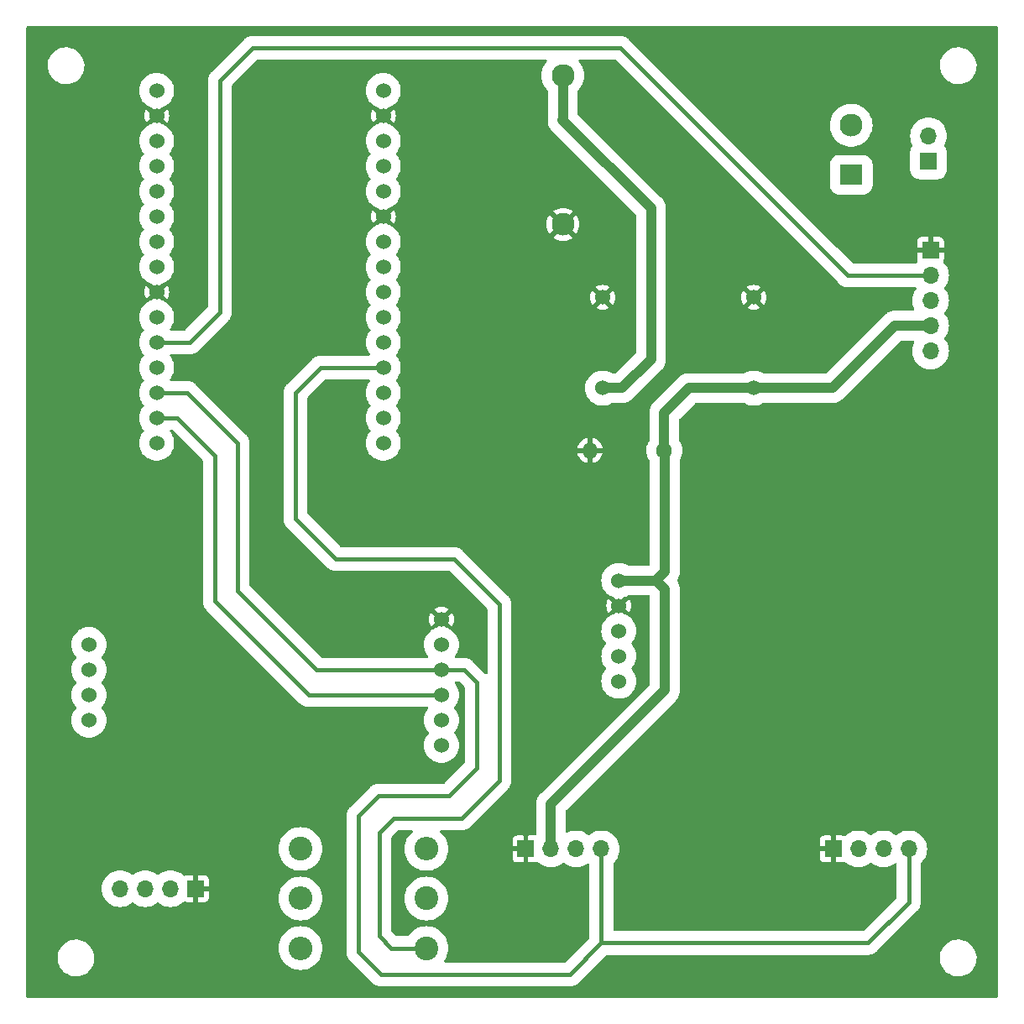
<source format=gbr>
G04 #@! TF.GenerationSoftware,KiCad,Pcbnew,(7.0.0)*
G04 #@! TF.CreationDate,2023-03-06T12:06:33-08:00*
G04 #@! TF.ProjectId,Schematic,53636865-6d61-4746-9963-2e6b69636164,01*
G04 #@! TF.SameCoordinates,Original*
G04 #@! TF.FileFunction,Copper,L1,Top*
G04 #@! TF.FilePolarity,Positive*
%FSLAX46Y46*%
G04 Gerber Fmt 4.6, Leading zero omitted, Abs format (unit mm)*
G04 Created by KiCad (PCBNEW (7.0.0)) date 2023-03-06 12:06:33*
%MOMM*%
%LPD*%
G01*
G04 APERTURE LIST*
G04 #@! TA.AperFunction,ComponentPad*
%ADD10C,1.524000*%
G04 #@! TD*
G04 #@! TA.AperFunction,ComponentPad*
%ADD11R,1.700000X1.700000*%
G04 #@! TD*
G04 #@! TA.AperFunction,ComponentPad*
%ADD12O,1.700000X1.700000*%
G04 #@! TD*
G04 #@! TA.AperFunction,ComponentPad*
%ADD13C,2.400000*%
G04 #@! TD*
G04 #@! TA.AperFunction,ComponentPad*
%ADD14O,2.400000X2.400000*%
G04 #@! TD*
G04 #@! TA.AperFunction,ComponentPad*
%ADD15C,1.600000*%
G04 #@! TD*
G04 #@! TA.AperFunction,ComponentPad*
%ADD16O,1.600000X1.600000*%
G04 #@! TD*
G04 #@! TA.AperFunction,ComponentPad*
%ADD17R,2.300000X2.000000*%
G04 #@! TD*
G04 #@! TA.AperFunction,ComponentPad*
%ADD18C,2.300000*%
G04 #@! TD*
G04 #@! TA.AperFunction,Conductor*
%ADD19C,1.000000*%
G04 #@! TD*
G04 #@! TA.AperFunction,Conductor*
%ADD20C,0.400000*%
G04 #@! TD*
G04 APERTURE END LIST*
D10*
X67310000Y-103378000D03*
X67310000Y-105918000D03*
X67310000Y-108458000D03*
X67310000Y-110998000D03*
X102870000Y-113538000D03*
X102870000Y-110998000D03*
X102870000Y-108458000D03*
X102870000Y-105918000D03*
X102870000Y-103378000D03*
X102870000Y-100838000D03*
X119126000Y-77518000D03*
X119126000Y-68374000D03*
X134366000Y-77518000D03*
X134366000Y-68374000D03*
D11*
X142379999Y-123999999D03*
D12*
X144919999Y-123999999D03*
X147459999Y-123999999D03*
X149999999Y-123999999D03*
D13*
X88650000Y-124000000D03*
D14*
X101349999Y-123999999D03*
D13*
X101350000Y-134000000D03*
D14*
X88649999Y-133999999D03*
D11*
X111379999Y-123999999D03*
D12*
X113919999Y-123999999D03*
X116459999Y-123999999D03*
X118999999Y-123999999D03*
D11*
X78079999Y-127999999D03*
D12*
X75539999Y-127999999D03*
X72999999Y-127999999D03*
X70459999Y-127999999D03*
D13*
X101350000Y-129000000D03*
D14*
X88649999Y-128999999D03*
D15*
X125350000Y-83800000D03*
D16*
X117849999Y-83799999D03*
D10*
X97000000Y-83058000D03*
X97000000Y-80518000D03*
X97000000Y-77978000D03*
X97000000Y-75438000D03*
X97000000Y-72898000D03*
X97000000Y-70358000D03*
X97000000Y-67818000D03*
X97000000Y-65278000D03*
X97000000Y-62738000D03*
X97000000Y-60198000D03*
X97000000Y-57658000D03*
X97000000Y-55118000D03*
X97000000Y-52578000D03*
X97000000Y-50038000D03*
X97000000Y-47498000D03*
X74140000Y-47498000D03*
X74140000Y-50038000D03*
X74140000Y-52578000D03*
X74140000Y-55118000D03*
X74140000Y-57658000D03*
X74140000Y-60198000D03*
X74140000Y-62738000D03*
X74140000Y-65278000D03*
X74140000Y-67818000D03*
X74140000Y-70358000D03*
X74140000Y-72898000D03*
X74140000Y-75438000D03*
X74140000Y-77978000D03*
X74140000Y-80518000D03*
X74140000Y-83058000D03*
X120760000Y-96920000D03*
X120760000Y-99460000D03*
X120760000Y-102000000D03*
X120760000Y-104540000D03*
X120760000Y-107080000D03*
D11*
X151999999Y-54599999D03*
D12*
X151999999Y-52059999D03*
D17*
X144199999Y-55999999D03*
D18*
X144200000Y-51000000D03*
X115120000Y-61000000D03*
X115120000Y-46000000D03*
D11*
X152199999Y-63599999D03*
D12*
X152199999Y-66139999D03*
X152199999Y-68679999D03*
X152199999Y-71219999D03*
X152199999Y-73759999D03*
D19*
X113920000Y-119480000D02*
X113920000Y-124000000D01*
X125400000Y-96000000D02*
X124480000Y-96920000D01*
X127832000Y-77518000D02*
X125350000Y-80000000D01*
X125400000Y-97800000D02*
X125400000Y-108000000D01*
X125400000Y-83850000D02*
X125400000Y-96000000D01*
X148590000Y-71220000D02*
X152200000Y-71220000D01*
D20*
X125350000Y-83800000D02*
X125400000Y-83850000D01*
D19*
X134366000Y-77518000D02*
X142292000Y-77518000D01*
X113920000Y-119480000D02*
X125400000Y-108000000D01*
X125350000Y-80000000D02*
X125350000Y-83800000D01*
X134366000Y-77518000D02*
X127832000Y-77518000D01*
X142292000Y-77518000D02*
X148590000Y-71220000D01*
X124520000Y-96920000D02*
X125400000Y-97800000D01*
X124480000Y-96920000D02*
X120760000Y-96920000D01*
D20*
X77470000Y-72898000D02*
X80518000Y-69850000D01*
X120904000Y-43180000D02*
X143864000Y-66140000D01*
X80518000Y-46482000D02*
X83820000Y-43180000D01*
X143864000Y-66140000D02*
X152200000Y-66140000D01*
X74140000Y-72898000D02*
X77470000Y-72898000D01*
X83820000Y-43180000D02*
X120904000Y-43180000D01*
X80518000Y-69850000D02*
X80518000Y-46482000D01*
X76200000Y-80518000D02*
X80010000Y-84328000D01*
X74140000Y-80518000D02*
X76200000Y-80518000D01*
X80010000Y-99010000D02*
X89458000Y-108458000D01*
X80010000Y-84328000D02*
X80010000Y-99010000D01*
X89458000Y-108458000D02*
X102870000Y-108458000D01*
X94488000Y-134366000D02*
X96774000Y-136652000D01*
X106426000Y-115824000D02*
X103632000Y-118618000D01*
X119000000Y-133476000D02*
X145924000Y-133476000D01*
X119000000Y-133476000D02*
X119000000Y-124000000D01*
X145924000Y-133476000D02*
X150000000Y-129400000D01*
X106426000Y-107188000D02*
X106426000Y-115824000D01*
X150000000Y-129400000D02*
X150000000Y-124000000D01*
X82296000Y-97943000D02*
X90271000Y-105918000D01*
X82296000Y-83058000D02*
X82296000Y-97943000D01*
X96774000Y-136652000D02*
X115824000Y-136652000D01*
X103632000Y-118618000D02*
X96520000Y-118618000D01*
X96520000Y-118618000D02*
X94488000Y-120650000D01*
X105156000Y-105918000D02*
X106426000Y-107188000D01*
X90271000Y-105918000D02*
X102870000Y-105918000D01*
X77216000Y-77978000D02*
X82296000Y-83058000D01*
X115824000Y-136652000D02*
X119000000Y-133476000D01*
X74140000Y-77978000D02*
X77216000Y-77978000D01*
X102870000Y-105918000D02*
X105156000Y-105918000D01*
X94488000Y-120650000D02*
X94488000Y-134366000D01*
D19*
X115104000Y-50504000D02*
X124000000Y-59400000D01*
X121082000Y-77518000D02*
X119126000Y-77518000D01*
D20*
X115120000Y-50488000D02*
X115104000Y-50504000D01*
D19*
X124000000Y-59400000D02*
X124000000Y-74600000D01*
X115120000Y-50488000D02*
X115120000Y-46000000D01*
X124000000Y-74600000D02*
X121082000Y-77518000D01*
D20*
X96600000Y-132800000D02*
X96600000Y-122348000D01*
X104140000Y-94742000D02*
X92202000Y-94742000D01*
X90678000Y-75438000D02*
X97000000Y-75438000D01*
X88138000Y-77978000D02*
X90678000Y-75438000D01*
X98044000Y-120904000D02*
X104902000Y-120904000D01*
X92202000Y-94742000D02*
X88138000Y-90678000D01*
X108712000Y-99314000D02*
X104140000Y-94742000D01*
X104902000Y-120904000D02*
X108712000Y-117094000D01*
X108712000Y-117094000D02*
X108712000Y-99314000D01*
X96600000Y-122348000D02*
X98044000Y-120904000D01*
X97800000Y-134000000D02*
X96600000Y-132800000D01*
X101350000Y-134000000D02*
X97800000Y-134000000D01*
X88138000Y-90678000D02*
X88138000Y-77978000D01*
G04 #@! TA.AperFunction,Conductor*
G36*
X113460048Y-44393633D02*
G01*
X113503822Y-44430251D01*
X113526559Y-44482597D01*
X113523443Y-44539582D01*
X113495133Y-44589136D01*
X113450829Y-44636573D01*
X113450814Y-44636590D01*
X113447935Y-44639674D01*
X113445499Y-44643124D01*
X113445490Y-44643136D01*
X113280724Y-44876558D01*
X113280720Y-44876563D01*
X113278278Y-44880024D01*
X113276332Y-44883778D01*
X113276328Y-44883786D01*
X113144877Y-45137473D01*
X113144872Y-45137483D01*
X113142928Y-45141236D01*
X113141511Y-45145221D01*
X113141507Y-45145232D01*
X113045829Y-45414445D01*
X113045825Y-45414457D01*
X113044408Y-45418446D01*
X113043545Y-45422596D01*
X113043544Y-45422602D01*
X112985415Y-45702332D01*
X112985413Y-45702343D01*
X112984552Y-45706489D01*
X112984263Y-45710713D01*
X112984262Y-45710721D01*
X112969807Y-45922055D01*
X112964475Y-46000000D01*
X112964764Y-46004225D01*
X112984162Y-46287820D01*
X112984552Y-46293511D01*
X112985413Y-46297658D01*
X112985415Y-46297667D01*
X113030078Y-46512596D01*
X113044408Y-46581554D01*
X113045826Y-46585546D01*
X113045829Y-46585554D01*
X113139932Y-46850334D01*
X113142928Y-46858764D01*
X113144875Y-46862522D01*
X113144877Y-46862526D01*
X113205366Y-46979263D01*
X113278278Y-47119976D01*
X113280724Y-47123441D01*
X113445490Y-47356863D01*
X113445494Y-47356868D01*
X113447935Y-47360326D01*
X113450823Y-47363418D01*
X113586124Y-47508290D01*
X113610855Y-47547437D01*
X113619500Y-47592927D01*
X113619500Y-50274774D01*
X113618548Y-50290112D01*
X113600276Y-50436693D01*
X113600275Y-50436704D01*
X113599643Y-50441779D01*
X113599854Y-50446890D01*
X113599854Y-50446901D01*
X113601933Y-50497157D01*
X113609919Y-50690237D01*
X113610970Y-50695252D01*
X113610971Y-50695255D01*
X113643132Y-50848636D01*
X113660951Y-50933614D01*
X113662812Y-50938383D01*
X113662814Y-50938390D01*
X113749479Y-51160496D01*
X113749482Y-51160502D01*
X113751344Y-51165274D01*
X113878634Y-51378894D01*
X113999098Y-51521126D01*
X114000910Y-51522938D01*
X114000911Y-51522939D01*
X122463181Y-59985209D01*
X122490061Y-60025437D01*
X122499500Y-60072890D01*
X122499500Y-73927110D01*
X122490061Y-73974563D01*
X122463181Y-74014791D01*
X120496791Y-75981181D01*
X120456563Y-76008061D01*
X120409110Y-76017500D01*
X120092193Y-76017500D01*
X120055644Y-76011991D01*
X120022342Y-75995954D01*
X120013558Y-75989965D01*
X120013548Y-75989959D01*
X120009721Y-75987350D01*
X119959739Y-75963280D01*
X119775899Y-75874747D01*
X119775888Y-75874742D01*
X119771719Y-75872735D01*
X119767290Y-75871368D01*
X119767288Y-75871368D01*
X119523723Y-75796237D01*
X119523716Y-75796235D01*
X119519293Y-75794871D01*
X119514717Y-75794181D01*
X119514707Y-75794179D01*
X119262666Y-75756191D01*
X119262665Y-75756190D01*
X119258081Y-75755500D01*
X118993919Y-75755500D01*
X118989335Y-75756190D01*
X118989333Y-75756191D01*
X118737292Y-75794179D01*
X118737280Y-75794181D01*
X118732707Y-75794871D01*
X118728285Y-75796234D01*
X118728276Y-75796237D01*
X118484711Y-75871368D01*
X118484704Y-75871370D01*
X118480281Y-75872735D01*
X118476116Y-75874740D01*
X118476100Y-75874747D01*
X118246460Y-75985336D01*
X118246454Y-75985339D01*
X118242279Y-75987350D01*
X118238456Y-75989955D01*
X118238448Y-75989961D01*
X118082923Y-76095997D01*
X118024018Y-76136158D01*
X118020626Y-76139304D01*
X118020620Y-76139310D01*
X117833774Y-76312678D01*
X117830373Y-76315834D01*
X117827484Y-76319456D01*
X117827480Y-76319461D01*
X117668563Y-76518737D01*
X117665671Y-76522364D01*
X117663352Y-76526379D01*
X117663351Y-76526382D01*
X117535910Y-76747115D01*
X117535902Y-76747130D01*
X117533590Y-76751136D01*
X117531896Y-76755450D01*
X117531894Y-76755456D01*
X117438774Y-76992719D01*
X117438771Y-76992727D01*
X117437080Y-76997037D01*
X117436049Y-77001551D01*
X117436047Y-77001560D01*
X117379331Y-77250051D01*
X117379329Y-77250061D01*
X117378299Y-77254576D01*
X117377952Y-77259201D01*
X117377952Y-77259204D01*
X117366238Y-77415512D01*
X117358558Y-77518000D01*
X117360392Y-77542472D01*
X117372770Y-77707652D01*
X117378299Y-77781424D01*
X117379329Y-77785940D01*
X117379331Y-77785948D01*
X117429493Y-78005724D01*
X117437080Y-78038963D01*
X117533590Y-78284864D01*
X117535905Y-78288874D01*
X117535910Y-78288884D01*
X117622548Y-78438944D01*
X117665671Y-78513636D01*
X117830373Y-78720166D01*
X118024018Y-78899842D01*
X118242279Y-79048650D01*
X118351638Y-79101314D01*
X118476100Y-79161252D01*
X118476105Y-79161253D01*
X118480281Y-79163265D01*
X118732707Y-79241129D01*
X118993919Y-79280500D01*
X119253444Y-79280500D01*
X119258081Y-79280500D01*
X119519293Y-79241129D01*
X119771719Y-79163265D01*
X120009721Y-79048650D01*
X120013558Y-79046034D01*
X120022342Y-79040046D01*
X120055644Y-79024009D01*
X120092193Y-79018500D01*
X120981135Y-79018500D01*
X120996472Y-79019452D01*
X121014692Y-79021723D01*
X121014693Y-79021723D01*
X121019779Y-79022357D01*
X121110472Y-79018605D01*
X121115596Y-79018500D01*
X121141498Y-79018500D01*
X121144067Y-79018500D01*
X121172441Y-79016148D01*
X121177540Y-79015831D01*
X121268237Y-79012081D01*
X121291230Y-79007259D01*
X121306417Y-79005046D01*
X121329821Y-79003108D01*
X121417848Y-78980815D01*
X121422754Y-78979680D01*
X121511614Y-78961049D01*
X121533486Y-78952513D01*
X121548111Y-78947828D01*
X121570881Y-78942063D01*
X121654008Y-78905599D01*
X121658699Y-78903656D01*
X121743274Y-78870656D01*
X121763450Y-78858632D01*
X121777101Y-78851605D01*
X121798607Y-78842173D01*
X121802903Y-78839366D01*
X121802909Y-78839363D01*
X121874587Y-78792533D01*
X121878916Y-78789830D01*
X121956894Y-78743366D01*
X121974820Y-78728181D01*
X121987115Y-78719013D01*
X122006785Y-78706164D01*
X122073561Y-78644691D01*
X122077383Y-78641315D01*
X122099126Y-78622902D01*
X122119268Y-78602759D01*
X122122967Y-78599210D01*
X122189738Y-78537744D01*
X122204167Y-78519203D01*
X122214325Y-78507701D01*
X124989701Y-75732325D01*
X125001203Y-75722167D01*
X125019744Y-75707738D01*
X125081211Y-75640964D01*
X125084761Y-75637266D01*
X125104902Y-75617126D01*
X125123315Y-75595383D01*
X125126700Y-75591551D01*
X125188164Y-75524785D01*
X125201013Y-75505115D01*
X125210181Y-75492820D01*
X125225366Y-75474894D01*
X125271830Y-75396916D01*
X125274533Y-75392587D01*
X125321363Y-75320909D01*
X125321366Y-75320903D01*
X125324173Y-75316607D01*
X125333605Y-75295101D01*
X125340632Y-75281450D01*
X125352656Y-75261274D01*
X125385656Y-75176699D01*
X125387599Y-75172008D01*
X125424063Y-75088881D01*
X125429828Y-75066111D01*
X125434515Y-75051483D01*
X125443049Y-75029614D01*
X125461674Y-74940785D01*
X125462822Y-74935824D01*
X125483849Y-74852791D01*
X125485108Y-74847821D01*
X125487046Y-74824417D01*
X125489264Y-74809202D01*
X125493025Y-74791267D01*
X125494080Y-74786237D01*
X125497831Y-74695541D01*
X125498146Y-74690467D01*
X125500500Y-74662067D01*
X125500500Y-74633588D01*
X125500606Y-74628463D01*
X125504145Y-74542901D01*
X125504357Y-74537779D01*
X125501452Y-74514474D01*
X125500500Y-74499136D01*
X125500500Y-69425418D01*
X133671503Y-69425418D01*
X133678936Y-69433530D01*
X133728151Y-69467991D01*
X133737499Y-69473388D01*
X133927819Y-69562135D01*
X133937943Y-69565821D01*
X134140786Y-69620173D01*
X134151418Y-69622047D01*
X134360605Y-69640349D01*
X134371395Y-69640349D01*
X134580581Y-69622047D01*
X134591213Y-69620173D01*
X134794056Y-69565821D01*
X134804180Y-69562135D01*
X134994494Y-69473391D01*
X135003851Y-69467989D01*
X135053064Y-69433528D01*
X135060496Y-69425419D01*
X135054582Y-69416136D01*
X134377542Y-68739095D01*
X134366000Y-68732431D01*
X134354457Y-68739095D01*
X133677416Y-69416136D01*
X133671503Y-69425418D01*
X125500500Y-69425418D01*
X125500500Y-68379395D01*
X133099651Y-68379395D01*
X133117952Y-68588581D01*
X133119826Y-68599213D01*
X133174178Y-68802056D01*
X133177864Y-68812180D01*
X133266609Y-69002496D01*
X133272008Y-69011848D01*
X133306470Y-69061065D01*
X133314579Y-69068496D01*
X133323862Y-69062582D01*
X134000903Y-68385542D01*
X134007567Y-68374000D01*
X134724431Y-68374000D01*
X134731095Y-68385542D01*
X135408136Y-69062582D01*
X135417419Y-69068496D01*
X135425528Y-69061064D01*
X135459989Y-69011851D01*
X135465391Y-69002494D01*
X135554135Y-68812180D01*
X135557821Y-68802056D01*
X135612173Y-68599213D01*
X135614047Y-68588581D01*
X135632349Y-68379395D01*
X135632349Y-68368605D01*
X135614047Y-68159418D01*
X135612173Y-68148786D01*
X135557822Y-67945949D01*
X135554134Y-67935815D01*
X135465388Y-67745500D01*
X135459990Y-67736150D01*
X135425529Y-67686935D01*
X135417418Y-67679502D01*
X135408139Y-67685413D01*
X134731095Y-68362457D01*
X134724431Y-68374000D01*
X134007567Y-68374000D01*
X134000903Y-68362457D01*
X133323859Y-67685413D01*
X133314581Y-67679502D01*
X133306468Y-67686936D01*
X133272006Y-67736154D01*
X133266612Y-67745498D01*
X133177865Y-67935815D01*
X133174177Y-67945949D01*
X133119826Y-68148786D01*
X133117952Y-68159418D01*
X133099651Y-68368605D01*
X133099651Y-68379395D01*
X125500500Y-68379395D01*
X125500500Y-67322581D01*
X133671502Y-67322581D01*
X133677413Y-67331859D01*
X134354457Y-68008903D01*
X134366000Y-68015567D01*
X134377542Y-68008903D01*
X135054582Y-67331862D01*
X135060496Y-67322579D01*
X135053065Y-67314470D01*
X135003848Y-67280008D01*
X134994496Y-67274609D01*
X134804180Y-67185864D01*
X134794056Y-67182178D01*
X134591213Y-67127826D01*
X134580581Y-67125952D01*
X134371395Y-67107651D01*
X134360605Y-67107651D01*
X134151418Y-67125952D01*
X134140786Y-67127826D01*
X133937949Y-67182177D01*
X133927815Y-67185865D01*
X133737498Y-67274612D01*
X133728154Y-67280006D01*
X133678936Y-67314468D01*
X133671502Y-67322581D01*
X125500500Y-67322581D01*
X125500500Y-59500865D01*
X125501452Y-59485528D01*
X125503723Y-59467307D01*
X125503722Y-59467307D01*
X125504357Y-59462221D01*
X125500605Y-59371527D01*
X125500500Y-59366404D01*
X125500500Y-59340502D01*
X125500500Y-59337933D01*
X125498148Y-59309557D01*
X125497831Y-59304450D01*
X125497699Y-59301252D01*
X125494081Y-59213763D01*
X125493029Y-59208746D01*
X125493028Y-59208738D01*
X125489263Y-59190783D01*
X125487046Y-59175572D01*
X125485108Y-59152179D01*
X125462824Y-59064186D01*
X125461670Y-59059193D01*
X125457612Y-59039842D01*
X125443049Y-58970386D01*
X125434514Y-58948514D01*
X125429829Y-58933890D01*
X125424063Y-58911119D01*
X125403096Y-58863321D01*
X125387605Y-58828005D01*
X125385642Y-58823266D01*
X125354522Y-58743509D01*
X125354521Y-58743507D01*
X125352656Y-58738727D01*
X125340636Y-58718555D01*
X125333605Y-58704895D01*
X125326233Y-58688088D01*
X125326230Y-58688082D01*
X125324173Y-58683393D01*
X125321370Y-58679104D01*
X125321366Y-58679095D01*
X125274530Y-58607408D01*
X125271827Y-58603078D01*
X125225366Y-58525106D01*
X125222056Y-58521198D01*
X125222049Y-58521188D01*
X125210190Y-58507187D01*
X125201001Y-58494864D01*
X125190972Y-58479513D01*
X125190971Y-58479512D01*
X125188164Y-58475215D01*
X125145513Y-58428884D01*
X125126694Y-58408441D01*
X125123301Y-58404598D01*
X125106567Y-58384839D01*
X125106557Y-58384828D01*
X125104902Y-58382874D01*
X125084770Y-58362742D01*
X125081222Y-58359045D01*
X125023212Y-58296029D01*
X125023210Y-58296027D01*
X125019744Y-58292262D01*
X125015708Y-58289121D01*
X125015702Y-58289115D01*
X125001211Y-58277837D01*
X124989693Y-58267665D01*
X116656819Y-49934791D01*
X116629939Y-49894563D01*
X116620500Y-49847110D01*
X116620500Y-47592927D01*
X116629145Y-47547437D01*
X116653876Y-47508290D01*
X116667810Y-47493370D01*
X116792065Y-47360326D01*
X116961722Y-47119976D01*
X117097072Y-46858764D01*
X117195592Y-46581554D01*
X117255448Y-46293511D01*
X117255838Y-46287820D01*
X117275236Y-46004225D01*
X117275525Y-46000000D01*
X117255448Y-45706489D01*
X117195592Y-45418446D01*
X117097072Y-45141236D01*
X116961722Y-44880024D01*
X116792065Y-44639674D01*
X116789177Y-44636582D01*
X116789170Y-44636573D01*
X116744867Y-44589136D01*
X116716557Y-44539582D01*
X116713441Y-44482597D01*
X116736178Y-44430251D01*
X116779952Y-44393633D01*
X116835491Y-44380500D01*
X120355375Y-44380500D01*
X120402828Y-44389939D01*
X120443056Y-44416819D01*
X142993477Y-66967240D01*
X142997433Y-66971383D01*
X143047900Y-67026743D01*
X143047903Y-67026745D01*
X143051764Y-67030981D01*
X143116104Y-67079568D01*
X143120584Y-67083117D01*
X143178228Y-67130984D01*
X143178232Y-67130987D01*
X143182646Y-67134652D01*
X143199520Y-67144050D01*
X143213905Y-67153424D01*
X143229311Y-67165058D01*
X143301501Y-67201005D01*
X143306559Y-67203671D01*
X143372005Y-67240124D01*
X143372009Y-67240125D01*
X143377015Y-67242914D01*
X143382452Y-67244736D01*
X143382454Y-67244737D01*
X143395321Y-67249050D01*
X143411184Y-67255620D01*
X143428472Y-67264229D01*
X143506049Y-67286301D01*
X143511523Y-67287996D01*
X143587967Y-67313618D01*
X143607089Y-67316285D01*
X143623885Y-67319829D01*
X143636941Y-67323544D01*
X143636946Y-67323545D01*
X143642464Y-67325115D01*
X143722799Y-67332558D01*
X143728422Y-67333210D01*
X143808319Y-67344356D01*
X143888868Y-67340632D01*
X143894596Y-67340500D01*
X150643456Y-67340500D01*
X150708623Y-67359005D01*
X150754340Y-67408995D01*
X150766962Y-67475552D01*
X150742723Y-67538810D01*
X150727457Y-67559204D01*
X150639284Y-67676989D01*
X150637161Y-67680875D01*
X150637157Y-67680883D01*
X150555983Y-67829542D01*
X150512426Y-67909311D01*
X150510882Y-67913448D01*
X150510878Y-67913459D01*
X150421472Y-68153168D01*
X150419923Y-68157322D01*
X150418981Y-68161649D01*
X150418980Y-68161655D01*
X150364599Y-68411640D01*
X150364597Y-68411650D01*
X150363657Y-68415974D01*
X150363341Y-68420385D01*
X150363340Y-68420396D01*
X150350551Y-68599213D01*
X150344773Y-68680000D01*
X150345089Y-68684418D01*
X150363340Y-68939603D01*
X150363341Y-68939612D01*
X150363657Y-68944026D01*
X150364597Y-68948351D01*
X150364599Y-68948359D01*
X150411795Y-69165313D01*
X150419923Y-69202678D01*
X150421472Y-69206831D01*
X150510878Y-69446540D01*
X150510880Y-69446546D01*
X150512426Y-69450689D01*
X150514548Y-69454575D01*
X150559049Y-69536073D01*
X150574197Y-69597713D01*
X150556859Y-69658774D01*
X150511577Y-69703254D01*
X150450217Y-69719500D01*
X148690864Y-69719500D01*
X148675526Y-69718548D01*
X148657306Y-69716276D01*
X148657295Y-69716275D01*
X148652221Y-69715643D01*
X148647108Y-69715854D01*
X148647098Y-69715854D01*
X148561528Y-69719394D01*
X148556404Y-69719500D01*
X148527933Y-69719500D01*
X148525406Y-69719709D01*
X148525390Y-69719710D01*
X148499551Y-69721851D01*
X148494439Y-69722168D01*
X148408892Y-69725706D01*
X148408881Y-69725707D01*
X148403763Y-69725919D01*
X148398738Y-69726972D01*
X148398734Y-69726973D01*
X148380774Y-69730738D01*
X148365580Y-69732952D01*
X148347288Y-69734468D01*
X148347281Y-69734469D01*
X148342179Y-69734892D01*
X148337217Y-69736148D01*
X148337208Y-69736150D01*
X148254201Y-69757170D01*
X148249211Y-69758324D01*
X148165411Y-69775896D01*
X148165396Y-69775900D01*
X148160386Y-69776951D01*
X148155612Y-69778813D01*
X148155614Y-69778813D01*
X148138514Y-69785485D01*
X148123891Y-69790169D01*
X148106091Y-69794677D01*
X148106082Y-69794680D01*
X148101119Y-69795937D01*
X148096424Y-69797996D01*
X148096422Y-69797997D01*
X148018021Y-69832386D01*
X148013288Y-69834347D01*
X148006395Y-69837037D01*
X147928726Y-69867344D01*
X147924332Y-69869962D01*
X147924318Y-69869969D01*
X147908544Y-69879368D01*
X147894893Y-69886395D01*
X147878088Y-69893767D01*
X147878083Y-69893769D01*
X147873393Y-69895827D01*
X147869114Y-69898622D01*
X147869102Y-69898629D01*
X147797418Y-69945462D01*
X147793076Y-69948172D01*
X147715106Y-69994634D01*
X147711196Y-69997945D01*
X147711191Y-69997949D01*
X147697183Y-70009813D01*
X147684870Y-70018994D01*
X147665215Y-70031836D01*
X147661446Y-70035304D01*
X147661435Y-70035314D01*
X147598446Y-70093299D01*
X147594611Y-70096686D01*
X147574840Y-70113432D01*
X147574828Y-70113442D01*
X147572874Y-70115098D01*
X147571059Y-70116911D01*
X147571061Y-70116911D01*
X147552738Y-70135233D01*
X147549045Y-70138775D01*
X147486039Y-70196777D01*
X147486027Y-70196789D01*
X147482262Y-70200256D01*
X147479117Y-70204295D01*
X147479109Y-70204305D01*
X147467831Y-70218794D01*
X147457663Y-70230307D01*
X141706791Y-75981181D01*
X141666563Y-76008061D01*
X141619110Y-76017500D01*
X135332193Y-76017500D01*
X135295644Y-76011991D01*
X135262342Y-75995954D01*
X135253558Y-75989965D01*
X135253548Y-75989959D01*
X135249721Y-75987350D01*
X135199739Y-75963280D01*
X135015899Y-75874747D01*
X135015888Y-75874742D01*
X135011719Y-75872735D01*
X135007290Y-75871368D01*
X135007288Y-75871368D01*
X134763723Y-75796237D01*
X134763716Y-75796235D01*
X134759293Y-75794871D01*
X134754717Y-75794181D01*
X134754707Y-75794179D01*
X134502666Y-75756191D01*
X134502665Y-75756190D01*
X134498081Y-75755500D01*
X134233919Y-75755500D01*
X134229335Y-75756190D01*
X134229333Y-75756191D01*
X133977292Y-75794179D01*
X133977280Y-75794181D01*
X133972707Y-75794871D01*
X133968285Y-75796234D01*
X133968276Y-75796237D01*
X133724711Y-75871368D01*
X133724704Y-75871370D01*
X133720281Y-75872735D01*
X133716116Y-75874740D01*
X133716100Y-75874747D01*
X133486460Y-75985336D01*
X133486454Y-75985339D01*
X133482279Y-75987350D01*
X133478457Y-75989955D01*
X133478441Y-75989965D01*
X133469658Y-75995954D01*
X133436356Y-76011991D01*
X133399807Y-76017500D01*
X127932864Y-76017500D01*
X127917526Y-76016548D01*
X127899306Y-76014276D01*
X127899295Y-76014275D01*
X127894221Y-76013643D01*
X127889108Y-76013854D01*
X127889098Y-76013854D01*
X127803528Y-76017394D01*
X127798404Y-76017500D01*
X127769933Y-76017500D01*
X127767406Y-76017709D01*
X127767390Y-76017710D01*
X127741551Y-76019851D01*
X127736439Y-76020168D01*
X127650892Y-76023706D01*
X127650881Y-76023707D01*
X127645763Y-76023919D01*
X127640738Y-76024972D01*
X127640734Y-76024973D01*
X127622774Y-76028738D01*
X127607580Y-76030952D01*
X127589288Y-76032468D01*
X127589281Y-76032469D01*
X127584179Y-76032892D01*
X127579217Y-76034148D01*
X127579208Y-76034150D01*
X127496201Y-76055170D01*
X127491211Y-76056324D01*
X127407411Y-76073896D01*
X127407396Y-76073900D01*
X127402386Y-76074951D01*
X127397612Y-76076813D01*
X127397614Y-76076813D01*
X127380514Y-76083485D01*
X127365891Y-76088169D01*
X127348091Y-76092677D01*
X127348082Y-76092680D01*
X127343119Y-76093937D01*
X127338424Y-76095996D01*
X127338422Y-76095997D01*
X127260021Y-76130386D01*
X127255288Y-76132347D01*
X127245522Y-76136158D01*
X127170726Y-76165344D01*
X127166332Y-76167962D01*
X127166318Y-76167969D01*
X127150544Y-76177368D01*
X127136893Y-76184395D01*
X127120088Y-76191767D01*
X127120083Y-76191769D01*
X127115393Y-76193827D01*
X127111114Y-76196622D01*
X127111102Y-76196629D01*
X127039418Y-76243462D01*
X127035076Y-76246172D01*
X126957106Y-76292634D01*
X126953196Y-76295945D01*
X126953191Y-76295949D01*
X126939183Y-76307813D01*
X126926870Y-76316994D01*
X126907215Y-76329836D01*
X126903446Y-76333304D01*
X126903435Y-76333314D01*
X126840446Y-76391299D01*
X126836611Y-76394686D01*
X126816840Y-76411432D01*
X126816828Y-76411442D01*
X126814874Y-76413098D01*
X126813059Y-76414911D01*
X126813061Y-76414911D01*
X126794738Y-76433233D01*
X126791045Y-76436775D01*
X126728039Y-76494777D01*
X126728027Y-76494789D01*
X126724262Y-76498256D01*
X126721117Y-76502295D01*
X126721109Y-76502305D01*
X126709831Y-76516794D01*
X126699663Y-76528307D01*
X124360307Y-78867663D01*
X124348794Y-78877831D01*
X124334305Y-78889109D01*
X124334295Y-78889117D01*
X124330256Y-78892262D01*
X124326789Y-78896027D01*
X124326777Y-78896039D01*
X124268775Y-78959045D01*
X124265233Y-78962738D01*
X124245098Y-78982874D01*
X124243442Y-78984828D01*
X124243432Y-78984840D01*
X124226686Y-79004611D01*
X124223299Y-79008446D01*
X124165314Y-79071435D01*
X124165304Y-79071446D01*
X124161836Y-79075215D01*
X124159028Y-79079512D01*
X124159027Y-79079514D01*
X124148994Y-79094870D01*
X124139813Y-79107183D01*
X124127949Y-79121191D01*
X124127945Y-79121196D01*
X124124634Y-79125106D01*
X124091825Y-79180166D01*
X124078174Y-79203074D01*
X124075462Y-79207418D01*
X124028629Y-79279102D01*
X124028622Y-79279114D01*
X124025827Y-79283393D01*
X124023769Y-79288083D01*
X124023767Y-79288088D01*
X124016395Y-79304893D01*
X124009368Y-79318544D01*
X123999969Y-79334318D01*
X123999962Y-79334332D01*
X123997344Y-79338726D01*
X123995481Y-79343498D01*
X123995481Y-79343500D01*
X123964347Y-79423288D01*
X123962386Y-79428021D01*
X123925937Y-79511119D01*
X123924680Y-79516082D01*
X123924677Y-79516091D01*
X123920169Y-79533891D01*
X123915485Y-79548511D01*
X123906951Y-79570386D01*
X123905900Y-79575396D01*
X123905896Y-79575411D01*
X123888324Y-79659211D01*
X123887170Y-79664201D01*
X123866150Y-79747208D01*
X123866148Y-79747217D01*
X123864892Y-79752179D01*
X123864469Y-79757281D01*
X123864468Y-79757288D01*
X123862952Y-79775580D01*
X123860738Y-79790774D01*
X123856973Y-79808734D01*
X123855919Y-79813763D01*
X123855707Y-79818881D01*
X123855706Y-79818892D01*
X123852168Y-79904439D01*
X123851851Y-79909551D01*
X123849710Y-79935390D01*
X123849709Y-79935406D01*
X123849500Y-79937933D01*
X123849500Y-79940486D01*
X123849500Y-79966404D01*
X123849394Y-79971527D01*
X123845643Y-80062221D01*
X123846275Y-80067295D01*
X123846276Y-80067307D01*
X123848548Y-80085528D01*
X123849500Y-80100865D01*
X123849500Y-82764716D01*
X123832887Y-82826716D01*
X123725578Y-83012581D01*
X123725575Y-83012586D01*
X123723257Y-83016602D01*
X123721563Y-83020916D01*
X123721561Y-83020922D01*
X123669952Y-83152419D01*
X123624666Y-83267805D01*
X123623633Y-83272326D01*
X123623632Y-83272333D01*
X123565648Y-83526377D01*
X123565646Y-83526385D01*
X123564617Y-83530897D01*
X123564270Y-83535516D01*
X123564270Y-83535522D01*
X123555943Y-83646647D01*
X123544451Y-83800000D01*
X123544798Y-83804631D01*
X123563729Y-84057262D01*
X123564617Y-84069103D01*
X123565647Y-84073616D01*
X123565648Y-84073622D01*
X123608226Y-84260166D01*
X123624666Y-84332195D01*
X123723257Y-84583398D01*
X123858185Y-84817102D01*
X123861077Y-84820728D01*
X123872447Y-84834986D01*
X123892542Y-84871344D01*
X123899500Y-84912299D01*
X123899500Y-95295500D01*
X123882887Y-95357500D01*
X123837500Y-95402887D01*
X123775500Y-95419500D01*
X121726193Y-95419500D01*
X121689644Y-95413991D01*
X121656342Y-95397954D01*
X121647558Y-95391965D01*
X121647548Y-95391959D01*
X121643721Y-95389350D01*
X121621135Y-95378473D01*
X121409899Y-95276747D01*
X121409888Y-95276742D01*
X121405719Y-95274735D01*
X121401290Y-95273368D01*
X121401288Y-95273368D01*
X121157723Y-95198237D01*
X121157716Y-95198235D01*
X121153293Y-95196871D01*
X121148717Y-95196181D01*
X121148707Y-95196179D01*
X120896666Y-95158191D01*
X120896665Y-95158190D01*
X120892081Y-95157500D01*
X120627919Y-95157500D01*
X120623335Y-95158190D01*
X120623333Y-95158191D01*
X120371292Y-95196179D01*
X120371280Y-95196181D01*
X120366707Y-95196871D01*
X120362285Y-95198234D01*
X120362276Y-95198237D01*
X120118711Y-95273368D01*
X120118704Y-95273370D01*
X120114281Y-95274735D01*
X120110116Y-95276740D01*
X120110100Y-95276747D01*
X119880460Y-95387336D01*
X119880454Y-95387339D01*
X119876279Y-95389350D01*
X119872456Y-95391955D01*
X119872448Y-95391961D01*
X119661846Y-95535548D01*
X119658018Y-95538158D01*
X119654626Y-95541304D01*
X119654620Y-95541310D01*
X119467774Y-95714678D01*
X119464373Y-95717834D01*
X119461484Y-95721456D01*
X119461480Y-95721461D01*
X119304521Y-95918282D01*
X119299671Y-95924364D01*
X119297352Y-95928379D01*
X119297351Y-95928382D01*
X119169910Y-96149115D01*
X119169902Y-96149130D01*
X119167590Y-96153136D01*
X119165896Y-96157450D01*
X119165894Y-96157456D01*
X119072774Y-96394719D01*
X119072771Y-96394727D01*
X119071080Y-96399037D01*
X119070049Y-96403551D01*
X119070047Y-96403560D01*
X119013331Y-96652051D01*
X119013329Y-96652061D01*
X119012299Y-96656576D01*
X118992558Y-96920000D01*
X118992905Y-96924630D01*
X119005154Y-97088088D01*
X119012299Y-97183424D01*
X119013329Y-97187940D01*
X119013331Y-97187948D01*
X119070047Y-97436439D01*
X119071080Y-97440963D01*
X119072772Y-97445276D01*
X119072774Y-97445280D01*
X119136927Y-97608738D01*
X119167590Y-97686864D01*
X119169905Y-97690874D01*
X119169910Y-97690884D01*
X119261960Y-97850319D01*
X119299671Y-97915636D01*
X119464373Y-98122166D01*
X119658018Y-98301842D01*
X119876279Y-98450650D01*
X119942417Y-98482500D01*
X120110100Y-98563252D01*
X120110105Y-98563253D01*
X120114281Y-98565265D01*
X120236062Y-98602830D01*
X120287193Y-98633639D01*
X120748457Y-99094903D01*
X120760000Y-99101567D01*
X120771542Y-99094903D01*
X121232805Y-98633639D01*
X121283932Y-98602831D01*
X121405719Y-98565265D01*
X121643721Y-98450650D01*
X121647558Y-98448034D01*
X121656342Y-98442046D01*
X121689644Y-98426009D01*
X121726193Y-98420500D01*
X123775500Y-98420500D01*
X123837500Y-98437113D01*
X123882887Y-98482500D01*
X123899500Y-98544500D01*
X123899500Y-107327110D01*
X123890061Y-107374563D01*
X123863181Y-107414791D01*
X112930307Y-118347663D01*
X112918794Y-118357831D01*
X112904305Y-118369109D01*
X112904295Y-118369117D01*
X112900256Y-118372262D01*
X112896789Y-118376027D01*
X112896777Y-118376039D01*
X112838775Y-118439045D01*
X112835233Y-118442738D01*
X112815098Y-118462874D01*
X112813442Y-118464828D01*
X112813432Y-118464840D01*
X112796686Y-118484611D01*
X112793299Y-118488446D01*
X112735314Y-118551435D01*
X112735304Y-118551446D01*
X112731836Y-118555215D01*
X112729028Y-118559512D01*
X112729027Y-118559514D01*
X112718994Y-118574870D01*
X112709813Y-118587183D01*
X112697949Y-118601191D01*
X112697945Y-118601196D01*
X112694634Y-118605106D01*
X112692012Y-118609505D01*
X112692012Y-118609506D01*
X112648174Y-118683074D01*
X112645462Y-118687418D01*
X112598629Y-118759102D01*
X112598622Y-118759114D01*
X112595827Y-118763393D01*
X112593769Y-118768083D01*
X112593767Y-118768088D01*
X112586395Y-118784893D01*
X112579368Y-118798544D01*
X112569969Y-118814318D01*
X112569962Y-118814332D01*
X112567344Y-118818726D01*
X112565481Y-118823498D01*
X112565481Y-118823500D01*
X112534347Y-118903288D01*
X112532386Y-118908021D01*
X112495937Y-118991119D01*
X112494680Y-118996082D01*
X112494677Y-118996091D01*
X112490169Y-119013891D01*
X112485485Y-119028511D01*
X112476951Y-119050386D01*
X112475900Y-119055396D01*
X112475896Y-119055411D01*
X112458324Y-119139211D01*
X112457170Y-119144201D01*
X112436150Y-119227208D01*
X112436148Y-119227217D01*
X112434892Y-119232179D01*
X112434469Y-119237281D01*
X112434468Y-119237288D01*
X112432952Y-119255580D01*
X112430738Y-119270774D01*
X112426973Y-119288734D01*
X112425919Y-119293763D01*
X112425707Y-119298881D01*
X112425706Y-119298892D01*
X112422168Y-119384439D01*
X112421851Y-119389551D01*
X112419710Y-119415390D01*
X112419709Y-119415406D01*
X112419500Y-119417933D01*
X112419500Y-119420486D01*
X112419500Y-119446404D01*
X112419394Y-119451527D01*
X112415643Y-119542221D01*
X112416275Y-119547295D01*
X112416276Y-119547307D01*
X112418548Y-119565528D01*
X112419500Y-119580865D01*
X112419500Y-122527185D01*
X112400605Y-122592979D01*
X112349679Y-122638723D01*
X112284473Y-122650085D01*
X112284450Y-122650532D01*
X112282506Y-122650427D01*
X112282242Y-122650474D01*
X112281125Y-122650353D01*
X112274518Y-122650000D01*
X111646326Y-122650000D01*
X111633450Y-122653450D01*
X111630000Y-122666326D01*
X111630000Y-125333674D01*
X111633450Y-125346549D01*
X111646326Y-125350000D01*
X112274518Y-125350000D01*
X112281114Y-125349646D01*
X112329667Y-125344426D01*
X112344641Y-125340888D01*
X112463778Y-125296452D01*
X112470057Y-125293024D01*
X112520639Y-125278169D01*
X112572821Y-125285671D01*
X112617169Y-125314171D01*
X112705085Y-125402087D01*
X112916989Y-125560716D01*
X113149311Y-125687574D01*
X113397322Y-125780077D01*
X113655974Y-125836343D01*
X113920000Y-125855227D01*
X114184026Y-125836343D01*
X114442678Y-125780077D01*
X114690689Y-125687574D01*
X114923011Y-125560716D01*
X115115695Y-125416474D01*
X115163641Y-125394579D01*
X115216357Y-125394579D01*
X115264309Y-125416478D01*
X115456989Y-125560716D01*
X115689311Y-125687574D01*
X115937322Y-125780077D01*
X116195974Y-125836343D01*
X116460000Y-125855227D01*
X116724026Y-125836343D01*
X116982678Y-125780077D01*
X117230689Y-125687574D01*
X117463011Y-125560716D01*
X117601189Y-125457277D01*
X117664448Y-125433038D01*
X117731005Y-125445660D01*
X117780995Y-125491377D01*
X117799500Y-125556544D01*
X117799500Y-132927375D01*
X117790061Y-132974828D01*
X117763181Y-133015056D01*
X115363056Y-135415181D01*
X115322828Y-135442061D01*
X115275375Y-135451500D01*
X103258645Y-135451500D01*
X103194896Y-135433858D01*
X103149287Y-135385953D01*
X103134794Y-135321415D01*
X103155543Y-135258609D01*
X103157539Y-135255622D01*
X103259778Y-135102611D01*
X103387359Y-134843902D01*
X103480081Y-134570753D01*
X103536356Y-134287839D01*
X103555222Y-134000000D01*
X103536356Y-133712161D01*
X103480081Y-133429247D01*
X103387359Y-133156098D01*
X103259778Y-132897389D01*
X103099520Y-132657546D01*
X103096842Y-132654493D01*
X103096838Y-132654487D01*
X102912000Y-132443721D01*
X102909327Y-132440673D01*
X102906278Y-132437999D01*
X102695512Y-132253161D01*
X102695504Y-132253155D01*
X102692454Y-132250480D01*
X102637110Y-132213500D01*
X102455985Y-132092476D01*
X102455980Y-132092473D01*
X102452611Y-132090222D01*
X102448975Y-132088429D01*
X102448970Y-132088426D01*
X102197544Y-131964437D01*
X102197543Y-131964436D01*
X102193902Y-131962641D01*
X102190055Y-131961335D01*
X101924597Y-131871223D01*
X101924584Y-131871219D01*
X101920753Y-131869919D01*
X101916776Y-131869128D01*
X101916769Y-131869126D01*
X101641818Y-131814435D01*
X101641810Y-131814434D01*
X101637839Y-131813644D01*
X101350000Y-131794778D01*
X101345957Y-131795043D01*
X101066203Y-131813379D01*
X101066201Y-131813379D01*
X101062161Y-131813644D01*
X101058190Y-131814433D01*
X101058181Y-131814435D01*
X100783230Y-131869126D01*
X100783219Y-131869128D01*
X100779247Y-131869919D01*
X100775418Y-131871218D01*
X100775402Y-131871223D01*
X100509944Y-131961335D01*
X100509937Y-131961337D01*
X100506098Y-131962641D01*
X100502461Y-131964434D01*
X100502455Y-131964437D01*
X100251029Y-132088426D01*
X100251017Y-132088432D01*
X100247389Y-132090222D01*
X100244026Y-132092468D01*
X100244014Y-132092476D01*
X100010927Y-132248220D01*
X100010918Y-132248226D01*
X100007546Y-132250480D01*
X100004502Y-132253149D01*
X100004487Y-132253161D01*
X99793721Y-132437999D01*
X99793713Y-132438006D01*
X99790673Y-132440673D01*
X99788006Y-132443713D01*
X99787999Y-132443721D01*
X99603161Y-132654487D01*
X99603149Y-132654502D01*
X99600480Y-132657546D01*
X99598226Y-132660918D01*
X99598220Y-132660927D01*
X99542452Y-132744391D01*
X99497803Y-132784858D01*
X99439350Y-132799500D01*
X98348625Y-132799500D01*
X98301172Y-132790061D01*
X98260944Y-132763181D01*
X97836819Y-132339056D01*
X97809939Y-132298828D01*
X97800500Y-132251375D01*
X97800500Y-129000000D01*
X99144778Y-129000000D01*
X99145043Y-129004043D01*
X99157892Y-129200092D01*
X99163644Y-129287839D01*
X99164434Y-129291811D01*
X99164435Y-129291818D01*
X99219126Y-129566769D01*
X99219128Y-129566776D01*
X99219919Y-129570753D01*
X99221219Y-129574584D01*
X99221223Y-129574597D01*
X99290449Y-129778527D01*
X99312641Y-129843902D01*
X99314436Y-129847543D01*
X99314437Y-129847544D01*
X99414317Y-130050082D01*
X99440222Y-130102611D01*
X99442473Y-130105980D01*
X99442476Y-130105985D01*
X99549779Y-130266575D01*
X99600480Y-130342454D01*
X99603155Y-130345504D01*
X99603161Y-130345512D01*
X99787999Y-130556278D01*
X99790673Y-130559327D01*
X99793721Y-130562000D01*
X100004487Y-130746838D01*
X100004493Y-130746842D01*
X100007546Y-130749520D01*
X100247389Y-130909778D01*
X100506098Y-131037359D01*
X100702411Y-131103998D01*
X100775402Y-131128776D01*
X100775404Y-131128776D01*
X100779247Y-131130081D01*
X101062161Y-131186356D01*
X101350000Y-131205222D01*
X101637839Y-131186356D01*
X101920753Y-131130081D01*
X102193902Y-131037359D01*
X102452611Y-130909778D01*
X102692454Y-130749520D01*
X102909327Y-130559327D01*
X103099520Y-130342454D01*
X103259778Y-130102611D01*
X103387359Y-129843902D01*
X103480081Y-129570753D01*
X103536356Y-129287839D01*
X103542108Y-129200092D01*
X103554957Y-129004043D01*
X103555222Y-129000000D01*
X103536356Y-128712161D01*
X103480081Y-128429247D01*
X103387359Y-128156098D01*
X103259778Y-127897389D01*
X103099520Y-127657546D01*
X103096842Y-127654493D01*
X103096838Y-127654487D01*
X102912000Y-127443721D01*
X102909327Y-127440673D01*
X102906278Y-127437999D01*
X102695512Y-127253161D01*
X102695504Y-127253155D01*
X102692454Y-127250480D01*
X102689072Y-127248220D01*
X102455985Y-127092476D01*
X102455980Y-127092473D01*
X102452611Y-127090222D01*
X102448975Y-127088429D01*
X102448970Y-127088426D01*
X102197544Y-126964437D01*
X102197543Y-126964436D01*
X102193902Y-126962641D01*
X102190055Y-126961335D01*
X101924597Y-126871223D01*
X101924584Y-126871219D01*
X101920753Y-126869919D01*
X101916776Y-126869128D01*
X101916769Y-126869126D01*
X101641818Y-126814435D01*
X101641810Y-126814434D01*
X101637839Y-126813644D01*
X101350000Y-126794778D01*
X101345957Y-126795043D01*
X101066203Y-126813379D01*
X101066201Y-126813379D01*
X101062161Y-126813644D01*
X101058190Y-126814433D01*
X101058181Y-126814435D01*
X100783230Y-126869126D01*
X100783219Y-126869128D01*
X100779247Y-126869919D01*
X100775418Y-126871218D01*
X100775402Y-126871223D01*
X100509944Y-126961335D01*
X100509937Y-126961337D01*
X100506098Y-126962641D01*
X100502461Y-126964434D01*
X100502455Y-126964437D01*
X100251029Y-127088426D01*
X100251017Y-127088432D01*
X100247389Y-127090222D01*
X100244026Y-127092468D01*
X100244014Y-127092476D01*
X100010927Y-127248220D01*
X100010918Y-127248226D01*
X100007546Y-127250480D01*
X100004502Y-127253149D01*
X100004487Y-127253161D01*
X99793721Y-127437999D01*
X99793713Y-127438006D01*
X99790673Y-127440673D01*
X99788006Y-127443713D01*
X99787999Y-127443721D01*
X99603161Y-127654487D01*
X99603149Y-127654502D01*
X99600480Y-127657546D01*
X99598226Y-127660918D01*
X99598220Y-127660927D01*
X99442476Y-127894014D01*
X99442468Y-127894026D01*
X99440222Y-127897389D01*
X99438432Y-127901017D01*
X99438426Y-127901029D01*
X99314437Y-128152455D01*
X99314434Y-128152461D01*
X99312641Y-128156098D01*
X99311337Y-128159937D01*
X99311335Y-128159944D01*
X99221223Y-128425402D01*
X99221218Y-128425418D01*
X99219919Y-128429247D01*
X99219128Y-128433219D01*
X99219126Y-128433230D01*
X99164435Y-128708181D01*
X99164433Y-128708190D01*
X99163644Y-128712161D01*
X99144778Y-129000000D01*
X97800500Y-129000000D01*
X97800500Y-122896625D01*
X97809939Y-122849172D01*
X97836819Y-122808944D01*
X98504944Y-122140819D01*
X98545172Y-122113939D01*
X98592625Y-122104500D01*
X99844544Y-122104500D01*
X99902280Y-122118762D01*
X99946736Y-122158266D01*
X99967684Y-122213925D01*
X99960308Y-122272937D01*
X99926303Y-122321728D01*
X99793721Y-122437999D01*
X99793713Y-122438006D01*
X99790673Y-122440673D01*
X99788006Y-122443713D01*
X99787999Y-122443721D01*
X99603161Y-122654487D01*
X99603149Y-122654502D01*
X99600480Y-122657546D01*
X99598226Y-122660918D01*
X99598220Y-122660927D01*
X99442476Y-122894014D01*
X99442468Y-122894026D01*
X99440222Y-122897389D01*
X99438432Y-122901017D01*
X99438426Y-122901029D01*
X99314437Y-123152455D01*
X99314434Y-123152461D01*
X99312641Y-123156098D01*
X99311337Y-123159937D01*
X99311335Y-123159944D01*
X99221223Y-123425402D01*
X99221218Y-123425418D01*
X99219919Y-123429247D01*
X99219128Y-123433219D01*
X99219126Y-123433230D01*
X99164435Y-123708181D01*
X99164433Y-123708190D01*
X99163644Y-123712161D01*
X99144778Y-124000000D01*
X99163644Y-124287839D01*
X99164434Y-124291810D01*
X99164435Y-124291818D01*
X99219126Y-124566769D01*
X99219128Y-124566776D01*
X99219919Y-124570753D01*
X99221219Y-124574584D01*
X99221223Y-124574597D01*
X99311335Y-124840055D01*
X99312641Y-124843902D01*
X99314436Y-124847543D01*
X99314437Y-124847544D01*
X99391104Y-125003011D01*
X99440222Y-125102611D01*
X99442473Y-125105980D01*
X99442476Y-125105985D01*
X99594613Y-125333674D01*
X99600480Y-125342454D01*
X99603155Y-125345504D01*
X99603161Y-125345512D01*
X99679920Y-125433038D01*
X99790673Y-125559327D01*
X99793721Y-125562000D01*
X100004487Y-125746838D01*
X100004493Y-125746842D01*
X100007546Y-125749520D01*
X100247389Y-125909778D01*
X100506098Y-126037359D01*
X100702411Y-126103998D01*
X100775402Y-126128776D01*
X100775404Y-126128776D01*
X100779247Y-126130081D01*
X101062161Y-126186356D01*
X101350000Y-126205222D01*
X101637839Y-126186356D01*
X101920753Y-126130081D01*
X102193902Y-126037359D01*
X102452611Y-125909778D01*
X102692454Y-125749520D01*
X102909327Y-125559327D01*
X103099520Y-125342454D01*
X103259778Y-125102611D01*
X103362398Y-124894518D01*
X110030000Y-124894518D01*
X110030353Y-124901114D01*
X110035573Y-124949667D01*
X110039111Y-124964641D01*
X110083547Y-125083777D01*
X110091962Y-125099189D01*
X110167498Y-125200092D01*
X110179907Y-125212501D01*
X110280810Y-125288037D01*
X110296222Y-125296452D01*
X110415358Y-125340888D01*
X110430332Y-125344426D01*
X110478885Y-125349646D01*
X110485482Y-125350000D01*
X111113674Y-125350000D01*
X111126549Y-125346549D01*
X111130000Y-125333674D01*
X111130000Y-124266326D01*
X111126549Y-124253450D01*
X111113674Y-124250000D01*
X110046326Y-124250000D01*
X110033450Y-124253450D01*
X110030000Y-124266326D01*
X110030000Y-124894518D01*
X103362398Y-124894518D01*
X103387359Y-124843902D01*
X103480081Y-124570753D01*
X103536356Y-124287839D01*
X103555222Y-124000000D01*
X103537766Y-123733674D01*
X110030000Y-123733674D01*
X110033450Y-123746549D01*
X110046326Y-123750000D01*
X111113674Y-123750000D01*
X111126549Y-123746549D01*
X111130000Y-123733674D01*
X111130000Y-122666326D01*
X111126549Y-122653450D01*
X111113674Y-122650000D01*
X110485482Y-122650000D01*
X110478885Y-122650353D01*
X110430332Y-122655573D01*
X110415358Y-122659111D01*
X110296222Y-122703547D01*
X110280810Y-122711962D01*
X110179907Y-122787498D01*
X110167498Y-122799907D01*
X110091962Y-122900810D01*
X110083547Y-122916222D01*
X110039111Y-123035358D01*
X110035573Y-123050332D01*
X110030353Y-123098885D01*
X110030000Y-123105482D01*
X110030000Y-123733674D01*
X103537766Y-123733674D01*
X103536356Y-123712161D01*
X103480081Y-123429247D01*
X103387359Y-123156098D01*
X103259778Y-122897389D01*
X103099520Y-122657546D01*
X103096842Y-122654493D01*
X103096838Y-122654487D01*
X102912000Y-122443721D01*
X102909327Y-122440673D01*
X102773697Y-122321728D01*
X102739692Y-122272937D01*
X102732316Y-122213925D01*
X102753264Y-122158266D01*
X102797720Y-122118762D01*
X102855456Y-122104500D01*
X104871404Y-122104500D01*
X104877131Y-122104632D01*
X104957681Y-122108356D01*
X105037586Y-122097209D01*
X105043194Y-122096559D01*
X105123536Y-122089115D01*
X105142117Y-122083827D01*
X105158909Y-122080285D01*
X105178033Y-122077618D01*
X105254502Y-122051987D01*
X105259938Y-122050304D01*
X105337528Y-122028229D01*
X105342654Y-122025676D01*
X105342660Y-122025674D01*
X105354807Y-122019625D01*
X105370675Y-122013051D01*
X105388985Y-122006915D01*
X105459465Y-121967656D01*
X105464482Y-121965011D01*
X105536689Y-121929058D01*
X105552095Y-121917422D01*
X105566487Y-121908045D01*
X105583353Y-121898652D01*
X105645425Y-121847106D01*
X105649842Y-121843607D01*
X105714236Y-121794981D01*
X105718096Y-121790745D01*
X105718101Y-121790742D01*
X105768575Y-121735373D01*
X105772510Y-121731251D01*
X109539251Y-117964510D01*
X109543373Y-117960575D01*
X109598742Y-117910101D01*
X109598745Y-117910096D01*
X109602981Y-117906236D01*
X109651591Y-117841863D01*
X109655099Y-117837434D01*
X109706653Y-117775353D01*
X109716046Y-117758486D01*
X109725424Y-117744092D01*
X109737058Y-117728689D01*
X109772996Y-117656515D01*
X109775669Y-117651445D01*
X109812119Y-117586005D01*
X109812119Y-117586003D01*
X109814915Y-117580985D01*
X109821051Y-117562675D01*
X109827625Y-117546807D01*
X109833669Y-117534669D01*
X109833669Y-117534668D01*
X109836229Y-117529528D01*
X109858306Y-117451932D01*
X109859981Y-117446523D01*
X109885619Y-117370032D01*
X109888287Y-117350901D01*
X109891831Y-117334105D01*
X109897115Y-117315536D01*
X109904557Y-117235215D01*
X109905207Y-117229607D01*
X109916357Y-117149681D01*
X109912632Y-117069109D01*
X109912500Y-117063382D01*
X109912500Y-107080000D01*
X118992558Y-107080000D01*
X118992905Y-107084630D01*
X119010529Y-107319813D01*
X119012299Y-107343424D01*
X119013329Y-107347940D01*
X119013331Y-107347948D01*
X119040363Y-107466382D01*
X119071080Y-107600963D01*
X119072772Y-107605276D01*
X119072774Y-107605280D01*
X119108166Y-107695456D01*
X119167590Y-107846864D01*
X119169905Y-107850874D01*
X119169910Y-107850884D01*
X119261960Y-108010319D01*
X119299671Y-108075636D01*
X119464373Y-108282166D01*
X119658018Y-108461842D01*
X119876279Y-108610650D01*
X119990553Y-108665681D01*
X120110100Y-108723252D01*
X120110105Y-108723253D01*
X120114281Y-108725265D01*
X120366707Y-108803129D01*
X120627919Y-108842500D01*
X120887444Y-108842500D01*
X120892081Y-108842500D01*
X121153293Y-108803129D01*
X121405719Y-108725265D01*
X121643721Y-108610650D01*
X121861982Y-108461842D01*
X122055627Y-108282166D01*
X122220329Y-108075636D01*
X122352410Y-107846864D01*
X122448920Y-107600963D01*
X122507701Y-107343424D01*
X122527442Y-107080000D01*
X122507701Y-106816576D01*
X122448920Y-106559037D01*
X122352410Y-106313136D01*
X122350091Y-106309120D01*
X122350089Y-106309115D01*
X122273694Y-106176795D01*
X122220329Y-106084364D01*
X122063185Y-105887312D01*
X122039242Y-105837593D01*
X122039242Y-105782407D01*
X122063186Y-105732687D01*
X122220329Y-105535636D01*
X122352410Y-105306864D01*
X122448920Y-105060963D01*
X122507701Y-104803424D01*
X122527442Y-104540000D01*
X122507701Y-104276576D01*
X122448920Y-104019037D01*
X122352410Y-103773136D01*
X122350091Y-103769120D01*
X122350089Y-103769115D01*
X122273694Y-103636795D01*
X122220329Y-103544364D01*
X122063185Y-103347312D01*
X122039242Y-103297593D01*
X122039242Y-103242407D01*
X122063186Y-103192687D01*
X122220329Y-102995636D01*
X122352410Y-102766864D01*
X122448920Y-102520963D01*
X122507701Y-102263424D01*
X122527442Y-102000000D01*
X122507701Y-101736576D01*
X122448920Y-101479037D01*
X122352410Y-101233136D01*
X122350091Y-101229120D01*
X122350089Y-101229115D01*
X122254305Y-101063213D01*
X122220329Y-101004364D01*
X122055627Y-100797834D01*
X121861982Y-100618158D01*
X121658707Y-100479567D01*
X121647551Y-100471961D01*
X121647548Y-100471959D01*
X121643721Y-100469350D01*
X121639539Y-100467336D01*
X121409899Y-100356747D01*
X121409888Y-100356742D01*
X121405719Y-100354735D01*
X121401290Y-100353368D01*
X121401288Y-100353368D01*
X121283936Y-100317169D01*
X121232805Y-100286359D01*
X120771542Y-99825095D01*
X120759999Y-99818431D01*
X120748457Y-99825095D01*
X120287193Y-100286359D01*
X120236063Y-100317169D01*
X120118708Y-100353369D01*
X120118702Y-100353371D01*
X120114281Y-100354735D01*
X120110116Y-100356740D01*
X120110100Y-100356747D01*
X119880460Y-100467336D01*
X119880454Y-100467339D01*
X119876279Y-100469350D01*
X119872456Y-100471955D01*
X119872448Y-100471961D01*
X119665897Y-100612786D01*
X119658018Y-100618158D01*
X119654626Y-100621304D01*
X119654620Y-100621310D01*
X119467774Y-100794678D01*
X119464373Y-100797834D01*
X119461484Y-100801456D01*
X119461480Y-100801461D01*
X119428039Y-100843395D01*
X119299671Y-101004364D01*
X119297352Y-101008379D01*
X119297351Y-101008382D01*
X119169910Y-101229115D01*
X119169902Y-101229130D01*
X119167590Y-101233136D01*
X119165896Y-101237450D01*
X119165894Y-101237456D01*
X119072774Y-101474719D01*
X119072771Y-101474727D01*
X119071080Y-101479037D01*
X119070049Y-101483551D01*
X119070047Y-101483560D01*
X119013331Y-101732051D01*
X119013329Y-101732061D01*
X119012299Y-101736576D01*
X119011952Y-101741201D01*
X119011952Y-101741204D01*
X119003998Y-101847350D01*
X118992558Y-102000000D01*
X119012299Y-102263424D01*
X119013329Y-102267940D01*
X119013331Y-102267948D01*
X119040363Y-102386382D01*
X119071080Y-102520963D01*
X119072772Y-102525276D01*
X119072774Y-102525280D01*
X119108166Y-102615456D01*
X119167590Y-102766864D01*
X119169905Y-102770874D01*
X119169910Y-102770884D01*
X119261960Y-102930319D01*
X119299671Y-102995636D01*
X119302559Y-102999258D01*
X119302567Y-102999269D01*
X119456813Y-103192688D01*
X119480757Y-103242408D01*
X119480757Y-103297592D01*
X119456813Y-103347312D01*
X119302567Y-103540730D01*
X119302555Y-103540747D01*
X119299671Y-103544364D01*
X119297352Y-103548379D01*
X119297351Y-103548382D01*
X119169910Y-103769115D01*
X119169902Y-103769130D01*
X119167590Y-103773136D01*
X119165896Y-103777450D01*
X119165894Y-103777456D01*
X119072774Y-104014719D01*
X119072771Y-104014727D01*
X119071080Y-104019037D01*
X119070049Y-104023551D01*
X119070047Y-104023560D01*
X119013331Y-104272051D01*
X119013329Y-104272061D01*
X119012299Y-104276576D01*
X119011952Y-104281201D01*
X119011952Y-104281204D01*
X119004753Y-104377269D01*
X118992558Y-104540000D01*
X118992905Y-104544630D01*
X119009794Y-104770004D01*
X119012299Y-104803424D01*
X119013329Y-104807940D01*
X119013331Y-104807948D01*
X119064300Y-105031259D01*
X119071080Y-105060963D01*
X119072772Y-105065276D01*
X119072774Y-105065280D01*
X119108166Y-105155456D01*
X119167590Y-105306864D01*
X119169905Y-105310874D01*
X119169910Y-105310884D01*
X119261960Y-105470319D01*
X119299671Y-105535636D01*
X119302559Y-105539258D01*
X119302567Y-105539269D01*
X119456813Y-105732688D01*
X119480757Y-105782408D01*
X119480757Y-105837592D01*
X119456813Y-105887312D01*
X119302567Y-106080730D01*
X119302555Y-106080747D01*
X119299671Y-106084364D01*
X119297352Y-106088379D01*
X119297351Y-106088382D01*
X119169910Y-106309115D01*
X119169902Y-106309130D01*
X119167590Y-106313136D01*
X119165896Y-106317450D01*
X119165894Y-106317456D01*
X119072774Y-106554719D01*
X119072771Y-106554727D01*
X119071080Y-106559037D01*
X119070049Y-106563551D01*
X119070047Y-106563560D01*
X119013331Y-106812051D01*
X119013329Y-106812061D01*
X119012299Y-106816576D01*
X119011952Y-106821201D01*
X119011952Y-106821204D01*
X119002485Y-106947531D01*
X118992558Y-107080000D01*
X109912500Y-107080000D01*
X109912500Y-99465395D01*
X119493651Y-99465395D01*
X119511952Y-99674581D01*
X119513826Y-99685213D01*
X119568178Y-99888056D01*
X119571864Y-99898180D01*
X119660609Y-100088496D01*
X119666008Y-100097848D01*
X119700470Y-100147065D01*
X119708579Y-100154496D01*
X119717862Y-100148582D01*
X120394903Y-99471541D01*
X120401567Y-99459999D01*
X121118431Y-99459999D01*
X121125095Y-99471541D01*
X121802136Y-100148582D01*
X121811419Y-100154496D01*
X121819528Y-100147064D01*
X121853989Y-100097851D01*
X121859391Y-100088494D01*
X121948135Y-99898180D01*
X121951821Y-99888056D01*
X122006173Y-99685213D01*
X122008047Y-99674581D01*
X122026349Y-99465395D01*
X122026349Y-99454605D01*
X122008047Y-99245418D01*
X122006173Y-99234786D01*
X121951822Y-99031949D01*
X121948134Y-99021815D01*
X121859388Y-98831500D01*
X121853990Y-98822150D01*
X121819529Y-98772935D01*
X121811418Y-98765502D01*
X121802139Y-98771413D01*
X121125095Y-99448456D01*
X121118431Y-99459999D01*
X120401567Y-99459999D01*
X120394903Y-99448456D01*
X119717859Y-98771413D01*
X119708581Y-98765502D01*
X119700468Y-98772936D01*
X119666006Y-98822154D01*
X119660612Y-98831498D01*
X119571865Y-99021815D01*
X119568177Y-99031949D01*
X119513826Y-99234786D01*
X119511952Y-99245418D01*
X119493651Y-99454605D01*
X119493651Y-99465395D01*
X109912500Y-99465395D01*
X109912500Y-99344596D01*
X109912632Y-99338869D01*
X109912734Y-99336654D01*
X109916356Y-99258319D01*
X109905210Y-99178422D01*
X109904558Y-99172799D01*
X109897115Y-99092464D01*
X109895545Y-99086946D01*
X109895544Y-99086941D01*
X109891829Y-99073885D01*
X109888285Y-99057089D01*
X109885618Y-99037967D01*
X109859996Y-98961523D01*
X109858301Y-98956049D01*
X109836229Y-98878472D01*
X109827620Y-98861184D01*
X109821050Y-98845321D01*
X109816737Y-98832454D01*
X109816736Y-98832452D01*
X109814914Y-98827015D01*
X109812125Y-98822009D01*
X109812124Y-98822005D01*
X109775671Y-98756559D01*
X109773000Y-98751492D01*
X109739613Y-98684443D01*
X109737058Y-98679311D01*
X109725424Y-98663905D01*
X109716050Y-98649520D01*
X109706652Y-98632646D01*
X109702987Y-98628232D01*
X109702984Y-98628228D01*
X109655117Y-98570584D01*
X109651560Y-98566094D01*
X109611267Y-98512737D01*
X109602981Y-98501764D01*
X109598745Y-98497903D01*
X109598743Y-98497900D01*
X109543383Y-98447433D01*
X109539240Y-98443477D01*
X105010521Y-93914758D01*
X105006565Y-93910615D01*
X104956101Y-93855259D01*
X104952236Y-93851019D01*
X104887886Y-93802424D01*
X104883393Y-93798866D01*
X104825764Y-93751011D01*
X104821353Y-93747348D01*
X104816339Y-93744555D01*
X104804485Y-93737952D01*
X104790103Y-93728581D01*
X104779267Y-93720398D01*
X104779259Y-93720393D01*
X104774689Y-93716942D01*
X104702505Y-93680998D01*
X104697440Y-93678328D01*
X104668029Y-93661946D01*
X104626985Y-93639085D01*
X104621556Y-93637265D01*
X104621553Y-93637264D01*
X104608669Y-93632946D01*
X104592811Y-93626377D01*
X104575528Y-93617771D01*
X104570017Y-93616203D01*
X104570012Y-93616201D01*
X104497949Y-93595697D01*
X104492481Y-93594004D01*
X104485803Y-93591765D01*
X104416033Y-93568382D01*
X104396914Y-93565714D01*
X104380115Y-93562171D01*
X104367047Y-93558452D01*
X104367037Y-93558450D01*
X104361536Y-93556885D01*
X104355830Y-93556356D01*
X104355829Y-93556356D01*
X104281220Y-93549442D01*
X104275532Y-93548782D01*
X104201363Y-93538436D01*
X104201356Y-93538435D01*
X104195681Y-93537644D01*
X104189961Y-93537908D01*
X104189952Y-93537908D01*
X104115131Y-93541368D01*
X104109404Y-93541500D01*
X92750625Y-93541500D01*
X92703172Y-93532061D01*
X92662944Y-93505181D01*
X89374819Y-90217056D01*
X89347939Y-90176828D01*
X89338500Y-90129375D01*
X89338500Y-78526625D01*
X89347939Y-78479172D01*
X89374819Y-78438944D01*
X91138944Y-76674819D01*
X91179172Y-76647939D01*
X91226625Y-76638500D01*
X95556405Y-76638500D01*
X95622377Y-76657506D01*
X95668125Y-76708699D01*
X95679625Y-76776384D01*
X95653352Y-76839811D01*
X95539671Y-76982364D01*
X95537352Y-76986379D01*
X95537351Y-76986382D01*
X95409910Y-77207115D01*
X95409902Y-77207130D01*
X95407590Y-77211136D01*
X95405896Y-77215450D01*
X95405894Y-77215456D01*
X95312774Y-77452719D01*
X95312771Y-77452727D01*
X95311080Y-77457037D01*
X95310049Y-77461551D01*
X95310047Y-77461560D01*
X95253331Y-77710051D01*
X95253329Y-77710061D01*
X95252299Y-77714576D01*
X95251952Y-77719201D01*
X95251952Y-77719204D01*
X95249574Y-77750942D01*
X95232558Y-77978000D01*
X95252299Y-78241424D01*
X95253329Y-78245940D01*
X95253331Y-78245948D01*
X95310047Y-78494439D01*
X95311080Y-78498963D01*
X95312772Y-78503276D01*
X95312774Y-78503280D01*
X95368278Y-78644700D01*
X95407590Y-78744864D01*
X95409905Y-78748874D01*
X95409910Y-78748884D01*
X95499262Y-78903645D01*
X95539671Y-78973636D01*
X95624106Y-79079514D01*
X95696813Y-79170686D01*
X95720757Y-79220406D01*
X95720757Y-79275591D01*
X95696814Y-79325311D01*
X95542562Y-79518738D01*
X95542558Y-79518743D01*
X95539671Y-79522364D01*
X95537352Y-79526379D01*
X95537351Y-79526382D01*
X95409910Y-79747115D01*
X95409902Y-79747130D01*
X95407590Y-79751136D01*
X95405896Y-79755450D01*
X95405894Y-79755456D01*
X95312774Y-79992719D01*
X95312771Y-79992727D01*
X95311080Y-79997037D01*
X95310049Y-80001551D01*
X95310047Y-80001560D01*
X95253331Y-80250051D01*
X95253329Y-80250061D01*
X95252299Y-80254576D01*
X95232558Y-80518000D01*
X95252299Y-80781424D01*
X95253329Y-80785940D01*
X95253331Y-80785948D01*
X95310047Y-81034439D01*
X95311080Y-81038963D01*
X95407590Y-81284864D01*
X95409905Y-81288874D01*
X95409910Y-81288884D01*
X95501960Y-81448319D01*
X95539671Y-81513636D01*
X95542559Y-81517258D01*
X95542567Y-81517269D01*
X95696813Y-81710688D01*
X95720757Y-81760408D01*
X95720757Y-81815592D01*
X95696813Y-81865312D01*
X95542567Y-82058730D01*
X95542555Y-82058747D01*
X95539671Y-82062364D01*
X95537352Y-82066379D01*
X95537351Y-82066382D01*
X95409910Y-82287115D01*
X95409902Y-82287130D01*
X95407590Y-82291136D01*
X95405896Y-82295450D01*
X95405894Y-82295456D01*
X95312774Y-82532719D01*
X95312771Y-82532727D01*
X95311080Y-82537037D01*
X95310049Y-82541551D01*
X95310047Y-82541560D01*
X95253331Y-82790051D01*
X95253329Y-82790061D01*
X95252299Y-82794576D01*
X95251952Y-82799201D01*
X95251952Y-82799204D01*
X95250552Y-82817889D01*
X95232558Y-83058000D01*
X95252299Y-83321424D01*
X95253329Y-83325940D01*
X95253331Y-83325948D01*
X95310047Y-83574439D01*
X95311080Y-83578963D01*
X95312772Y-83583276D01*
X95312774Y-83583280D01*
X95399649Y-83804631D01*
X95407590Y-83824864D01*
X95409905Y-83828874D01*
X95409910Y-83828884D01*
X95501960Y-83988319D01*
X95539671Y-84053636D01*
X95704373Y-84260166D01*
X95898018Y-84439842D01*
X96116279Y-84588650D01*
X96211241Y-84634381D01*
X96350100Y-84701252D01*
X96350105Y-84701253D01*
X96354281Y-84703265D01*
X96606707Y-84781129D01*
X96867919Y-84820500D01*
X97127444Y-84820500D01*
X97132081Y-84820500D01*
X97393293Y-84781129D01*
X97645719Y-84703265D01*
X97883721Y-84588650D01*
X98101982Y-84439842D01*
X98295627Y-84260166D01*
X98460329Y-84053636D01*
X98460955Y-84052551D01*
X116574452Y-84052551D01*
X116574820Y-84063780D01*
X116622330Y-84241092D01*
X116626022Y-84251234D01*
X116717579Y-84447580D01*
X116722967Y-84456912D01*
X116847232Y-84634381D01*
X116854169Y-84642647D01*
X117007352Y-84795830D01*
X117015618Y-84802767D01*
X117193087Y-84927032D01*
X117202419Y-84932420D01*
X117398765Y-85023977D01*
X117408907Y-85027669D01*
X117586219Y-85075179D01*
X117597448Y-85075547D01*
X117600000Y-85064605D01*
X118100000Y-85064605D01*
X118102551Y-85075547D01*
X118113780Y-85075179D01*
X118291092Y-85027669D01*
X118301234Y-85023977D01*
X118497580Y-84932420D01*
X118506912Y-84927032D01*
X118684381Y-84802767D01*
X118692647Y-84795830D01*
X118845830Y-84642647D01*
X118852767Y-84634381D01*
X118977032Y-84456912D01*
X118982420Y-84447580D01*
X119073977Y-84251234D01*
X119077669Y-84241092D01*
X119125179Y-84063780D01*
X119125547Y-84052551D01*
X119114605Y-84050000D01*
X118116326Y-84050000D01*
X118103450Y-84053450D01*
X118100000Y-84066326D01*
X118100000Y-85064605D01*
X117600000Y-85064605D01*
X117600000Y-84066326D01*
X117596549Y-84053450D01*
X117583674Y-84050000D01*
X116585395Y-84050000D01*
X116574452Y-84052551D01*
X98460955Y-84052551D01*
X98592410Y-83824864D01*
X98688920Y-83578963D01*
X98696113Y-83547448D01*
X116574452Y-83547448D01*
X116585395Y-83550000D01*
X117583674Y-83550000D01*
X117596549Y-83546549D01*
X117600000Y-83533674D01*
X118100000Y-83533674D01*
X118103450Y-83546549D01*
X118116326Y-83550000D01*
X119114605Y-83550000D01*
X119125547Y-83547448D01*
X119125179Y-83536219D01*
X119077669Y-83358907D01*
X119073977Y-83348765D01*
X118982420Y-83152419D01*
X118977032Y-83143087D01*
X118852767Y-82965618D01*
X118845830Y-82957352D01*
X118692647Y-82804169D01*
X118684381Y-82797232D01*
X118506912Y-82672967D01*
X118497580Y-82667579D01*
X118301234Y-82576022D01*
X118291092Y-82572330D01*
X118113780Y-82524820D01*
X118102551Y-82524452D01*
X118100000Y-82535395D01*
X118100000Y-83533674D01*
X117600000Y-83533674D01*
X117600000Y-82535395D01*
X117597448Y-82524452D01*
X117586219Y-82524820D01*
X117408907Y-82572330D01*
X117398765Y-82576022D01*
X117202419Y-82667579D01*
X117193087Y-82672967D01*
X117015618Y-82797232D01*
X117007352Y-82804169D01*
X116854169Y-82957352D01*
X116847232Y-82965618D01*
X116722967Y-83143087D01*
X116717579Y-83152419D01*
X116626022Y-83348765D01*
X116622330Y-83358907D01*
X116574820Y-83536219D01*
X116574452Y-83547448D01*
X98696113Y-83547448D01*
X98747701Y-83321424D01*
X98767442Y-83058000D01*
X98747701Y-82794576D01*
X98688920Y-82537037D01*
X98592410Y-82291136D01*
X98590091Y-82287120D01*
X98590089Y-82287115D01*
X98532563Y-82187477D01*
X98460329Y-82062364D01*
X98303185Y-81865312D01*
X98279242Y-81815593D01*
X98279242Y-81760407D01*
X98303186Y-81710687D01*
X98460329Y-81513636D01*
X98592410Y-81284864D01*
X98688920Y-81038963D01*
X98747701Y-80781424D01*
X98767442Y-80518000D01*
X98747701Y-80254576D01*
X98688920Y-79997037D01*
X98592410Y-79751136D01*
X98590091Y-79747120D01*
X98590089Y-79747115D01*
X98491698Y-79576697D01*
X98460329Y-79522364D01*
X98339553Y-79370915D01*
X98303186Y-79325312D01*
X98279242Y-79275591D01*
X98279242Y-79220406D01*
X98303184Y-79170689D01*
X98460329Y-78973636D01*
X98592410Y-78744864D01*
X98688920Y-78498963D01*
X98747701Y-78241424D01*
X98767442Y-77978000D01*
X98747701Y-77714576D01*
X98688920Y-77457037D01*
X98592410Y-77211136D01*
X98590091Y-77207120D01*
X98590089Y-77207115D01*
X98491698Y-77036697D01*
X98460329Y-76982364D01*
X98303185Y-76785312D01*
X98279242Y-76735593D01*
X98279242Y-76680407D01*
X98303186Y-76630687D01*
X98384831Y-76528307D01*
X98460329Y-76433636D01*
X98592410Y-76204864D01*
X98688920Y-75958963D01*
X98747701Y-75701424D01*
X98767442Y-75438000D01*
X98747701Y-75174576D01*
X98688920Y-74917037D01*
X98592410Y-74671136D01*
X98590091Y-74667120D01*
X98590089Y-74667115D01*
X98539516Y-74579522D01*
X98460329Y-74442364D01*
X98379505Y-74341014D01*
X98303186Y-74245312D01*
X98279242Y-74195591D01*
X98279242Y-74140406D01*
X98303184Y-74090689D01*
X98460329Y-73893636D01*
X98592410Y-73664864D01*
X98688920Y-73418963D01*
X98747701Y-73161424D01*
X98767442Y-72898000D01*
X98747701Y-72634576D01*
X98688920Y-72377037D01*
X98592410Y-72131136D01*
X98590091Y-72127120D01*
X98590089Y-72127115D01*
X98508928Y-71986540D01*
X98460329Y-71902364D01*
X98303185Y-71705312D01*
X98279242Y-71655593D01*
X98279242Y-71600407D01*
X98303186Y-71550687D01*
X98352891Y-71488359D01*
X98460329Y-71353636D01*
X98592410Y-71124864D01*
X98688920Y-70878963D01*
X98747701Y-70621424D01*
X98767442Y-70358000D01*
X98747701Y-70094576D01*
X98688920Y-69837037D01*
X98592410Y-69591136D01*
X98590091Y-69587120D01*
X98590089Y-69587115D01*
X98524428Y-69473388D01*
X98496733Y-69425418D01*
X118431503Y-69425418D01*
X118438936Y-69433530D01*
X118488151Y-69467991D01*
X118497499Y-69473388D01*
X118687819Y-69562135D01*
X118697943Y-69565821D01*
X118900786Y-69620173D01*
X118911418Y-69622047D01*
X119120605Y-69640349D01*
X119131395Y-69640349D01*
X119340581Y-69622047D01*
X119351213Y-69620173D01*
X119554056Y-69565821D01*
X119564180Y-69562135D01*
X119754494Y-69473391D01*
X119763851Y-69467989D01*
X119813064Y-69433528D01*
X119820496Y-69425419D01*
X119814582Y-69416136D01*
X119137542Y-68739095D01*
X119126000Y-68732431D01*
X119114457Y-68739095D01*
X118437416Y-69416136D01*
X118431503Y-69425418D01*
X98496733Y-69425418D01*
X98460329Y-69362364D01*
X98303185Y-69165312D01*
X98279242Y-69115593D01*
X98279242Y-69060407D01*
X98303186Y-69010687D01*
X98309720Y-69002494D01*
X98460329Y-68813636D01*
X98592410Y-68584864D01*
X98673051Y-68379395D01*
X117859651Y-68379395D01*
X117877952Y-68588581D01*
X117879826Y-68599213D01*
X117934178Y-68802056D01*
X117937864Y-68812180D01*
X118026609Y-69002496D01*
X118032008Y-69011848D01*
X118066470Y-69061065D01*
X118074579Y-69068496D01*
X118083862Y-69062582D01*
X118760903Y-68385542D01*
X118767567Y-68374000D01*
X119484431Y-68374000D01*
X119491095Y-68385542D01*
X120168136Y-69062582D01*
X120177419Y-69068496D01*
X120185528Y-69061064D01*
X120219989Y-69011851D01*
X120225391Y-69002494D01*
X120314135Y-68812180D01*
X120317821Y-68802056D01*
X120372173Y-68599213D01*
X120374047Y-68588581D01*
X120392349Y-68379395D01*
X120392349Y-68368605D01*
X120374047Y-68159418D01*
X120372173Y-68148786D01*
X120317822Y-67945949D01*
X120314134Y-67935815D01*
X120225388Y-67745500D01*
X120219990Y-67736150D01*
X120185529Y-67686935D01*
X120177418Y-67679502D01*
X120168139Y-67685413D01*
X119491095Y-68362457D01*
X119484431Y-68374000D01*
X118767567Y-68374000D01*
X118760903Y-68362457D01*
X118083859Y-67685413D01*
X118074581Y-67679502D01*
X118066468Y-67686936D01*
X118032006Y-67736154D01*
X118026612Y-67745498D01*
X117937865Y-67935815D01*
X117934177Y-67945949D01*
X117879826Y-68148786D01*
X117877952Y-68159418D01*
X117859651Y-68368605D01*
X117859651Y-68379395D01*
X98673051Y-68379395D01*
X98688920Y-68338963D01*
X98747701Y-68081424D01*
X98767442Y-67818000D01*
X98747701Y-67554576D01*
X98694750Y-67322581D01*
X118431502Y-67322581D01*
X118437413Y-67331859D01*
X119114456Y-68008903D01*
X119125999Y-68015567D01*
X119137541Y-68008903D01*
X119814582Y-67331862D01*
X119820496Y-67322579D01*
X119813065Y-67314470D01*
X119763848Y-67280008D01*
X119754496Y-67274609D01*
X119564180Y-67185864D01*
X119554056Y-67182178D01*
X119351213Y-67127826D01*
X119340581Y-67125952D01*
X119131395Y-67107651D01*
X119120605Y-67107651D01*
X118911418Y-67125952D01*
X118900786Y-67127826D01*
X118697949Y-67182177D01*
X118687815Y-67185865D01*
X118497498Y-67274612D01*
X118488154Y-67280006D01*
X118438936Y-67314468D01*
X118431502Y-67322581D01*
X98694750Y-67322581D01*
X98688920Y-67297037D01*
X98592410Y-67051136D01*
X98590091Y-67047120D01*
X98590089Y-67047115D01*
X98508928Y-66906540D01*
X98460329Y-66822364D01*
X98303185Y-66625312D01*
X98279242Y-66575593D01*
X98279242Y-66520407D01*
X98303186Y-66470687D01*
X98352891Y-66408359D01*
X98460329Y-66273636D01*
X98592410Y-66044864D01*
X98688920Y-65798963D01*
X98747701Y-65541424D01*
X98767442Y-65278000D01*
X98747701Y-65014576D01*
X98688920Y-64757037D01*
X98592410Y-64511136D01*
X98590091Y-64507120D01*
X98590089Y-64507115D01*
X98539516Y-64419522D01*
X98460329Y-64282364D01*
X98379505Y-64181014D01*
X98303186Y-64085312D01*
X98279242Y-64035591D01*
X98279242Y-63980406D01*
X98303186Y-63930687D01*
X98460329Y-63733636D01*
X98592410Y-63504864D01*
X98688920Y-63258963D01*
X98747701Y-63001424D01*
X98767442Y-62738000D01*
X98747701Y-62474576D01*
X98715384Y-62332984D01*
X114145810Y-62332984D01*
X114151692Y-62341786D01*
X114364440Y-62472158D01*
X114373103Y-62476572D01*
X114604044Y-62572231D01*
X114613281Y-62575233D01*
X114856351Y-62633588D01*
X114865936Y-62635106D01*
X115115146Y-62654720D01*
X115124854Y-62654720D01*
X115374063Y-62635106D01*
X115383648Y-62633588D01*
X115626718Y-62575233D01*
X115635955Y-62572231D01*
X115866896Y-62476572D01*
X115875559Y-62472158D01*
X116088308Y-62341785D01*
X116094189Y-62332984D01*
X116087516Y-62321069D01*
X115131542Y-61365095D01*
X115120000Y-61358431D01*
X115108457Y-61365095D01*
X114152482Y-62321069D01*
X114145810Y-62332984D01*
X98715384Y-62332984D01*
X98688920Y-62217037D01*
X98592410Y-61971136D01*
X98590091Y-61967120D01*
X98590089Y-61967115D01*
X98539516Y-61879522D01*
X98460329Y-61742364D01*
X98295627Y-61535834D01*
X98101982Y-61356158D01*
X97883721Y-61207350D01*
X97879539Y-61205336D01*
X97649899Y-61094747D01*
X97649888Y-61094742D01*
X97645719Y-61092735D01*
X97641290Y-61091368D01*
X97641288Y-61091368D01*
X97523936Y-61055169D01*
X97472805Y-61024359D01*
X97453300Y-61004854D01*
X113465280Y-61004854D01*
X113484893Y-61254063D01*
X113486411Y-61263648D01*
X113544766Y-61506718D01*
X113547768Y-61515955D01*
X113643427Y-61746896D01*
X113647841Y-61755559D01*
X113778212Y-61968306D01*
X113787015Y-61974188D01*
X113798929Y-61967516D01*
X114754904Y-61011542D01*
X114761567Y-61000000D01*
X115478431Y-61000000D01*
X115485095Y-61011542D01*
X116441069Y-61967516D01*
X116452984Y-61974189D01*
X116461785Y-61968308D01*
X116592158Y-61755559D01*
X116596572Y-61746896D01*
X116692231Y-61515955D01*
X116695233Y-61506718D01*
X116753588Y-61263648D01*
X116755106Y-61254063D01*
X116774720Y-61004854D01*
X116774720Y-60995146D01*
X116755106Y-60745936D01*
X116753588Y-60736351D01*
X116695233Y-60493281D01*
X116692231Y-60484044D01*
X116596572Y-60253103D01*
X116592158Y-60244440D01*
X116461786Y-60031692D01*
X116452984Y-60025810D01*
X116441069Y-60032482D01*
X115485095Y-60988457D01*
X115478431Y-61000000D01*
X114761567Y-61000000D01*
X114761568Y-60999999D01*
X114754904Y-60988457D01*
X113798931Y-60032484D01*
X113787015Y-60025811D01*
X113778212Y-60031694D01*
X113647841Y-60244440D01*
X113643427Y-60253103D01*
X113547768Y-60484044D01*
X113544766Y-60493281D01*
X113486411Y-60736351D01*
X113484893Y-60745936D01*
X113465280Y-60995146D01*
X113465280Y-61004854D01*
X97453300Y-61004854D01*
X97011542Y-60563095D01*
X97000000Y-60556431D01*
X96988457Y-60563095D01*
X96527193Y-61024359D01*
X96476063Y-61055169D01*
X96358708Y-61091369D01*
X96358702Y-61091371D01*
X96354281Y-61092735D01*
X96350116Y-61094740D01*
X96350100Y-61094747D01*
X96120460Y-61205336D01*
X96120454Y-61205339D01*
X96116279Y-61207350D01*
X96112456Y-61209955D01*
X96112448Y-61209961D01*
X95901846Y-61353548D01*
X95898018Y-61356158D01*
X95894626Y-61359304D01*
X95894620Y-61359310D01*
X95707774Y-61532678D01*
X95704373Y-61535834D01*
X95701484Y-61539456D01*
X95701480Y-61539461D01*
X95542569Y-61738730D01*
X95539671Y-61742364D01*
X95537352Y-61746379D01*
X95537351Y-61746382D01*
X95409910Y-61967115D01*
X95409902Y-61967130D01*
X95407590Y-61971136D01*
X95405896Y-61975450D01*
X95405894Y-61975456D01*
X95312774Y-62212719D01*
X95312771Y-62212727D01*
X95311080Y-62217037D01*
X95310049Y-62221551D01*
X95310047Y-62221560D01*
X95253331Y-62470051D01*
X95253329Y-62470061D01*
X95252299Y-62474576D01*
X95232558Y-62738000D01*
X95252299Y-63001424D01*
X95253329Y-63005940D01*
X95253331Y-63005948D01*
X95310047Y-63254439D01*
X95311080Y-63258963D01*
X95407590Y-63504864D01*
X95409905Y-63508874D01*
X95409910Y-63508884D01*
X95501960Y-63668319D01*
X95539671Y-63733636D01*
X95645488Y-63866326D01*
X95696813Y-63930686D01*
X95720757Y-63980406D01*
X95720757Y-64035591D01*
X95696814Y-64085311D01*
X95542562Y-64278738D01*
X95542558Y-64278743D01*
X95539671Y-64282364D01*
X95537352Y-64286379D01*
X95537351Y-64286382D01*
X95409910Y-64507115D01*
X95409902Y-64507130D01*
X95407590Y-64511136D01*
X95405896Y-64515450D01*
X95405894Y-64515456D01*
X95312774Y-64752719D01*
X95312771Y-64752727D01*
X95311080Y-64757037D01*
X95310049Y-64761551D01*
X95310047Y-64761560D01*
X95253331Y-65010051D01*
X95253329Y-65010061D01*
X95252299Y-65014576D01*
X95251952Y-65019201D01*
X95251952Y-65019204D01*
X95235475Y-65239069D01*
X95232558Y-65278000D01*
X95252299Y-65541424D01*
X95253329Y-65545940D01*
X95253331Y-65545948D01*
X95310047Y-65794439D01*
X95311080Y-65798963D01*
X95407590Y-66044864D01*
X95409905Y-66048874D01*
X95409910Y-66048884D01*
X95465067Y-66144418D01*
X95539671Y-66273636D01*
X95542559Y-66277258D01*
X95542567Y-66277269D01*
X95696813Y-66470688D01*
X95720757Y-66520408D01*
X95720757Y-66575592D01*
X95696813Y-66625312D01*
X95542567Y-66818730D01*
X95542555Y-66818747D01*
X95539671Y-66822364D01*
X95537352Y-66826379D01*
X95537351Y-66826382D01*
X95409910Y-67047115D01*
X95409902Y-67047130D01*
X95407590Y-67051136D01*
X95405896Y-67055450D01*
X95405894Y-67055456D01*
X95312774Y-67292719D01*
X95312771Y-67292727D01*
X95311080Y-67297037D01*
X95310049Y-67301551D01*
X95310047Y-67301560D01*
X95253331Y-67550051D01*
X95253329Y-67550061D01*
X95252299Y-67554576D01*
X95251952Y-67559201D01*
X95251952Y-67559204D01*
X95242494Y-67685413D01*
X95232558Y-67818000D01*
X95232905Y-67822630D01*
X95242146Y-67945949D01*
X95252299Y-68081424D01*
X95253329Y-68085940D01*
X95253331Y-68085948D01*
X95310047Y-68334439D01*
X95311080Y-68338963D01*
X95312772Y-68343276D01*
X95312774Y-68343280D01*
X95376270Y-68505064D01*
X95407590Y-68584864D01*
X95409905Y-68588874D01*
X95409910Y-68588884D01*
X95492787Y-68732431D01*
X95539671Y-68813636D01*
X95542563Y-68817262D01*
X95542567Y-68817268D01*
X95696813Y-69010688D01*
X95720757Y-69060408D01*
X95720757Y-69115592D01*
X95696813Y-69165312D01*
X95542567Y-69358730D01*
X95542555Y-69358747D01*
X95539671Y-69362364D01*
X95537352Y-69366379D01*
X95537351Y-69366382D01*
X95409910Y-69587115D01*
X95409902Y-69587130D01*
X95407590Y-69591136D01*
X95405896Y-69595450D01*
X95405894Y-69595456D01*
X95312774Y-69832719D01*
X95312771Y-69832727D01*
X95311080Y-69837037D01*
X95310049Y-69841551D01*
X95310047Y-69841560D01*
X95253331Y-70090051D01*
X95253329Y-70090061D01*
X95252299Y-70094576D01*
X95251952Y-70099201D01*
X95251952Y-70099204D01*
X95242127Y-70230307D01*
X95232558Y-70358000D01*
X95252299Y-70621424D01*
X95253329Y-70625940D01*
X95253331Y-70625948D01*
X95310047Y-70874439D01*
X95311080Y-70878963D01*
X95407590Y-71124864D01*
X95409905Y-71128874D01*
X95409910Y-71128884D01*
X95465067Y-71224418D01*
X95539671Y-71353636D01*
X95542559Y-71357258D01*
X95542567Y-71357269D01*
X95696813Y-71550688D01*
X95720757Y-71600408D01*
X95720757Y-71655592D01*
X95696813Y-71705312D01*
X95542567Y-71898730D01*
X95542555Y-71898747D01*
X95539671Y-71902364D01*
X95537352Y-71906379D01*
X95537351Y-71906382D01*
X95409910Y-72127115D01*
X95409902Y-72127130D01*
X95407590Y-72131136D01*
X95405896Y-72135450D01*
X95405894Y-72135456D01*
X95312774Y-72372719D01*
X95312771Y-72372727D01*
X95311080Y-72377037D01*
X95310049Y-72381551D01*
X95310047Y-72381560D01*
X95253331Y-72630051D01*
X95253329Y-72630061D01*
X95252299Y-72634576D01*
X95251952Y-72639201D01*
X95251952Y-72639204D01*
X95241309Y-72781226D01*
X95232558Y-72898000D01*
X95252299Y-73161424D01*
X95253329Y-73165940D01*
X95253331Y-73165948D01*
X95310047Y-73414439D01*
X95311080Y-73418963D01*
X95407590Y-73664864D01*
X95409905Y-73668874D01*
X95409910Y-73668884D01*
X95481240Y-73792430D01*
X95539671Y-73893636D01*
X95643653Y-74024026D01*
X95653352Y-74036187D01*
X95679625Y-74099616D01*
X95668125Y-74167301D01*
X95622377Y-74218494D01*
X95556405Y-74237500D01*
X90708596Y-74237500D01*
X90702869Y-74237368D01*
X90628047Y-74233908D01*
X90628038Y-74233908D01*
X90622319Y-74233644D01*
X90616643Y-74234435D01*
X90616636Y-74234436D01*
X90542466Y-74244782D01*
X90536779Y-74245442D01*
X90462172Y-74252356D01*
X90456464Y-74252885D01*
X90450952Y-74254452D01*
X90450942Y-74254455D01*
X90437880Y-74258171D01*
X90421091Y-74261713D01*
X90407649Y-74263588D01*
X90407635Y-74263591D01*
X90401967Y-74264382D01*
X90396535Y-74266202D01*
X90396533Y-74266203D01*
X90325518Y-74290004D01*
X90320050Y-74291697D01*
X90247985Y-74312202D01*
X90247981Y-74312203D01*
X90242472Y-74313771D01*
X90237344Y-74316323D01*
X90237342Y-74316325D01*
X90225176Y-74322383D01*
X90209320Y-74328950D01*
X90196458Y-74333261D01*
X90196452Y-74333263D01*
X90191015Y-74335086D01*
X90186004Y-74337876D01*
X90186004Y-74337877D01*
X90120557Y-74374329D01*
X90115495Y-74376997D01*
X90056570Y-74406339D01*
X90043311Y-74412942D01*
X90038739Y-74416393D01*
X90038738Y-74416395D01*
X90027906Y-74424575D01*
X90013525Y-74433946D01*
X90001653Y-74440558D01*
X90001644Y-74440563D01*
X89996646Y-74443348D01*
X89992243Y-74447003D01*
X89992230Y-74447013D01*
X89934591Y-74494876D01*
X89930103Y-74498431D01*
X89870338Y-74543564D01*
X89870332Y-74543568D01*
X89865764Y-74547019D01*
X89861911Y-74551244D01*
X89861907Y-74551249D01*
X89811434Y-74606615D01*
X89807479Y-74610756D01*
X87310756Y-77107479D01*
X87306615Y-77111434D01*
X87251249Y-77161907D01*
X87251244Y-77161911D01*
X87247019Y-77165764D01*
X87243568Y-77170333D01*
X87243566Y-77170336D01*
X87198428Y-77230108D01*
X87194872Y-77234597D01*
X87147008Y-77292237D01*
X87146998Y-77292250D01*
X87143348Y-77296647D01*
X87140563Y-77301646D01*
X87140560Y-77301651D01*
X87133948Y-77313521D01*
X87124582Y-77327895D01*
X87116397Y-77338735D01*
X87112942Y-77343311D01*
X87110392Y-77348430D01*
X87110385Y-77348443D01*
X87076988Y-77415512D01*
X87074319Y-77420575D01*
X87035085Y-77491015D01*
X87033266Y-77496439D01*
X87033263Y-77496448D01*
X87028947Y-77509326D01*
X87022379Y-77525182D01*
X87013771Y-77542472D01*
X87012203Y-77547979D01*
X87012203Y-77547982D01*
X86991697Y-77620050D01*
X86990004Y-77625516D01*
X86966204Y-77696528D01*
X86966201Y-77696536D01*
X86964382Y-77701967D01*
X86963590Y-77707642D01*
X86963588Y-77707652D01*
X86961713Y-77721091D01*
X86958171Y-77737880D01*
X86954455Y-77750942D01*
X86954452Y-77750952D01*
X86952885Y-77756464D01*
X86952356Y-77762171D01*
X86952356Y-77762172D01*
X86945442Y-77836779D01*
X86944782Y-77842466D01*
X86934436Y-77916636D01*
X86934435Y-77916643D01*
X86933644Y-77922319D01*
X86933909Y-77928046D01*
X86937368Y-78002869D01*
X86937500Y-78008596D01*
X86937500Y-90647404D01*
X86937368Y-90653131D01*
X86933908Y-90727952D01*
X86933908Y-90727961D01*
X86933644Y-90733681D01*
X86934435Y-90739356D01*
X86934436Y-90739363D01*
X86944782Y-90813532D01*
X86945442Y-90819220D01*
X86952885Y-90899536D01*
X86954450Y-90905037D01*
X86954452Y-90905047D01*
X86958171Y-90918115D01*
X86961714Y-90934914D01*
X86964382Y-90954033D01*
X86966203Y-90959465D01*
X86990004Y-91030481D01*
X86991697Y-91035949D01*
X87012201Y-91108012D01*
X87012203Y-91108017D01*
X87013771Y-91113528D01*
X87022377Y-91130811D01*
X87028945Y-91146668D01*
X87035085Y-91164985D01*
X87037872Y-91169988D01*
X87074328Y-91235440D01*
X87076998Y-91240505D01*
X87112942Y-91312689D01*
X87116393Y-91317259D01*
X87116398Y-91317267D01*
X87124581Y-91328103D01*
X87133952Y-91342485D01*
X87143348Y-91359353D01*
X87147011Y-91363764D01*
X87194866Y-91421393D01*
X87198424Y-91425885D01*
X87247019Y-91490236D01*
X87251259Y-91494101D01*
X87306615Y-91544565D01*
X87310758Y-91548521D01*
X91331477Y-95569240D01*
X91335433Y-95573383D01*
X91385897Y-95628740D01*
X91385901Y-95628744D01*
X91389764Y-95632981D01*
X91394336Y-95636433D01*
X91394342Y-95636439D01*
X91454106Y-95681570D01*
X91458596Y-95685127D01*
X91502352Y-95721461D01*
X91520647Y-95736653D01*
X91525657Y-95739443D01*
X91525658Y-95739444D01*
X91537516Y-95746049D01*
X91551906Y-95755425D01*
X91562734Y-95763602D01*
X91562737Y-95763604D01*
X91567311Y-95767058D01*
X91639487Y-95802997D01*
X91644518Y-95805648D01*
X91715015Y-95844915D01*
X91720454Y-95846738D01*
X91720459Y-95846740D01*
X91733327Y-95851053D01*
X91749190Y-95857623D01*
X91766472Y-95866229D01*
X91844074Y-95888308D01*
X91849495Y-95889987D01*
X91925967Y-95915618D01*
X91945089Y-95918285D01*
X91961885Y-95921829D01*
X91974941Y-95925544D01*
X91974946Y-95925545D01*
X91980464Y-95927115D01*
X92060799Y-95934558D01*
X92066422Y-95935210D01*
X92146319Y-95946356D01*
X92226869Y-95942632D01*
X92232597Y-95942500D01*
X103591375Y-95942500D01*
X103638828Y-95951939D01*
X103679056Y-95978819D01*
X107475181Y-99774944D01*
X107502061Y-99815172D01*
X107511500Y-99862625D01*
X107511500Y-106272259D01*
X107498500Y-106327531D01*
X107462226Y-106371213D01*
X107410284Y-106394148D01*
X107353565Y-106391525D01*
X107303961Y-106363895D01*
X107257382Y-106321432D01*
X107253240Y-106317477D01*
X106026521Y-105090758D01*
X106022565Y-105086615D01*
X105968236Y-105027019D01*
X105903886Y-104978424D01*
X105899393Y-104974866D01*
X105841764Y-104927011D01*
X105837353Y-104923348D01*
X105829075Y-104918737D01*
X105820485Y-104913952D01*
X105806103Y-104904581D01*
X105795267Y-104896398D01*
X105795259Y-104896393D01*
X105790689Y-104892942D01*
X105718505Y-104856998D01*
X105713440Y-104854328D01*
X105684029Y-104837946D01*
X105642985Y-104815085D01*
X105637556Y-104813265D01*
X105637553Y-104813264D01*
X105624669Y-104808946D01*
X105608811Y-104802377D01*
X105591528Y-104793771D01*
X105586017Y-104792203D01*
X105586012Y-104792201D01*
X105513949Y-104771697D01*
X105508481Y-104770004D01*
X105501803Y-104767765D01*
X105432033Y-104744382D01*
X105412914Y-104741714D01*
X105396115Y-104738171D01*
X105383047Y-104734452D01*
X105383037Y-104734450D01*
X105377536Y-104732885D01*
X105371830Y-104732356D01*
X105371829Y-104732356D01*
X105297220Y-104725442D01*
X105291532Y-104724782D01*
X105217363Y-104714436D01*
X105217356Y-104714435D01*
X105211681Y-104713644D01*
X105205961Y-104713908D01*
X105205952Y-104713908D01*
X105131131Y-104717368D01*
X105125404Y-104717500D01*
X104313595Y-104717500D01*
X104247623Y-104698494D01*
X104201875Y-104647301D01*
X104190375Y-104579616D01*
X104216648Y-104516187D01*
X104330329Y-104373636D01*
X104462410Y-104144864D01*
X104558920Y-103898963D01*
X104617701Y-103641424D01*
X104637442Y-103378000D01*
X104617701Y-103114576D01*
X104558920Y-102857037D01*
X104462410Y-102611136D01*
X104460091Y-102607120D01*
X104460089Y-102607115D01*
X104407737Y-102516439D01*
X104330329Y-102382364D01*
X104165627Y-102175834D01*
X103971982Y-101996158D01*
X103753721Y-101847350D01*
X103749539Y-101845336D01*
X103519899Y-101734747D01*
X103519888Y-101734742D01*
X103515719Y-101732735D01*
X103511290Y-101731368D01*
X103511288Y-101731368D01*
X103393936Y-101695169D01*
X103342805Y-101664359D01*
X102881542Y-101203095D01*
X102870000Y-101196431D01*
X102858457Y-101203095D01*
X102397193Y-101664359D01*
X102346063Y-101695169D01*
X102228708Y-101731369D01*
X102228702Y-101731371D01*
X102224281Y-101732735D01*
X102220116Y-101734740D01*
X102220100Y-101734747D01*
X101990460Y-101845336D01*
X101990454Y-101845339D01*
X101986279Y-101847350D01*
X101982456Y-101849955D01*
X101982448Y-101849961D01*
X101771846Y-101993548D01*
X101768018Y-101996158D01*
X101764626Y-101999304D01*
X101764620Y-101999310D01*
X101577774Y-102172678D01*
X101574373Y-102175834D01*
X101571484Y-102179456D01*
X101571480Y-102179461D01*
X101412563Y-102378737D01*
X101409671Y-102382364D01*
X101407352Y-102386379D01*
X101407351Y-102386382D01*
X101279910Y-102607115D01*
X101279902Y-102607130D01*
X101277590Y-102611136D01*
X101275896Y-102615450D01*
X101275894Y-102615456D01*
X101182774Y-102852719D01*
X101182771Y-102852727D01*
X101181080Y-102857037D01*
X101180049Y-102861551D01*
X101180047Y-102861560D01*
X101123331Y-103110051D01*
X101123329Y-103110061D01*
X101122299Y-103114576D01*
X101121952Y-103119201D01*
X101121952Y-103119204D01*
X101108584Y-103297592D01*
X101102558Y-103378000D01*
X101102905Y-103382630D01*
X101114753Y-103540737D01*
X101122299Y-103641424D01*
X101123329Y-103645940D01*
X101123331Y-103645948D01*
X101151443Y-103769115D01*
X101181080Y-103898963D01*
X101277590Y-104144864D01*
X101279905Y-104148874D01*
X101279910Y-104148884D01*
X101371960Y-104308319D01*
X101409671Y-104373636D01*
X101412568Y-104377269D01*
X101523352Y-104516187D01*
X101549625Y-104579616D01*
X101538125Y-104647301D01*
X101492377Y-104698494D01*
X101426405Y-104717500D01*
X90819625Y-104717500D01*
X90772172Y-104708061D01*
X90731944Y-104681181D01*
X86894158Y-100843395D01*
X101603651Y-100843395D01*
X101621952Y-101052581D01*
X101623826Y-101063213D01*
X101678178Y-101266056D01*
X101681864Y-101276180D01*
X101770609Y-101466496D01*
X101776008Y-101475848D01*
X101810470Y-101525065D01*
X101818579Y-101532496D01*
X101827862Y-101526582D01*
X102504903Y-100849542D01*
X102511567Y-100838000D01*
X103228431Y-100838000D01*
X103235095Y-100849542D01*
X103912136Y-101526582D01*
X103921419Y-101532496D01*
X103929528Y-101525064D01*
X103963989Y-101475851D01*
X103969391Y-101466494D01*
X104058135Y-101276180D01*
X104061821Y-101266056D01*
X104116173Y-101063213D01*
X104118047Y-101052581D01*
X104136349Y-100843395D01*
X104136349Y-100832605D01*
X104118047Y-100623418D01*
X104116173Y-100612786D01*
X104061822Y-100409949D01*
X104058134Y-100399815D01*
X103969388Y-100209500D01*
X103963990Y-100200150D01*
X103929529Y-100150935D01*
X103921418Y-100143502D01*
X103912139Y-100149413D01*
X103235095Y-100826457D01*
X103228431Y-100838000D01*
X102511567Y-100838000D01*
X102504903Y-100826457D01*
X101827859Y-100149413D01*
X101818581Y-100143502D01*
X101810468Y-100150936D01*
X101776006Y-100200154D01*
X101770612Y-100209498D01*
X101681865Y-100399815D01*
X101678177Y-100409949D01*
X101623826Y-100612786D01*
X101621952Y-100623418D01*
X101603651Y-100832605D01*
X101603651Y-100843395D01*
X86894158Y-100843395D01*
X85837344Y-99786581D01*
X102175502Y-99786581D01*
X102181413Y-99795859D01*
X102858457Y-100472903D01*
X102870000Y-100479567D01*
X102881542Y-100472903D01*
X103558582Y-99795862D01*
X103564496Y-99786579D01*
X103557065Y-99778470D01*
X103507848Y-99744008D01*
X103498496Y-99738609D01*
X103308180Y-99649864D01*
X103298056Y-99646178D01*
X103095213Y-99591826D01*
X103084581Y-99589952D01*
X102875395Y-99571651D01*
X102864605Y-99571651D01*
X102655418Y-99589952D01*
X102644786Y-99591826D01*
X102441949Y-99646177D01*
X102431815Y-99649865D01*
X102241498Y-99738612D01*
X102232154Y-99744006D01*
X102182936Y-99778468D01*
X102175502Y-99786581D01*
X85837344Y-99786581D01*
X83532819Y-97482056D01*
X83505939Y-97441828D01*
X83496500Y-97394375D01*
X83496500Y-83088597D01*
X83496632Y-83082870D01*
X83499496Y-83020922D01*
X83500356Y-83002319D01*
X83489209Y-82922418D01*
X83488558Y-82916800D01*
X83481115Y-82836464D01*
X83475826Y-82817878D01*
X83472285Y-82801090D01*
X83469618Y-82781968D01*
X83443985Y-82705492D01*
X83442303Y-82700057D01*
X83420229Y-82622472D01*
X83411622Y-82605186D01*
X83405051Y-82589324D01*
X83398915Y-82571015D01*
X83359648Y-82500518D01*
X83356992Y-82495477D01*
X83323614Y-82428444D01*
X83323613Y-82428443D01*
X83321058Y-82423311D01*
X83317604Y-82418737D01*
X83317602Y-82418734D01*
X83309425Y-82407906D01*
X83300049Y-82393516D01*
X83293444Y-82381658D01*
X83293443Y-82381657D01*
X83290653Y-82376647D01*
X83286987Y-82372232D01*
X83239127Y-82314596D01*
X83235570Y-82310106D01*
X83190439Y-82250342D01*
X83190433Y-82250336D01*
X83186981Y-82245764D01*
X83182744Y-82241901D01*
X83182740Y-82241897D01*
X83127383Y-82191433D01*
X83123240Y-82187477D01*
X78086521Y-77150758D01*
X78082565Y-77146615D01*
X78032101Y-77091259D01*
X78028236Y-77087019D01*
X77963886Y-77038424D01*
X77959393Y-77034866D01*
X77901764Y-76987011D01*
X77897353Y-76983348D01*
X77889075Y-76978737D01*
X77880485Y-76973952D01*
X77866103Y-76964581D01*
X77855267Y-76956398D01*
X77855259Y-76956393D01*
X77850689Y-76952942D01*
X77778505Y-76916998D01*
X77773440Y-76914328D01*
X77744029Y-76897946D01*
X77702985Y-76875085D01*
X77697556Y-76873265D01*
X77697553Y-76873264D01*
X77684669Y-76868946D01*
X77668811Y-76862377D01*
X77651528Y-76853771D01*
X77646017Y-76852203D01*
X77646012Y-76852201D01*
X77573949Y-76831697D01*
X77568481Y-76830004D01*
X77561803Y-76827765D01*
X77492033Y-76804382D01*
X77472914Y-76801714D01*
X77456115Y-76798171D01*
X77443047Y-76794452D01*
X77443037Y-76794450D01*
X77437536Y-76792885D01*
X77431830Y-76792356D01*
X77431829Y-76792356D01*
X77357220Y-76785442D01*
X77351532Y-76784782D01*
X77277363Y-76774436D01*
X77277356Y-76774435D01*
X77271681Y-76773644D01*
X77265961Y-76773908D01*
X77265952Y-76773908D01*
X77191131Y-76777368D01*
X77185404Y-76777500D01*
X75583595Y-76777500D01*
X75517623Y-76758494D01*
X75471875Y-76707301D01*
X75460375Y-76639616D01*
X75486648Y-76576187D01*
X75524831Y-76528307D01*
X75600329Y-76433636D01*
X75732410Y-76204864D01*
X75828920Y-75958963D01*
X75887701Y-75701424D01*
X75907442Y-75438000D01*
X75887701Y-75174576D01*
X75828920Y-74917037D01*
X75732410Y-74671136D01*
X75730091Y-74667120D01*
X75730089Y-74667115D01*
X75679516Y-74579522D01*
X75600329Y-74442364D01*
X75486647Y-74299811D01*
X75460375Y-74236384D01*
X75471875Y-74168699D01*
X75517623Y-74117506D01*
X75583595Y-74098500D01*
X77439404Y-74098500D01*
X77445131Y-74098632D01*
X77525681Y-74102356D01*
X77605586Y-74091209D01*
X77611194Y-74090559D01*
X77691536Y-74083115D01*
X77710117Y-74077827D01*
X77726909Y-74074285D01*
X77746033Y-74071618D01*
X77822502Y-74045987D01*
X77827938Y-74044304D01*
X77905528Y-74022229D01*
X77910654Y-74019676D01*
X77910660Y-74019674D01*
X77922807Y-74013625D01*
X77938675Y-74007051D01*
X77956985Y-74000915D01*
X78027465Y-73961656D01*
X78032482Y-73959011D01*
X78079453Y-73935623D01*
X78099554Y-73925615D01*
X78099554Y-73925614D01*
X78104689Y-73923058D01*
X78120095Y-73911422D01*
X78134487Y-73902045D01*
X78151353Y-73892652D01*
X78213425Y-73841106D01*
X78217842Y-73837607D01*
X78282236Y-73788981D01*
X78286096Y-73784745D01*
X78286101Y-73784742D01*
X78336575Y-73729373D01*
X78340510Y-73725251D01*
X81345251Y-70720510D01*
X81349373Y-70716575D01*
X81404742Y-70666101D01*
X81404745Y-70666096D01*
X81408981Y-70662236D01*
X81457591Y-70597863D01*
X81461099Y-70593434D01*
X81512653Y-70531353D01*
X81522046Y-70514486D01*
X81531424Y-70500092D01*
X81543058Y-70484689D01*
X81578996Y-70412515D01*
X81581669Y-70407445D01*
X81618119Y-70342005D01*
X81618119Y-70342003D01*
X81620915Y-70336985D01*
X81627051Y-70318675D01*
X81633625Y-70302807D01*
X81639674Y-70290660D01*
X81639676Y-70290654D01*
X81642229Y-70285528D01*
X81664304Y-70207938D01*
X81665987Y-70202502D01*
X81691618Y-70126033D01*
X81694285Y-70106909D01*
X81697827Y-70090117D01*
X81703115Y-70071536D01*
X81710559Y-69991194D01*
X81711209Y-69985586D01*
X81722356Y-69905681D01*
X81718632Y-69825130D01*
X81718500Y-69819403D01*
X81718500Y-60203395D01*
X95733651Y-60203395D01*
X95751952Y-60412581D01*
X95753826Y-60423213D01*
X95808178Y-60626056D01*
X95811864Y-60636180D01*
X95900609Y-60826496D01*
X95906008Y-60835848D01*
X95940470Y-60885065D01*
X95948579Y-60892496D01*
X95957862Y-60886582D01*
X96634903Y-60209542D01*
X96641567Y-60198000D01*
X97358431Y-60198000D01*
X97365095Y-60209542D01*
X98042136Y-60886582D01*
X98051419Y-60892496D01*
X98059528Y-60885064D01*
X98093989Y-60835851D01*
X98099391Y-60826494D01*
X98188135Y-60636180D01*
X98191821Y-60626056D01*
X98246173Y-60423213D01*
X98248047Y-60412581D01*
X98266349Y-60203395D01*
X98266349Y-60192605D01*
X98248047Y-59983418D01*
X98246173Y-59972786D01*
X98191822Y-59769949D01*
X98188134Y-59759815D01*
X98144860Y-59667015D01*
X114145811Y-59667015D01*
X114152484Y-59678931D01*
X115108457Y-60634904D01*
X115120000Y-60641568D01*
X115131542Y-60634904D01*
X116087516Y-59678929D01*
X116094188Y-59667015D01*
X116088306Y-59658212D01*
X115875559Y-59527841D01*
X115866896Y-59523427D01*
X115635955Y-59427768D01*
X115626718Y-59424766D01*
X115383648Y-59366411D01*
X115374063Y-59364893D01*
X115124854Y-59345280D01*
X115115146Y-59345280D01*
X114865936Y-59364893D01*
X114856351Y-59366411D01*
X114613281Y-59424766D01*
X114604044Y-59427768D01*
X114373103Y-59523427D01*
X114364440Y-59527841D01*
X114151694Y-59658212D01*
X114145811Y-59667015D01*
X98144860Y-59667015D01*
X98099388Y-59569500D01*
X98093990Y-59560150D01*
X98059529Y-59510935D01*
X98051418Y-59503502D01*
X98042139Y-59509413D01*
X97365095Y-60186457D01*
X97358431Y-60198000D01*
X96641567Y-60198000D01*
X96634903Y-60186457D01*
X95957859Y-59509413D01*
X95948581Y-59503502D01*
X95940468Y-59510936D01*
X95906006Y-59560154D01*
X95900612Y-59569498D01*
X95811865Y-59759815D01*
X95808177Y-59769949D01*
X95753826Y-59972786D01*
X95751952Y-59983418D01*
X95733651Y-60192605D01*
X95733651Y-60203395D01*
X81718500Y-60203395D01*
X81718500Y-57658000D01*
X95232558Y-57658000D01*
X95252299Y-57921424D01*
X95253329Y-57925940D01*
X95253331Y-57925948D01*
X95270347Y-58000499D01*
X95311080Y-58178963D01*
X95312772Y-58183276D01*
X95312774Y-58183280D01*
X95354312Y-58289115D01*
X95407590Y-58424864D01*
X95409905Y-58428874D01*
X95409910Y-58428884D01*
X95501960Y-58588319D01*
X95539671Y-58653636D01*
X95704373Y-58860166D01*
X95898018Y-59039842D01*
X96116279Y-59188650D01*
X96235280Y-59245957D01*
X96350100Y-59301252D01*
X96350105Y-59301253D01*
X96354281Y-59303265D01*
X96476062Y-59340830D01*
X96527193Y-59371639D01*
X96988457Y-59832903D01*
X97000000Y-59839567D01*
X97011542Y-59832903D01*
X97472805Y-59371639D01*
X97523932Y-59340831D01*
X97645719Y-59303265D01*
X97883721Y-59188650D01*
X98101982Y-59039842D01*
X98295627Y-58860166D01*
X98460329Y-58653636D01*
X98592410Y-58424864D01*
X98688920Y-58178963D01*
X98747701Y-57921424D01*
X98767442Y-57658000D01*
X98747701Y-57394576D01*
X98688920Y-57137037D01*
X98592410Y-56891136D01*
X98590091Y-56887120D01*
X98590089Y-56887115D01*
X98539516Y-56799522D01*
X98460329Y-56662364D01*
X98303185Y-56465312D01*
X98279242Y-56415593D01*
X98279242Y-56360407D01*
X98303186Y-56310687D01*
X98323094Y-56285723D01*
X98460329Y-56113636D01*
X98592410Y-55884864D01*
X98688920Y-55638963D01*
X98747701Y-55381424D01*
X98767442Y-55118000D01*
X98747701Y-54854576D01*
X98688920Y-54597037D01*
X98592410Y-54351136D01*
X98590091Y-54347120D01*
X98590089Y-54347115D01*
X98539516Y-54259522D01*
X98460329Y-54122364D01*
X98303185Y-53925312D01*
X98279242Y-53875593D01*
X98279242Y-53820407D01*
X98303186Y-53770687D01*
X98363778Y-53694707D01*
X98460329Y-53573636D01*
X98592410Y-53344864D01*
X98688920Y-53098963D01*
X98747701Y-52841424D01*
X98767442Y-52578000D01*
X98747701Y-52314576D01*
X98688920Y-52057037D01*
X98592410Y-51811136D01*
X98590091Y-51807120D01*
X98590089Y-51807115D01*
X98539516Y-51719522D01*
X98460329Y-51582364D01*
X98295627Y-51375834D01*
X98101982Y-51196158D01*
X97952174Y-51094020D01*
X97887551Y-51049961D01*
X97887548Y-51049959D01*
X97883721Y-51047350D01*
X97879539Y-51045336D01*
X97649899Y-50934747D01*
X97649888Y-50934742D01*
X97645719Y-50932735D01*
X97641290Y-50931368D01*
X97641288Y-50931368D01*
X97523936Y-50895169D01*
X97472805Y-50864359D01*
X97011542Y-50403095D01*
X97000000Y-50396431D01*
X96988457Y-50403095D01*
X96527193Y-50864359D01*
X96476063Y-50895169D01*
X96358708Y-50931369D01*
X96358702Y-50931371D01*
X96354281Y-50932735D01*
X96350116Y-50934740D01*
X96350100Y-50934747D01*
X96120460Y-51045336D01*
X96120454Y-51045339D01*
X96116279Y-51047350D01*
X96112456Y-51049955D01*
X96112448Y-51049961D01*
X95950324Y-51160496D01*
X95898018Y-51196158D01*
X95894626Y-51199304D01*
X95894620Y-51199310D01*
X95793152Y-51293459D01*
X95704373Y-51375834D01*
X95701484Y-51379456D01*
X95701480Y-51379461D01*
X95572135Y-51541655D01*
X95539671Y-51582364D01*
X95537352Y-51586379D01*
X95537351Y-51586382D01*
X95409910Y-51807115D01*
X95409902Y-51807130D01*
X95407590Y-51811136D01*
X95405896Y-51815450D01*
X95405894Y-51815456D01*
X95312774Y-52052719D01*
X95312771Y-52052727D01*
X95311080Y-52057037D01*
X95310049Y-52061551D01*
X95310047Y-52061560D01*
X95253331Y-52310051D01*
X95253329Y-52310061D01*
X95252299Y-52314576D01*
X95232558Y-52578000D01*
X95232905Y-52582630D01*
X95251494Y-52830689D01*
X95252299Y-52841424D01*
X95253329Y-52845940D01*
X95253331Y-52845948D01*
X95299511Y-53048276D01*
X95311080Y-53098963D01*
X95312772Y-53103276D01*
X95312774Y-53103280D01*
X95347484Y-53191718D01*
X95407590Y-53344864D01*
X95409905Y-53348874D01*
X95409910Y-53348884D01*
X95501960Y-53508319D01*
X95539671Y-53573636D01*
X95542559Y-53577258D01*
X95542567Y-53577269D01*
X95696813Y-53770688D01*
X95720757Y-53820408D01*
X95720757Y-53875592D01*
X95696813Y-53925312D01*
X95542567Y-54118730D01*
X95542555Y-54118747D01*
X95539671Y-54122364D01*
X95537352Y-54126379D01*
X95537351Y-54126382D01*
X95409910Y-54347115D01*
X95409902Y-54347130D01*
X95407590Y-54351136D01*
X95405896Y-54355450D01*
X95405894Y-54355456D01*
X95312774Y-54592719D01*
X95312771Y-54592727D01*
X95311080Y-54597037D01*
X95310049Y-54601551D01*
X95310047Y-54601560D01*
X95253331Y-54850051D01*
X95253329Y-54850061D01*
X95252299Y-54854576D01*
X95251952Y-54859201D01*
X95251952Y-54859204D01*
X95235475Y-55079069D01*
X95232558Y-55118000D01*
X95252299Y-55381424D01*
X95253329Y-55385940D01*
X95253331Y-55385948D01*
X95308445Y-55627418D01*
X95311080Y-55638963D01*
X95312772Y-55643276D01*
X95312774Y-55643280D01*
X95405894Y-55880543D01*
X95407590Y-55884864D01*
X95409905Y-55888874D01*
X95409910Y-55888884D01*
X95501960Y-56048319D01*
X95539671Y-56113636D01*
X95542559Y-56117258D01*
X95542567Y-56117269D01*
X95696813Y-56310688D01*
X95720757Y-56360408D01*
X95720757Y-56415592D01*
X95696813Y-56465312D01*
X95542567Y-56658730D01*
X95542555Y-56658747D01*
X95539671Y-56662364D01*
X95537352Y-56666379D01*
X95537351Y-56666382D01*
X95409910Y-56887115D01*
X95409902Y-56887130D01*
X95407590Y-56891136D01*
X95405896Y-56895450D01*
X95405894Y-56895456D01*
X95312774Y-57132719D01*
X95312771Y-57132727D01*
X95311080Y-57137037D01*
X95310049Y-57141551D01*
X95310047Y-57141560D01*
X95253331Y-57390051D01*
X95253329Y-57390061D01*
X95252299Y-57394576D01*
X95232558Y-57658000D01*
X81718500Y-57658000D01*
X81718500Y-50043395D01*
X95733651Y-50043395D01*
X95751952Y-50252581D01*
X95753826Y-50263213D01*
X95808178Y-50466056D01*
X95811864Y-50476180D01*
X95900609Y-50666496D01*
X95906008Y-50675848D01*
X95940470Y-50725065D01*
X95948579Y-50732496D01*
X95957862Y-50726582D01*
X96634903Y-50049541D01*
X96641567Y-50037999D01*
X97358431Y-50037999D01*
X97365095Y-50049541D01*
X98042136Y-50726582D01*
X98051419Y-50732496D01*
X98059528Y-50725064D01*
X98093989Y-50675851D01*
X98099391Y-50666494D01*
X98188135Y-50476180D01*
X98191821Y-50466056D01*
X98246173Y-50263213D01*
X98248047Y-50252581D01*
X98266349Y-50043395D01*
X98266349Y-50032605D01*
X98248047Y-49823418D01*
X98246173Y-49812786D01*
X98191822Y-49609949D01*
X98188134Y-49599815D01*
X98099388Y-49409500D01*
X98093990Y-49400150D01*
X98059529Y-49350935D01*
X98051418Y-49343502D01*
X98042139Y-49349413D01*
X97365095Y-50026456D01*
X97358431Y-50037999D01*
X96641567Y-50037999D01*
X96634903Y-50026456D01*
X95957859Y-49349413D01*
X95948581Y-49343502D01*
X95940468Y-49350936D01*
X95906006Y-49400154D01*
X95900612Y-49409498D01*
X95811865Y-49599815D01*
X95808177Y-49609949D01*
X95753826Y-49812786D01*
X95751952Y-49823418D01*
X95733651Y-50032605D01*
X95733651Y-50043395D01*
X81718500Y-50043395D01*
X81718500Y-47498000D01*
X95232558Y-47498000D01*
X95252299Y-47761424D01*
X95253329Y-47765940D01*
X95253331Y-47765948D01*
X95310047Y-48014439D01*
X95311080Y-48018963D01*
X95407590Y-48264864D01*
X95409905Y-48268874D01*
X95409910Y-48268884D01*
X95501960Y-48428319D01*
X95539671Y-48493636D01*
X95704373Y-48700166D01*
X95898018Y-48879842D01*
X96116279Y-49028650D01*
X96232154Y-49084452D01*
X96350100Y-49141252D01*
X96350105Y-49141253D01*
X96354281Y-49143265D01*
X96476062Y-49180830D01*
X96527193Y-49211639D01*
X96988457Y-49672903D01*
X96999999Y-49679567D01*
X97011542Y-49672903D01*
X97472805Y-49211639D01*
X97523932Y-49180831D01*
X97645719Y-49143265D01*
X97883721Y-49028650D01*
X98101982Y-48879842D01*
X98295627Y-48700166D01*
X98460329Y-48493636D01*
X98592410Y-48264864D01*
X98688920Y-48018963D01*
X98747701Y-47761424D01*
X98767442Y-47498000D01*
X98747701Y-47234576D01*
X98688920Y-46977037D01*
X98592410Y-46731136D01*
X98590091Y-46727120D01*
X98590089Y-46727115D01*
X98528226Y-46619965D01*
X98460329Y-46502364D01*
X98295627Y-46295834D01*
X98101982Y-46116158D01*
X97883721Y-45967350D01*
X97873752Y-45962549D01*
X97649899Y-45854747D01*
X97649888Y-45854742D01*
X97645719Y-45852735D01*
X97641290Y-45851368D01*
X97641288Y-45851368D01*
X97397723Y-45776237D01*
X97397716Y-45776235D01*
X97393293Y-45774871D01*
X97388717Y-45774181D01*
X97388707Y-45774179D01*
X97136666Y-45736191D01*
X97136665Y-45736190D01*
X97132081Y-45735500D01*
X96867919Y-45735500D01*
X96863335Y-45736190D01*
X96863333Y-45736191D01*
X96611292Y-45774179D01*
X96611280Y-45774181D01*
X96606707Y-45774871D01*
X96602285Y-45776234D01*
X96602276Y-45776237D01*
X96358711Y-45851368D01*
X96358704Y-45851370D01*
X96354281Y-45852735D01*
X96350116Y-45854740D01*
X96350100Y-45854747D01*
X96120460Y-45965336D01*
X96120454Y-45965339D01*
X96116279Y-45967350D01*
X96112456Y-45969955D01*
X96112448Y-45969961D01*
X95951624Y-46079610D01*
X95898018Y-46116158D01*
X95894626Y-46119304D01*
X95894620Y-46119310D01*
X95709750Y-46290845D01*
X95704373Y-46295834D01*
X95701484Y-46299456D01*
X95701480Y-46299461D01*
X95566611Y-46468582D01*
X95539671Y-46502364D01*
X95537352Y-46506379D01*
X95537351Y-46506382D01*
X95409910Y-46727115D01*
X95409902Y-46727130D01*
X95407590Y-46731136D01*
X95405896Y-46735450D01*
X95405894Y-46735456D01*
X95312774Y-46972719D01*
X95312771Y-46972727D01*
X95311080Y-46977037D01*
X95310049Y-46981551D01*
X95310047Y-46981560D01*
X95253331Y-47230051D01*
X95253329Y-47230061D01*
X95252299Y-47234576D01*
X95232558Y-47498000D01*
X81718500Y-47498000D01*
X81718500Y-47030625D01*
X81727939Y-46983172D01*
X81754819Y-46942944D01*
X84280944Y-44416819D01*
X84321172Y-44389939D01*
X84368625Y-44380500D01*
X113404509Y-44380500D01*
X113460048Y-44393633D01*
G37*
G04 #@! TD.AperFunction*
G04 #@! TA.AperFunction,Conductor*
G36*
X158938000Y-41016613D02*
G01*
X158983387Y-41062000D01*
X159000000Y-41124000D01*
X159000000Y-138876000D01*
X158983387Y-138938000D01*
X158938000Y-138983387D01*
X158876000Y-139000000D01*
X61124000Y-139000000D01*
X61062000Y-138983387D01*
X61016613Y-138938000D01*
X61000000Y-138876000D01*
X61000000Y-135067765D01*
X64145788Y-135067765D01*
X64146282Y-135072262D01*
X64146283Y-135072267D01*
X64174917Y-135332506D01*
X64174918Y-135332513D01*
X64175414Y-135337018D01*
X64176559Y-135341398D01*
X64176561Y-135341408D01*
X64204263Y-135447368D01*
X64243928Y-135599088D01*
X64245693Y-135603242D01*
X64245696Y-135603250D01*
X64348099Y-135844223D01*
X64349870Y-135848390D01*
X64352226Y-135852251D01*
X64352229Y-135852256D01*
X64465993Y-136038664D01*
X64490982Y-136079610D01*
X64664255Y-136287820D01*
X64667630Y-136290844D01*
X64667631Y-136290845D01*
X64772330Y-136384656D01*
X64865998Y-136468582D01*
X65091910Y-136618044D01*
X65337176Y-136733020D01*
X65596569Y-136811060D01*
X65864561Y-136850500D01*
X66065369Y-136850500D01*
X66067631Y-136850500D01*
X66270156Y-136835677D01*
X66534553Y-136776780D01*
X66787558Y-136680014D01*
X67023777Y-136547441D01*
X67238177Y-136381888D01*
X67426186Y-136186881D01*
X67583799Y-135966579D01*
X67707656Y-135725675D01*
X67795118Y-135469305D01*
X67844319Y-135202933D01*
X67854212Y-134932235D01*
X67824586Y-134662982D01*
X67756072Y-134400912D01*
X67739851Y-134362742D01*
X67651900Y-134155776D01*
X67650130Y-134151610D01*
X67557603Y-134000000D01*
X86444778Y-134000000D01*
X86463644Y-134287839D01*
X86464434Y-134291810D01*
X86464435Y-134291818D01*
X86519126Y-134566769D01*
X86519128Y-134566776D01*
X86519919Y-134570753D01*
X86521219Y-134574584D01*
X86521223Y-134574597D01*
X86598257Y-134801528D01*
X86612641Y-134843902D01*
X86614436Y-134847543D01*
X86614437Y-134847544D01*
X86723037Y-135067765D01*
X86740222Y-135102611D01*
X86742473Y-135105980D01*
X86742476Y-135105985D01*
X86844465Y-135258622D01*
X86900480Y-135342454D01*
X86903155Y-135345504D01*
X86903161Y-135345512D01*
X87087999Y-135556278D01*
X87090673Y-135559327D01*
X87093721Y-135562000D01*
X87304487Y-135746838D01*
X87304493Y-135746842D01*
X87307546Y-135749520D01*
X87547389Y-135909778D01*
X87806098Y-136037359D01*
X88002411Y-136103998D01*
X88075402Y-136128776D01*
X88075404Y-136128776D01*
X88079247Y-136130081D01*
X88362161Y-136186356D01*
X88650000Y-136205222D01*
X88937839Y-136186356D01*
X89220753Y-136130081D01*
X89493902Y-136037359D01*
X89752611Y-135909778D01*
X89992454Y-135749520D01*
X90209327Y-135559327D01*
X90399520Y-135342454D01*
X90559778Y-135102611D01*
X90687359Y-134843902D01*
X90780081Y-134570753D01*
X90836356Y-134287839D01*
X90855222Y-134000000D01*
X90836356Y-133712161D01*
X90780081Y-133429247D01*
X90687359Y-133156098D01*
X90559778Y-132897389D01*
X90399520Y-132657546D01*
X90396842Y-132654493D01*
X90396838Y-132654487D01*
X90212000Y-132443721D01*
X90209327Y-132440673D01*
X90206278Y-132437999D01*
X89995512Y-132253161D01*
X89995504Y-132253155D01*
X89992454Y-132250480D01*
X89937110Y-132213500D01*
X89755985Y-132092476D01*
X89755980Y-132092473D01*
X89752611Y-132090222D01*
X89748975Y-132088429D01*
X89748970Y-132088426D01*
X89497544Y-131964437D01*
X89497543Y-131964436D01*
X89493902Y-131962641D01*
X89490055Y-131961335D01*
X89224597Y-131871223D01*
X89224584Y-131871219D01*
X89220753Y-131869919D01*
X89216776Y-131869128D01*
X89216769Y-131869126D01*
X88941818Y-131814435D01*
X88941810Y-131814434D01*
X88937839Y-131813644D01*
X88650000Y-131794778D01*
X88645957Y-131795043D01*
X88366203Y-131813379D01*
X88366201Y-131813379D01*
X88362161Y-131813644D01*
X88358190Y-131814433D01*
X88358181Y-131814435D01*
X88083230Y-131869126D01*
X88083219Y-131869128D01*
X88079247Y-131869919D01*
X88075418Y-131871218D01*
X88075402Y-131871223D01*
X87809944Y-131961335D01*
X87809937Y-131961337D01*
X87806098Y-131962641D01*
X87802461Y-131964434D01*
X87802455Y-131964437D01*
X87551029Y-132088426D01*
X87551017Y-132088432D01*
X87547389Y-132090222D01*
X87544026Y-132092468D01*
X87544014Y-132092476D01*
X87310927Y-132248220D01*
X87310918Y-132248226D01*
X87307546Y-132250480D01*
X87304502Y-132253149D01*
X87304487Y-132253161D01*
X87093721Y-132437999D01*
X87093713Y-132438006D01*
X87090673Y-132440673D01*
X87088006Y-132443713D01*
X87087999Y-132443721D01*
X86903161Y-132654487D01*
X86903149Y-132654502D01*
X86900480Y-132657546D01*
X86898226Y-132660918D01*
X86898220Y-132660927D01*
X86742476Y-132894014D01*
X86742468Y-132894026D01*
X86740222Y-132897389D01*
X86738432Y-132901017D01*
X86738426Y-132901029D01*
X86614437Y-133152455D01*
X86614434Y-133152461D01*
X86612641Y-133156098D01*
X86611337Y-133159937D01*
X86611335Y-133159944D01*
X86521223Y-133425402D01*
X86521218Y-133425418D01*
X86519919Y-133429247D01*
X86519128Y-133433219D01*
X86519126Y-133433230D01*
X86464435Y-133708181D01*
X86464433Y-133708190D01*
X86463644Y-133712161D01*
X86444778Y-134000000D01*
X67557603Y-134000000D01*
X67509018Y-133920390D01*
X67335745Y-133712180D01*
X67331282Y-133708181D01*
X67137382Y-133534446D01*
X67137378Y-133534442D01*
X67134002Y-133531418D01*
X66908090Y-133381956D01*
X66903996Y-133380036D01*
X66903991Y-133380034D01*
X66666929Y-133268904D01*
X66666925Y-133268902D01*
X66662824Y-133266980D01*
X66658477Y-133265672D01*
X66658474Y-133265671D01*
X66407772Y-133190246D01*
X66407771Y-133190245D01*
X66403431Y-133188940D01*
X66398957Y-133188281D01*
X66398950Y-133188280D01*
X66139913Y-133150158D01*
X66139907Y-133150157D01*
X66135439Y-133149500D01*
X65932369Y-133149500D01*
X65930120Y-133149664D01*
X65930109Y-133149665D01*
X65734363Y-133163992D01*
X65734359Y-133163992D01*
X65729844Y-133164323D01*
X65725426Y-133165307D01*
X65725420Y-133165308D01*
X65469877Y-133222232D01*
X65469861Y-133222236D01*
X65465447Y-133223220D01*
X65461216Y-133224838D01*
X65461210Y-133224840D01*
X65216673Y-133318367D01*
X65216663Y-133318371D01*
X65212442Y-133319986D01*
X65208494Y-133322201D01*
X65208489Y-133322204D01*
X64980176Y-133450340D01*
X64980171Y-133450343D01*
X64976223Y-133452559D01*
X64972639Y-133455325D01*
X64972635Y-133455329D01*
X64765407Y-133615343D01*
X64765394Y-133615354D01*
X64761823Y-133618112D01*
X64758685Y-133621366D01*
X64758678Y-133621373D01*
X64576958Y-133809857D01*
X64576952Y-133809864D01*
X64573814Y-133813119D01*
X64571189Y-133816787D01*
X64571179Y-133816800D01*
X64418834Y-134029740D01*
X64418830Y-134029745D01*
X64416201Y-134033421D01*
X64414132Y-134037444D01*
X64414129Y-134037450D01*
X64294416Y-134270293D01*
X64294411Y-134270304D01*
X64292344Y-134274325D01*
X64290884Y-134278602D01*
X64290879Y-134278616D01*
X64206348Y-134526395D01*
X64206344Y-134526407D01*
X64204882Y-134530695D01*
X64204057Y-134535159D01*
X64204057Y-134535161D01*
X64156504Y-134792606D01*
X64156502Y-134792619D01*
X64155681Y-134797067D01*
X64155515Y-134801593D01*
X64155515Y-134801599D01*
X64145989Y-135062276D01*
X64145788Y-135067765D01*
X61000000Y-135067765D01*
X61000000Y-128000000D01*
X68604773Y-128000000D01*
X68605089Y-128004418D01*
X68623340Y-128259603D01*
X68623341Y-128259612D01*
X68623657Y-128264026D01*
X68624597Y-128268351D01*
X68624599Y-128268359D01*
X68658762Y-128425402D01*
X68679923Y-128522678D01*
X68681472Y-128526831D01*
X68770878Y-128766540D01*
X68770880Y-128766546D01*
X68772426Y-128770689D01*
X68774548Y-128774575D01*
X68842395Y-128898828D01*
X68899284Y-129003011D01*
X69057913Y-129214915D01*
X69245085Y-129402087D01*
X69456989Y-129560716D01*
X69689311Y-129687574D01*
X69937322Y-129780077D01*
X70195974Y-129836343D01*
X70460000Y-129855227D01*
X70724026Y-129836343D01*
X70982678Y-129780077D01*
X71230689Y-129687574D01*
X71463011Y-129560716D01*
X71655693Y-129416475D01*
X71703642Y-129394579D01*
X71756358Y-129394579D01*
X71804306Y-129416475D01*
X71996989Y-129560716D01*
X72229311Y-129687574D01*
X72477322Y-129780077D01*
X72735974Y-129836343D01*
X73000000Y-129855227D01*
X73264026Y-129836343D01*
X73522678Y-129780077D01*
X73770689Y-129687574D01*
X74003011Y-129560716D01*
X74195693Y-129416475D01*
X74243642Y-129394579D01*
X74296358Y-129394579D01*
X74344306Y-129416475D01*
X74536989Y-129560716D01*
X74769311Y-129687574D01*
X75017322Y-129780077D01*
X75275974Y-129836343D01*
X75540000Y-129855227D01*
X75804026Y-129836343D01*
X76062678Y-129780077D01*
X76310689Y-129687574D01*
X76543011Y-129560716D01*
X76754915Y-129402087D01*
X76842830Y-129314171D01*
X76887176Y-129285671D01*
X76939357Y-129278169D01*
X76989939Y-129293022D01*
X76996221Y-129296452D01*
X77115358Y-129340888D01*
X77130332Y-129344426D01*
X77178885Y-129349646D01*
X77185482Y-129350000D01*
X77813674Y-129350000D01*
X77826549Y-129346549D01*
X77830000Y-129333674D01*
X78330000Y-129333674D01*
X78333450Y-129346549D01*
X78346326Y-129350000D01*
X78974518Y-129350000D01*
X78981114Y-129349646D01*
X79029667Y-129344426D01*
X79044641Y-129340888D01*
X79163777Y-129296452D01*
X79179189Y-129288037D01*
X79280092Y-129212501D01*
X79292501Y-129200092D01*
X79368037Y-129099189D01*
X79376452Y-129083777D01*
X79407700Y-129000000D01*
X86444778Y-129000000D01*
X86445043Y-129004043D01*
X86457892Y-129200092D01*
X86463644Y-129287839D01*
X86464434Y-129291811D01*
X86464435Y-129291818D01*
X86519126Y-129566769D01*
X86519128Y-129566776D01*
X86519919Y-129570753D01*
X86521219Y-129574584D01*
X86521223Y-129574597D01*
X86590449Y-129778527D01*
X86612641Y-129843902D01*
X86614436Y-129847543D01*
X86614437Y-129847544D01*
X86714317Y-130050082D01*
X86740222Y-130102611D01*
X86742473Y-130105980D01*
X86742476Y-130105985D01*
X86849779Y-130266575D01*
X86900480Y-130342454D01*
X86903155Y-130345504D01*
X86903161Y-130345512D01*
X87087999Y-130556278D01*
X87090673Y-130559327D01*
X87093721Y-130562000D01*
X87304487Y-130746838D01*
X87304493Y-130746842D01*
X87307546Y-130749520D01*
X87547389Y-130909778D01*
X87806098Y-131037359D01*
X88002411Y-131103998D01*
X88075402Y-131128776D01*
X88075404Y-131128776D01*
X88079247Y-131130081D01*
X88362161Y-131186356D01*
X88650000Y-131205222D01*
X88937839Y-131186356D01*
X89220753Y-131130081D01*
X89493902Y-131037359D01*
X89752611Y-130909778D01*
X89992454Y-130749520D01*
X90209327Y-130559327D01*
X90399520Y-130342454D01*
X90559778Y-130102611D01*
X90687359Y-129843902D01*
X90780081Y-129570753D01*
X90836356Y-129287839D01*
X90842108Y-129200092D01*
X90854957Y-129004043D01*
X90855222Y-129000000D01*
X90836356Y-128712161D01*
X90780081Y-128429247D01*
X90687359Y-128156098D01*
X90559778Y-127897389D01*
X90399520Y-127657546D01*
X90396842Y-127654493D01*
X90396838Y-127654487D01*
X90212000Y-127443721D01*
X90209327Y-127440673D01*
X90206278Y-127437999D01*
X89995512Y-127253161D01*
X89995504Y-127253155D01*
X89992454Y-127250480D01*
X89989072Y-127248220D01*
X89755985Y-127092476D01*
X89755980Y-127092473D01*
X89752611Y-127090222D01*
X89748975Y-127088429D01*
X89748970Y-127088426D01*
X89497544Y-126964437D01*
X89497543Y-126964436D01*
X89493902Y-126962641D01*
X89490055Y-126961335D01*
X89224597Y-126871223D01*
X89224584Y-126871219D01*
X89220753Y-126869919D01*
X89216776Y-126869128D01*
X89216769Y-126869126D01*
X88941818Y-126814435D01*
X88941810Y-126814434D01*
X88937839Y-126813644D01*
X88650000Y-126794778D01*
X88645957Y-126795043D01*
X88366203Y-126813379D01*
X88366201Y-126813379D01*
X88362161Y-126813644D01*
X88358190Y-126814433D01*
X88358181Y-126814435D01*
X88083230Y-126869126D01*
X88083219Y-126869128D01*
X88079247Y-126869919D01*
X88075418Y-126871218D01*
X88075402Y-126871223D01*
X87809944Y-126961335D01*
X87809937Y-126961337D01*
X87806098Y-126962641D01*
X87802461Y-126964434D01*
X87802455Y-126964437D01*
X87551029Y-127088426D01*
X87551017Y-127088432D01*
X87547389Y-127090222D01*
X87544026Y-127092468D01*
X87544014Y-127092476D01*
X87310927Y-127248220D01*
X87310918Y-127248226D01*
X87307546Y-127250480D01*
X87304502Y-127253149D01*
X87304487Y-127253161D01*
X87093721Y-127437999D01*
X87093713Y-127438006D01*
X87090673Y-127440673D01*
X87088006Y-127443713D01*
X87087999Y-127443721D01*
X86903161Y-127654487D01*
X86903149Y-127654502D01*
X86900480Y-127657546D01*
X86898226Y-127660918D01*
X86898220Y-127660927D01*
X86742476Y-127894014D01*
X86742468Y-127894026D01*
X86740222Y-127897389D01*
X86738432Y-127901017D01*
X86738426Y-127901029D01*
X86614437Y-128152455D01*
X86614434Y-128152461D01*
X86612641Y-128156098D01*
X86611337Y-128159937D01*
X86611335Y-128159944D01*
X86521223Y-128425402D01*
X86521218Y-128425418D01*
X86519919Y-128429247D01*
X86519128Y-128433219D01*
X86519126Y-128433230D01*
X86464435Y-128708181D01*
X86464433Y-128708190D01*
X86463644Y-128712161D01*
X86444778Y-129000000D01*
X79407700Y-129000000D01*
X79420888Y-128964641D01*
X79424426Y-128949667D01*
X79429646Y-128901114D01*
X79430000Y-128894518D01*
X79430000Y-128266326D01*
X79426549Y-128253450D01*
X79413674Y-128250000D01*
X78346326Y-128250000D01*
X78333450Y-128253450D01*
X78330000Y-128266326D01*
X78330000Y-129333674D01*
X77830000Y-129333674D01*
X77830000Y-127733674D01*
X78330000Y-127733674D01*
X78333450Y-127746549D01*
X78346326Y-127750000D01*
X79413674Y-127750000D01*
X79426549Y-127746549D01*
X79430000Y-127733674D01*
X79430000Y-127105482D01*
X79429646Y-127098885D01*
X79424426Y-127050332D01*
X79420888Y-127035358D01*
X79376452Y-126916222D01*
X79368037Y-126900810D01*
X79292501Y-126799907D01*
X79280092Y-126787498D01*
X79179189Y-126711962D01*
X79163777Y-126703547D01*
X79044641Y-126659111D01*
X79029667Y-126655573D01*
X78981114Y-126650353D01*
X78974518Y-126650000D01*
X78346326Y-126650000D01*
X78333450Y-126653450D01*
X78330000Y-126666326D01*
X78330000Y-127733674D01*
X77830000Y-127733674D01*
X77830000Y-126666326D01*
X77826549Y-126653450D01*
X77813674Y-126650000D01*
X77185482Y-126650000D01*
X77178885Y-126650353D01*
X77130332Y-126655573D01*
X77115358Y-126659111D01*
X76996222Y-126703546D01*
X76989933Y-126706981D01*
X76939353Y-126721830D01*
X76887175Y-126714327D01*
X76842829Y-126685827D01*
X76758052Y-126601050D01*
X76754915Y-126597913D01*
X76543011Y-126439284D01*
X76310689Y-126312426D01*
X76306546Y-126310880D01*
X76306540Y-126310878D01*
X76066831Y-126221472D01*
X76062678Y-126219923D01*
X76058346Y-126218980D01*
X76058344Y-126218980D01*
X75808359Y-126164599D01*
X75808351Y-126164597D01*
X75804026Y-126163657D01*
X75799612Y-126163341D01*
X75799603Y-126163340D01*
X75544418Y-126145089D01*
X75540000Y-126144773D01*
X75535582Y-126145089D01*
X75280396Y-126163340D01*
X75280385Y-126163341D01*
X75275974Y-126163657D01*
X75271650Y-126164597D01*
X75271640Y-126164599D01*
X75021655Y-126218980D01*
X75021649Y-126218981D01*
X75017322Y-126219923D01*
X75013172Y-126221470D01*
X75013168Y-126221472D01*
X74773459Y-126310878D01*
X74773448Y-126310882D01*
X74769311Y-126312426D01*
X74765429Y-126314545D01*
X74765424Y-126314548D01*
X74540883Y-126437157D01*
X74540875Y-126437161D01*
X74536989Y-126439284D01*
X74533439Y-126441941D01*
X74533435Y-126441944D01*
X74344310Y-126583521D01*
X74296358Y-126605420D01*
X74243642Y-126605420D01*
X74195690Y-126583521D01*
X74006564Y-126441944D01*
X74003011Y-126439284D01*
X73770689Y-126312426D01*
X73766546Y-126310880D01*
X73766540Y-126310878D01*
X73526831Y-126221472D01*
X73522678Y-126219923D01*
X73518346Y-126218980D01*
X73518344Y-126218980D01*
X73268359Y-126164599D01*
X73268351Y-126164597D01*
X73264026Y-126163657D01*
X73259612Y-126163341D01*
X73259603Y-126163340D01*
X73004418Y-126145089D01*
X73000000Y-126144773D01*
X72995582Y-126145089D01*
X72740396Y-126163340D01*
X72740385Y-126163341D01*
X72735974Y-126163657D01*
X72731650Y-126164597D01*
X72731640Y-126164599D01*
X72481655Y-126218980D01*
X72481649Y-126218981D01*
X72477322Y-126219923D01*
X72473172Y-126221470D01*
X72473168Y-126221472D01*
X72233459Y-126310878D01*
X72233448Y-126310882D01*
X72229311Y-126312426D01*
X72225429Y-126314545D01*
X72225424Y-126314548D01*
X72000883Y-126437157D01*
X72000875Y-126437161D01*
X71996989Y-126439284D01*
X71993439Y-126441941D01*
X71993435Y-126441944D01*
X71804310Y-126583521D01*
X71756358Y-126605420D01*
X71703642Y-126605420D01*
X71655690Y-126583521D01*
X71466564Y-126441944D01*
X71463011Y-126439284D01*
X71230689Y-126312426D01*
X71226546Y-126310880D01*
X71226540Y-126310878D01*
X70986831Y-126221472D01*
X70982678Y-126219923D01*
X70978346Y-126218980D01*
X70978344Y-126218980D01*
X70728359Y-126164599D01*
X70728351Y-126164597D01*
X70724026Y-126163657D01*
X70719612Y-126163341D01*
X70719603Y-126163340D01*
X70464418Y-126145089D01*
X70460000Y-126144773D01*
X70455582Y-126145089D01*
X70200396Y-126163340D01*
X70200385Y-126163341D01*
X70195974Y-126163657D01*
X70191650Y-126164597D01*
X70191640Y-126164599D01*
X69941655Y-126218980D01*
X69941649Y-126218981D01*
X69937322Y-126219923D01*
X69933172Y-126221470D01*
X69933168Y-126221472D01*
X69693459Y-126310878D01*
X69693448Y-126310882D01*
X69689311Y-126312426D01*
X69685429Y-126314545D01*
X69685424Y-126314548D01*
X69460883Y-126437157D01*
X69460875Y-126437161D01*
X69456989Y-126439284D01*
X69453439Y-126441941D01*
X69453435Y-126441944D01*
X69248636Y-126595254D01*
X69248629Y-126595259D01*
X69245085Y-126597913D01*
X69241954Y-126601043D01*
X69241947Y-126601050D01*
X69061050Y-126781947D01*
X69061043Y-126781954D01*
X69057913Y-126785085D01*
X69055259Y-126788629D01*
X69055254Y-126788636D01*
X68923652Y-126964437D01*
X68899284Y-126996989D01*
X68897161Y-127000875D01*
X68897157Y-127000883D01*
X68774548Y-127225424D01*
X68772426Y-127229311D01*
X68770882Y-127233448D01*
X68770878Y-127233459D01*
X68693592Y-127440673D01*
X68679923Y-127477322D01*
X68678981Y-127481649D01*
X68678980Y-127481655D01*
X68624599Y-127731640D01*
X68624597Y-127731650D01*
X68623657Y-127735974D01*
X68623341Y-127740385D01*
X68623340Y-127740396D01*
X68605343Y-127992023D01*
X68604773Y-128000000D01*
X61000000Y-128000000D01*
X61000000Y-124000000D01*
X86444778Y-124000000D01*
X86463644Y-124287839D01*
X86464434Y-124291810D01*
X86464435Y-124291818D01*
X86519126Y-124566769D01*
X86519128Y-124566776D01*
X86519919Y-124570753D01*
X86521219Y-124574584D01*
X86521223Y-124574597D01*
X86611335Y-124840055D01*
X86612641Y-124843902D01*
X86614436Y-124847543D01*
X86614437Y-124847544D01*
X86691104Y-125003011D01*
X86740222Y-125102611D01*
X86742473Y-125105980D01*
X86742476Y-125105985D01*
X86894613Y-125333674D01*
X86900480Y-125342454D01*
X86903155Y-125345504D01*
X86903161Y-125345512D01*
X86979920Y-125433038D01*
X87090673Y-125559327D01*
X87093721Y-125562000D01*
X87304487Y-125746838D01*
X87304493Y-125746842D01*
X87307546Y-125749520D01*
X87547389Y-125909778D01*
X87806098Y-126037359D01*
X88002411Y-126103998D01*
X88075402Y-126128776D01*
X88075404Y-126128776D01*
X88079247Y-126130081D01*
X88362161Y-126186356D01*
X88650000Y-126205222D01*
X88937839Y-126186356D01*
X89220753Y-126130081D01*
X89493902Y-126037359D01*
X89752611Y-125909778D01*
X89992454Y-125749520D01*
X90209327Y-125559327D01*
X90399520Y-125342454D01*
X90559778Y-125102611D01*
X90687359Y-124843902D01*
X90780081Y-124570753D01*
X90836356Y-124287839D01*
X90855222Y-124000000D01*
X90836356Y-123712161D01*
X90780081Y-123429247D01*
X90687359Y-123156098D01*
X90559778Y-122897389D01*
X90399520Y-122657546D01*
X90396842Y-122654493D01*
X90396838Y-122654487D01*
X90212000Y-122443721D01*
X90209327Y-122440673D01*
X90073697Y-122321728D01*
X89995512Y-122253161D01*
X89995504Y-122253155D01*
X89992454Y-122250480D01*
X89989072Y-122248220D01*
X89755985Y-122092476D01*
X89755980Y-122092473D01*
X89752611Y-122090222D01*
X89748975Y-122088429D01*
X89748970Y-122088426D01*
X89497544Y-121964437D01*
X89497543Y-121964436D01*
X89493902Y-121962641D01*
X89490055Y-121961335D01*
X89224597Y-121871223D01*
X89224584Y-121871219D01*
X89220753Y-121869919D01*
X89216776Y-121869128D01*
X89216769Y-121869126D01*
X88941818Y-121814435D01*
X88941810Y-121814434D01*
X88937839Y-121813644D01*
X88650000Y-121794778D01*
X88645957Y-121795043D01*
X88366203Y-121813379D01*
X88366201Y-121813379D01*
X88362161Y-121813644D01*
X88358190Y-121814433D01*
X88358181Y-121814435D01*
X88083230Y-121869126D01*
X88083219Y-121869128D01*
X88079247Y-121869919D01*
X88075418Y-121871218D01*
X88075402Y-121871223D01*
X87809944Y-121961335D01*
X87809937Y-121961337D01*
X87806098Y-121962641D01*
X87802461Y-121964434D01*
X87802455Y-121964437D01*
X87551029Y-122088426D01*
X87551017Y-122088432D01*
X87547389Y-122090222D01*
X87544026Y-122092468D01*
X87544014Y-122092476D01*
X87310927Y-122248220D01*
X87310918Y-122248226D01*
X87307546Y-122250480D01*
X87304502Y-122253149D01*
X87304487Y-122253161D01*
X87093721Y-122437999D01*
X87093713Y-122438006D01*
X87090673Y-122440673D01*
X87088006Y-122443713D01*
X87087999Y-122443721D01*
X86903161Y-122654487D01*
X86903149Y-122654502D01*
X86900480Y-122657546D01*
X86898226Y-122660918D01*
X86898220Y-122660927D01*
X86742476Y-122894014D01*
X86742468Y-122894026D01*
X86740222Y-122897389D01*
X86738432Y-122901017D01*
X86738426Y-122901029D01*
X86614437Y-123152455D01*
X86614434Y-123152461D01*
X86612641Y-123156098D01*
X86611337Y-123159937D01*
X86611335Y-123159944D01*
X86521223Y-123425402D01*
X86521218Y-123425418D01*
X86519919Y-123429247D01*
X86519128Y-123433219D01*
X86519126Y-123433230D01*
X86464435Y-123708181D01*
X86464433Y-123708190D01*
X86463644Y-123712161D01*
X86444778Y-124000000D01*
X61000000Y-124000000D01*
X61000000Y-110998000D01*
X65542558Y-110998000D01*
X65562299Y-111261424D01*
X65563329Y-111265940D01*
X65563331Y-111265948D01*
X65620047Y-111514439D01*
X65621080Y-111518963D01*
X65717590Y-111764864D01*
X65719905Y-111768874D01*
X65719910Y-111768884D01*
X65811960Y-111928319D01*
X65849671Y-111993636D01*
X66014373Y-112200166D01*
X66208018Y-112379842D01*
X66426279Y-112528650D01*
X66545280Y-112585957D01*
X66660100Y-112641252D01*
X66660105Y-112641253D01*
X66664281Y-112643265D01*
X66916707Y-112721129D01*
X67177919Y-112760500D01*
X67437444Y-112760500D01*
X67442081Y-112760500D01*
X67703293Y-112721129D01*
X67955719Y-112643265D01*
X68193721Y-112528650D01*
X68411982Y-112379842D01*
X68605627Y-112200166D01*
X68770329Y-111993636D01*
X68902410Y-111764864D01*
X68998920Y-111518963D01*
X69057701Y-111261424D01*
X69077442Y-110998000D01*
X69057701Y-110734576D01*
X68998920Y-110477037D01*
X68902410Y-110231136D01*
X68900091Y-110227120D01*
X68900089Y-110227115D01*
X68849516Y-110139522D01*
X68770329Y-110002364D01*
X68613185Y-109805311D01*
X68589242Y-109755593D01*
X68589242Y-109700407D01*
X68613186Y-109650687D01*
X68618803Y-109643644D01*
X68770329Y-109453636D01*
X68902410Y-109224864D01*
X68998920Y-108978963D01*
X69057701Y-108721424D01*
X69077442Y-108458000D01*
X69057701Y-108194576D01*
X68998920Y-107937037D01*
X68902410Y-107691136D01*
X68900091Y-107687120D01*
X68900089Y-107687115D01*
X68847737Y-107596439D01*
X68770329Y-107462364D01*
X68613185Y-107265311D01*
X68589242Y-107215593D01*
X68589242Y-107160407D01*
X68613186Y-107110687D01*
X68613187Y-107110686D01*
X68770329Y-106913636D01*
X68902410Y-106684864D01*
X68998920Y-106438963D01*
X69057701Y-106181424D01*
X69077442Y-105918000D01*
X69057701Y-105654576D01*
X68998920Y-105397037D01*
X68902410Y-105151136D01*
X68900091Y-105147120D01*
X68900089Y-105147115D01*
X68801698Y-104976697D01*
X68770329Y-104922364D01*
X68613185Y-104725312D01*
X68589242Y-104675593D01*
X68589242Y-104620407D01*
X68613186Y-104570687D01*
X68637658Y-104540000D01*
X68770329Y-104373636D01*
X68902410Y-104144864D01*
X68998920Y-103898963D01*
X69057701Y-103641424D01*
X69077442Y-103378000D01*
X69057701Y-103114576D01*
X68998920Y-102857037D01*
X68902410Y-102611136D01*
X68900091Y-102607120D01*
X68900089Y-102607115D01*
X68847737Y-102516439D01*
X68770329Y-102382364D01*
X68605627Y-102175834D01*
X68411982Y-101996158D01*
X68193721Y-101847350D01*
X68189539Y-101845336D01*
X67959899Y-101734747D01*
X67959888Y-101734742D01*
X67955719Y-101732735D01*
X67951290Y-101731368D01*
X67951288Y-101731368D01*
X67707723Y-101656237D01*
X67707716Y-101656235D01*
X67703293Y-101654871D01*
X67698717Y-101654181D01*
X67698707Y-101654179D01*
X67446666Y-101616191D01*
X67446665Y-101616190D01*
X67442081Y-101615500D01*
X67177919Y-101615500D01*
X67173335Y-101616190D01*
X67173333Y-101616191D01*
X66921292Y-101654179D01*
X66921280Y-101654181D01*
X66916707Y-101654871D01*
X66912285Y-101656234D01*
X66912276Y-101656237D01*
X66668711Y-101731368D01*
X66668704Y-101731370D01*
X66664281Y-101732735D01*
X66660116Y-101734740D01*
X66660100Y-101734747D01*
X66430460Y-101845336D01*
X66430454Y-101845339D01*
X66426279Y-101847350D01*
X66422456Y-101849955D01*
X66422448Y-101849961D01*
X66211846Y-101993548D01*
X66208018Y-101996158D01*
X66204626Y-101999304D01*
X66204620Y-101999310D01*
X66017774Y-102172678D01*
X66014373Y-102175834D01*
X66011484Y-102179456D01*
X66011480Y-102179461D01*
X65852563Y-102378737D01*
X65849671Y-102382364D01*
X65847352Y-102386379D01*
X65847351Y-102386382D01*
X65719910Y-102607115D01*
X65719902Y-102607130D01*
X65717590Y-102611136D01*
X65715896Y-102615450D01*
X65715894Y-102615456D01*
X65622774Y-102852719D01*
X65622771Y-102852727D01*
X65621080Y-102857037D01*
X65620049Y-102861551D01*
X65620047Y-102861560D01*
X65563331Y-103110051D01*
X65563329Y-103110061D01*
X65562299Y-103114576D01*
X65561952Y-103119201D01*
X65561952Y-103119204D01*
X65548584Y-103297592D01*
X65542558Y-103378000D01*
X65542905Y-103382630D01*
X65554753Y-103540737D01*
X65562299Y-103641424D01*
X65563329Y-103645940D01*
X65563331Y-103645948D01*
X65591443Y-103769115D01*
X65621080Y-103898963D01*
X65717590Y-104144864D01*
X65719905Y-104148874D01*
X65719910Y-104148884D01*
X65811960Y-104308319D01*
X65849671Y-104373636D01*
X65852559Y-104377258D01*
X65852567Y-104377269D01*
X66006813Y-104570688D01*
X66030757Y-104620408D01*
X66030757Y-104675592D01*
X66006813Y-104725312D01*
X65852567Y-104918730D01*
X65852555Y-104918747D01*
X65849671Y-104922364D01*
X65847352Y-104926379D01*
X65847351Y-104926382D01*
X65719910Y-105147115D01*
X65719902Y-105147130D01*
X65717590Y-105151136D01*
X65715896Y-105155450D01*
X65715894Y-105155456D01*
X65622774Y-105392719D01*
X65622771Y-105392727D01*
X65621080Y-105397037D01*
X65620049Y-105401551D01*
X65620047Y-105401560D01*
X65563331Y-105650051D01*
X65563329Y-105650061D01*
X65562299Y-105654576D01*
X65561952Y-105659201D01*
X65561952Y-105659204D01*
X65548584Y-105837592D01*
X65542558Y-105918000D01*
X65542905Y-105922630D01*
X65554753Y-106080737D01*
X65562299Y-106181424D01*
X65563329Y-106185940D01*
X65563331Y-106185948D01*
X65610851Y-106394148D01*
X65621080Y-106438963D01*
X65717590Y-106684864D01*
X65719905Y-106688874D01*
X65719910Y-106688884D01*
X65811960Y-106848319D01*
X65849671Y-106913636D01*
X65982342Y-107080000D01*
X66006813Y-107110686D01*
X66030757Y-107160406D01*
X66030757Y-107215591D01*
X66006814Y-107265311D01*
X65852562Y-107458738D01*
X65852558Y-107458743D01*
X65849671Y-107462364D01*
X65847352Y-107466379D01*
X65847351Y-107466382D01*
X65719910Y-107687115D01*
X65719902Y-107687130D01*
X65717590Y-107691136D01*
X65715896Y-107695450D01*
X65715894Y-107695456D01*
X65622774Y-107932719D01*
X65622771Y-107932727D01*
X65621080Y-107937037D01*
X65620049Y-107941551D01*
X65620047Y-107941560D01*
X65563331Y-108190051D01*
X65563329Y-108190061D01*
X65562299Y-108194576D01*
X65561952Y-108199201D01*
X65561952Y-108199204D01*
X65551716Y-108335791D01*
X65542558Y-108458000D01*
X65562299Y-108721424D01*
X65563329Y-108725940D01*
X65563331Y-108725948D01*
X65620047Y-108974439D01*
X65621080Y-108978963D01*
X65622772Y-108983276D01*
X65622774Y-108983280D01*
X65645415Y-109040967D01*
X65717590Y-109224864D01*
X65719905Y-109228874D01*
X65719910Y-109228884D01*
X65791245Y-109352439D01*
X65849671Y-109453636D01*
X65999523Y-109641545D01*
X66006813Y-109650686D01*
X66030757Y-109700406D01*
X66030757Y-109755591D01*
X66006814Y-109805311D01*
X65852562Y-109998738D01*
X65852558Y-109998743D01*
X65849671Y-110002364D01*
X65847352Y-110006379D01*
X65847351Y-110006382D01*
X65719910Y-110227115D01*
X65719902Y-110227130D01*
X65717590Y-110231136D01*
X65715896Y-110235450D01*
X65715894Y-110235456D01*
X65622774Y-110472719D01*
X65622771Y-110472727D01*
X65621080Y-110477037D01*
X65620049Y-110481551D01*
X65620047Y-110481560D01*
X65563331Y-110730051D01*
X65563329Y-110730061D01*
X65562299Y-110734576D01*
X65542558Y-110998000D01*
X61000000Y-110998000D01*
X61000000Y-83058000D01*
X72372558Y-83058000D01*
X72392299Y-83321424D01*
X72393329Y-83325940D01*
X72393331Y-83325948D01*
X72450047Y-83574439D01*
X72451080Y-83578963D01*
X72452772Y-83583276D01*
X72452774Y-83583280D01*
X72539649Y-83804631D01*
X72547590Y-83824864D01*
X72549905Y-83828874D01*
X72549910Y-83828884D01*
X72641960Y-83988319D01*
X72679671Y-84053636D01*
X72844373Y-84260166D01*
X73038018Y-84439842D01*
X73256279Y-84588650D01*
X73351241Y-84634381D01*
X73490100Y-84701252D01*
X73490105Y-84701253D01*
X73494281Y-84703265D01*
X73746707Y-84781129D01*
X74007919Y-84820500D01*
X74267444Y-84820500D01*
X74272081Y-84820500D01*
X74533293Y-84781129D01*
X74785719Y-84703265D01*
X75023721Y-84588650D01*
X75241982Y-84439842D01*
X75435627Y-84260166D01*
X75600329Y-84053636D01*
X75732410Y-83824864D01*
X75828920Y-83578963D01*
X75887701Y-83321424D01*
X75907442Y-83058000D01*
X75887701Y-82794576D01*
X75828920Y-82537037D01*
X75732410Y-82291136D01*
X75730091Y-82287120D01*
X75730089Y-82287115D01*
X75672563Y-82187477D01*
X75600329Y-82062364D01*
X75486647Y-81919811D01*
X75460375Y-81856384D01*
X75471875Y-81788699D01*
X75517623Y-81737506D01*
X75583595Y-81718500D01*
X75651375Y-81718500D01*
X75698828Y-81727939D01*
X75739056Y-81754819D01*
X78773181Y-84788944D01*
X78800061Y-84829172D01*
X78809500Y-84876625D01*
X78809500Y-98979404D01*
X78809368Y-98985131D01*
X78805908Y-99059952D01*
X78805908Y-99059961D01*
X78805644Y-99065681D01*
X78806435Y-99071356D01*
X78806436Y-99071363D01*
X78816782Y-99145532D01*
X78817442Y-99151220D01*
X78824885Y-99231536D01*
X78826450Y-99237037D01*
X78826452Y-99237047D01*
X78830171Y-99250115D01*
X78833714Y-99266914D01*
X78836382Y-99286033D01*
X78838203Y-99291465D01*
X78862004Y-99362481D01*
X78863697Y-99367949D01*
X78884201Y-99440012D01*
X78884203Y-99440017D01*
X78885771Y-99445528D01*
X78894377Y-99462811D01*
X78900945Y-99478668D01*
X78907085Y-99496985D01*
X78909872Y-99501988D01*
X78946328Y-99567440D01*
X78948998Y-99572505D01*
X78984942Y-99644689D01*
X78988393Y-99649259D01*
X78988398Y-99649267D01*
X78996581Y-99660103D01*
X79005952Y-99674485D01*
X79011928Y-99685213D01*
X79015348Y-99691353D01*
X79019011Y-99695764D01*
X79066866Y-99753393D01*
X79070424Y-99757885D01*
X79119019Y-99822236D01*
X79123259Y-99826101D01*
X79178615Y-99876565D01*
X79182758Y-99880521D01*
X88587477Y-109285240D01*
X88591433Y-109289383D01*
X88641897Y-109344740D01*
X88641901Y-109344744D01*
X88645764Y-109348981D01*
X88650336Y-109352433D01*
X88650342Y-109352439D01*
X88710106Y-109397570D01*
X88714596Y-109401127D01*
X88772232Y-109448987D01*
X88776647Y-109452653D01*
X88781657Y-109455443D01*
X88781658Y-109455444D01*
X88793516Y-109462049D01*
X88807906Y-109471425D01*
X88818734Y-109479602D01*
X88818737Y-109479604D01*
X88823311Y-109483058D01*
X88895487Y-109518997D01*
X88900518Y-109521648D01*
X88971015Y-109560915D01*
X88976454Y-109562738D01*
X88976459Y-109562740D01*
X88989327Y-109567053D01*
X89005190Y-109573623D01*
X89022472Y-109582229D01*
X89100026Y-109604295D01*
X89105499Y-109605989D01*
X89181968Y-109631619D01*
X89201097Y-109634287D01*
X89217885Y-109637828D01*
X89236464Y-109643115D01*
X89316792Y-109650557D01*
X89322415Y-109651209D01*
X89402319Y-109662356D01*
X89482877Y-109658632D01*
X89488604Y-109658500D01*
X101426405Y-109658500D01*
X101492377Y-109677506D01*
X101538125Y-109728699D01*
X101549625Y-109796384D01*
X101523352Y-109859813D01*
X101412563Y-109998737D01*
X101412560Y-109998740D01*
X101409671Y-110002364D01*
X101407352Y-110006379D01*
X101407351Y-110006382D01*
X101279910Y-110227115D01*
X101279902Y-110227130D01*
X101277590Y-110231136D01*
X101275896Y-110235450D01*
X101275894Y-110235456D01*
X101182774Y-110472719D01*
X101182771Y-110472727D01*
X101181080Y-110477037D01*
X101180049Y-110481551D01*
X101180047Y-110481560D01*
X101123331Y-110730051D01*
X101123329Y-110730061D01*
X101122299Y-110734576D01*
X101102558Y-110998000D01*
X101122299Y-111261424D01*
X101123329Y-111265940D01*
X101123331Y-111265948D01*
X101180047Y-111514439D01*
X101181080Y-111518963D01*
X101277590Y-111764864D01*
X101279905Y-111768874D01*
X101279910Y-111768884D01*
X101371960Y-111928319D01*
X101409671Y-111993636D01*
X101412563Y-111997262D01*
X101566813Y-112190686D01*
X101590757Y-112240406D01*
X101590757Y-112295591D01*
X101566814Y-112345311D01*
X101412562Y-112538738D01*
X101412558Y-112538743D01*
X101409671Y-112542364D01*
X101407352Y-112546379D01*
X101407351Y-112546382D01*
X101279910Y-112767115D01*
X101279902Y-112767130D01*
X101277590Y-112771136D01*
X101275896Y-112775450D01*
X101275894Y-112775456D01*
X101182774Y-113012719D01*
X101182771Y-113012727D01*
X101181080Y-113017037D01*
X101180049Y-113021551D01*
X101180047Y-113021560D01*
X101123331Y-113270051D01*
X101123329Y-113270061D01*
X101122299Y-113274576D01*
X101102558Y-113538000D01*
X101122299Y-113801424D01*
X101123329Y-113805940D01*
X101123331Y-113805948D01*
X101180047Y-114054439D01*
X101181080Y-114058963D01*
X101277590Y-114304864D01*
X101279905Y-114308874D01*
X101279910Y-114308884D01*
X101371960Y-114468319D01*
X101409671Y-114533636D01*
X101574373Y-114740166D01*
X101768018Y-114919842D01*
X101986279Y-115068650D01*
X102105280Y-115125957D01*
X102220100Y-115181252D01*
X102220105Y-115181253D01*
X102224281Y-115183265D01*
X102476707Y-115261129D01*
X102737919Y-115300500D01*
X102997444Y-115300500D01*
X103002081Y-115300500D01*
X103263293Y-115261129D01*
X103515719Y-115183265D01*
X103753721Y-115068650D01*
X103971982Y-114919842D01*
X104165627Y-114740166D01*
X104330329Y-114533636D01*
X104462410Y-114304864D01*
X104558920Y-114058963D01*
X104617701Y-113801424D01*
X104637442Y-113538000D01*
X104617701Y-113274576D01*
X104558920Y-113017037D01*
X104462410Y-112771136D01*
X104460091Y-112767120D01*
X104460089Y-112767115D01*
X104409516Y-112679522D01*
X104330329Y-112542364D01*
X104202803Y-112382451D01*
X104173186Y-112345312D01*
X104149242Y-112295591D01*
X104149242Y-112240406D01*
X104173184Y-112190689D01*
X104330329Y-111993636D01*
X104462410Y-111764864D01*
X104558920Y-111518963D01*
X104617701Y-111261424D01*
X104637442Y-110998000D01*
X104617701Y-110734576D01*
X104558920Y-110477037D01*
X104462410Y-110231136D01*
X104460091Y-110227120D01*
X104460089Y-110227115D01*
X104409516Y-110139522D01*
X104330329Y-110002364D01*
X104173185Y-109805311D01*
X104149242Y-109755593D01*
X104149242Y-109700407D01*
X104173186Y-109650687D01*
X104178803Y-109643644D01*
X104330329Y-109453636D01*
X104462410Y-109224864D01*
X104558920Y-108978963D01*
X104617701Y-108721424D01*
X104637442Y-108458000D01*
X104617701Y-108194576D01*
X104558920Y-107937037D01*
X104462410Y-107691136D01*
X104460091Y-107687120D01*
X104460089Y-107687115D01*
X104407737Y-107596439D01*
X104330329Y-107462364D01*
X104216647Y-107319811D01*
X104190375Y-107256384D01*
X104201875Y-107188699D01*
X104247623Y-107137506D01*
X104313595Y-107118500D01*
X104607375Y-107118500D01*
X104654828Y-107127939D01*
X104695056Y-107154819D01*
X105189181Y-107648944D01*
X105216061Y-107689172D01*
X105225500Y-107736625D01*
X105225500Y-115275375D01*
X105216061Y-115322828D01*
X105189181Y-115363056D01*
X103171056Y-117381181D01*
X103130828Y-117408061D01*
X103083375Y-117417500D01*
X96550597Y-117417500D01*
X96544870Y-117417368D01*
X96470047Y-117413908D01*
X96470038Y-117413908D01*
X96464319Y-117413644D01*
X96458643Y-117414435D01*
X96458636Y-117414436D01*
X96384466Y-117424782D01*
X96378779Y-117425442D01*
X96304172Y-117432356D01*
X96298464Y-117432885D01*
X96292952Y-117434452D01*
X96292942Y-117434455D01*
X96279880Y-117438171D01*
X96263091Y-117441713D01*
X96249652Y-117443588D01*
X96249642Y-117443590D01*
X96243967Y-117444382D01*
X96238536Y-117446201D01*
X96238528Y-117446204D01*
X96167516Y-117470004D01*
X96162050Y-117471697D01*
X96089982Y-117492203D01*
X96089979Y-117492203D01*
X96084472Y-117493771D01*
X96079344Y-117496323D01*
X96079342Y-117496325D01*
X96067182Y-117502380D01*
X96051326Y-117508947D01*
X96038448Y-117513263D01*
X96038439Y-117513266D01*
X96033015Y-117515085D01*
X96028012Y-117517871D01*
X96028011Y-117517872D01*
X95962575Y-117554319D01*
X95957512Y-117556988D01*
X95890443Y-117590385D01*
X95890430Y-117590392D01*
X95885311Y-117592942D01*
X95880738Y-117596395D01*
X95880735Y-117596397D01*
X95869895Y-117604582D01*
X95855521Y-117613948D01*
X95843651Y-117620560D01*
X95843646Y-117620563D01*
X95838647Y-117623348D01*
X95834250Y-117626998D01*
X95834237Y-117627008D01*
X95776597Y-117674872D01*
X95772108Y-117678428D01*
X95712336Y-117723566D01*
X95712333Y-117723568D01*
X95707764Y-117727019D01*
X95703911Y-117731244D01*
X95703907Y-117731249D01*
X95653434Y-117786615D01*
X95649479Y-117790756D01*
X93660756Y-119779479D01*
X93656615Y-119783434D01*
X93601249Y-119833907D01*
X93601244Y-119833911D01*
X93597019Y-119837764D01*
X93593568Y-119842333D01*
X93593566Y-119842336D01*
X93548428Y-119902108D01*
X93544872Y-119906597D01*
X93497008Y-119964237D01*
X93496998Y-119964250D01*
X93493348Y-119968647D01*
X93490563Y-119973646D01*
X93490560Y-119973651D01*
X93483948Y-119985521D01*
X93474582Y-119999895D01*
X93466397Y-120010735D01*
X93462942Y-120015311D01*
X93460392Y-120020430D01*
X93460385Y-120020443D01*
X93426988Y-120087512D01*
X93424319Y-120092575D01*
X93387872Y-120158011D01*
X93385085Y-120163015D01*
X93383266Y-120168439D01*
X93383263Y-120168448D01*
X93378947Y-120181326D01*
X93372379Y-120197182D01*
X93363771Y-120214472D01*
X93362203Y-120219979D01*
X93362203Y-120219982D01*
X93341697Y-120292050D01*
X93340004Y-120297516D01*
X93316204Y-120368528D01*
X93316201Y-120368536D01*
X93314382Y-120373967D01*
X93313590Y-120379642D01*
X93313588Y-120379652D01*
X93311713Y-120393091D01*
X93308171Y-120409880D01*
X93304455Y-120422942D01*
X93304452Y-120422952D01*
X93302885Y-120428464D01*
X93302356Y-120434171D01*
X93302356Y-120434172D01*
X93295442Y-120508779D01*
X93294782Y-120514466D01*
X93284436Y-120588636D01*
X93284435Y-120588643D01*
X93283644Y-120594319D01*
X93283909Y-120600046D01*
X93287368Y-120674869D01*
X93287500Y-120680596D01*
X93287500Y-134335404D01*
X93287368Y-134341131D01*
X93283908Y-134415952D01*
X93283908Y-134415961D01*
X93283644Y-134421681D01*
X93284435Y-134427356D01*
X93284436Y-134427363D01*
X93294782Y-134501532D01*
X93295442Y-134507220D01*
X93301330Y-134570753D01*
X93302885Y-134587536D01*
X93304450Y-134593037D01*
X93304452Y-134593047D01*
X93308171Y-134606115D01*
X93311714Y-134622914D01*
X93314382Y-134642033D01*
X93337765Y-134711803D01*
X93340004Y-134718481D01*
X93341697Y-134723949D01*
X93362201Y-134796012D01*
X93362203Y-134796017D01*
X93363771Y-134801528D01*
X93372377Y-134818811D01*
X93378946Y-134834669D01*
X93382040Y-134843902D01*
X93385085Y-134852985D01*
X93387872Y-134857988D01*
X93424328Y-134923440D01*
X93426998Y-134928505D01*
X93431110Y-134936762D01*
X93462942Y-135000689D01*
X93466393Y-135005259D01*
X93466398Y-135005267D01*
X93474581Y-135016103D01*
X93483952Y-135030485D01*
X93490555Y-135042339D01*
X93493348Y-135047353D01*
X93497011Y-135051764D01*
X93544866Y-135109393D01*
X93548424Y-135113885D01*
X93597019Y-135178236D01*
X93628296Y-135206749D01*
X93656615Y-135232565D01*
X93660758Y-135236521D01*
X95903477Y-137479240D01*
X95907433Y-137483383D01*
X95957897Y-137538740D01*
X95957901Y-137538744D01*
X95961764Y-137542981D01*
X95966337Y-137546434D01*
X95966340Y-137546437D01*
X96026113Y-137591574D01*
X96030599Y-137595127D01*
X96092647Y-137646652D01*
X96109519Y-137656049D01*
X96123900Y-137665421D01*
X96134734Y-137673602D01*
X96134736Y-137673603D01*
X96139311Y-137677058D01*
X96211484Y-137712995D01*
X96216533Y-137715656D01*
X96287015Y-137754915D01*
X96292454Y-137756738D01*
X96292459Y-137756740D01*
X96305327Y-137761053D01*
X96321190Y-137767623D01*
X96338472Y-137776229D01*
X96416074Y-137798308D01*
X96421495Y-137799987D01*
X96497967Y-137825618D01*
X96517089Y-137828285D01*
X96533885Y-137831829D01*
X96546941Y-137835544D01*
X96546946Y-137835545D01*
X96552464Y-137837115D01*
X96632799Y-137844558D01*
X96638422Y-137845210D01*
X96718319Y-137856356D01*
X96798868Y-137852632D01*
X96804596Y-137852500D01*
X115793404Y-137852500D01*
X115799131Y-137852632D01*
X115879681Y-137856356D01*
X115959586Y-137845209D01*
X115965194Y-137844559D01*
X116045536Y-137837115D01*
X116064117Y-137831827D01*
X116080909Y-137828285D01*
X116100033Y-137825618D01*
X116176502Y-137799987D01*
X116181938Y-137798304D01*
X116259528Y-137776229D01*
X116264654Y-137773676D01*
X116264660Y-137773674D01*
X116276807Y-137767625D01*
X116292675Y-137761051D01*
X116310985Y-137754915D01*
X116381465Y-137715656D01*
X116386482Y-137713011D01*
X116458689Y-137677058D01*
X116474095Y-137665422D01*
X116488487Y-137656045D01*
X116505353Y-137646652D01*
X116567425Y-137595106D01*
X116571842Y-137591607D01*
X116636236Y-137542981D01*
X116640096Y-137538745D01*
X116640101Y-137538742D01*
X116690575Y-137483373D01*
X116694510Y-137479251D01*
X119105997Y-135067765D01*
X153145788Y-135067765D01*
X153146282Y-135072262D01*
X153146283Y-135072267D01*
X153174917Y-135332506D01*
X153174918Y-135332513D01*
X153175414Y-135337018D01*
X153176559Y-135341398D01*
X153176561Y-135341408D01*
X153204263Y-135447368D01*
X153243928Y-135599088D01*
X153245693Y-135603242D01*
X153245696Y-135603250D01*
X153348099Y-135844223D01*
X153349870Y-135848390D01*
X153352226Y-135852251D01*
X153352229Y-135852256D01*
X153465993Y-136038664D01*
X153490982Y-136079610D01*
X153664255Y-136287820D01*
X153667630Y-136290844D01*
X153667631Y-136290845D01*
X153772330Y-136384656D01*
X153865998Y-136468582D01*
X154091910Y-136618044D01*
X154337176Y-136733020D01*
X154596569Y-136811060D01*
X154864561Y-136850500D01*
X155065369Y-136850500D01*
X155067631Y-136850500D01*
X155270156Y-136835677D01*
X155534553Y-136776780D01*
X155787558Y-136680014D01*
X156023777Y-136547441D01*
X156238177Y-136381888D01*
X156426186Y-136186881D01*
X156583799Y-135966579D01*
X156707656Y-135725675D01*
X156795118Y-135469305D01*
X156844319Y-135202933D01*
X156854212Y-134932235D01*
X156824586Y-134662982D01*
X156756072Y-134400912D01*
X156739851Y-134362742D01*
X156651900Y-134155776D01*
X156650130Y-134151610D01*
X156509018Y-133920390D01*
X156335745Y-133712180D01*
X156331282Y-133708181D01*
X156137382Y-133534446D01*
X156137378Y-133534442D01*
X156134002Y-133531418D01*
X155908090Y-133381956D01*
X155903996Y-133380036D01*
X155903991Y-133380034D01*
X155666929Y-133268904D01*
X155666925Y-133268902D01*
X155662824Y-133266980D01*
X155658477Y-133265672D01*
X155658474Y-133265671D01*
X155407772Y-133190246D01*
X155407771Y-133190245D01*
X155403431Y-133188940D01*
X155398957Y-133188281D01*
X155398950Y-133188280D01*
X155139913Y-133150158D01*
X155139907Y-133150157D01*
X155135439Y-133149500D01*
X154932369Y-133149500D01*
X154930120Y-133149664D01*
X154930109Y-133149665D01*
X154734363Y-133163992D01*
X154734359Y-133163992D01*
X154729844Y-133164323D01*
X154725426Y-133165307D01*
X154725420Y-133165308D01*
X154469877Y-133222232D01*
X154469861Y-133222236D01*
X154465447Y-133223220D01*
X154461216Y-133224838D01*
X154461210Y-133224840D01*
X154216673Y-133318367D01*
X154216663Y-133318371D01*
X154212442Y-133319986D01*
X154208494Y-133322201D01*
X154208489Y-133322204D01*
X153980176Y-133450340D01*
X153980171Y-133450343D01*
X153976223Y-133452559D01*
X153972639Y-133455325D01*
X153972635Y-133455329D01*
X153765407Y-133615343D01*
X153765394Y-133615354D01*
X153761823Y-133618112D01*
X153758685Y-133621366D01*
X153758678Y-133621373D01*
X153576958Y-133809857D01*
X153576952Y-133809864D01*
X153573814Y-133813119D01*
X153571189Y-133816787D01*
X153571179Y-133816800D01*
X153418834Y-134029740D01*
X153418830Y-134029745D01*
X153416201Y-134033421D01*
X153414132Y-134037444D01*
X153414129Y-134037450D01*
X153294416Y-134270293D01*
X153294411Y-134270304D01*
X153292344Y-134274325D01*
X153290884Y-134278602D01*
X153290879Y-134278616D01*
X153206348Y-134526395D01*
X153206344Y-134526407D01*
X153204882Y-134530695D01*
X153204057Y-134535159D01*
X153204057Y-134535161D01*
X153156504Y-134792606D01*
X153156502Y-134792619D01*
X153155681Y-134797067D01*
X153155515Y-134801593D01*
X153155515Y-134801599D01*
X153145989Y-135062276D01*
X153145788Y-135067765D01*
X119105997Y-135067765D01*
X119460943Y-134712819D01*
X119501172Y-134685939D01*
X119548625Y-134676500D01*
X145893404Y-134676500D01*
X145899131Y-134676632D01*
X145979681Y-134680356D01*
X146059586Y-134669209D01*
X146065194Y-134668559D01*
X146145536Y-134661115D01*
X146164117Y-134655827D01*
X146180909Y-134652285D01*
X146200033Y-134649618D01*
X146276502Y-134623987D01*
X146281938Y-134622304D01*
X146359528Y-134600229D01*
X146364654Y-134597676D01*
X146364660Y-134597674D01*
X146376807Y-134591625D01*
X146392675Y-134585051D01*
X146410985Y-134578915D01*
X146481465Y-134539656D01*
X146486482Y-134537011D01*
X146558689Y-134501058D01*
X146574095Y-134489422D01*
X146588487Y-134480045D01*
X146605353Y-134470652D01*
X146667425Y-134419106D01*
X146671842Y-134415607D01*
X146736236Y-134366981D01*
X146740096Y-134362745D01*
X146740101Y-134362742D01*
X146790575Y-134307373D01*
X146794510Y-134303251D01*
X150827251Y-130270510D01*
X150831373Y-130266575D01*
X150890981Y-130212236D01*
X150939601Y-130147850D01*
X150943104Y-130143429D01*
X150994652Y-130081354D01*
X151004050Y-130064479D01*
X151013426Y-130050090D01*
X151025058Y-130034689D01*
X151061021Y-129962464D01*
X151063645Y-129957484D01*
X151102914Y-129886985D01*
X151109048Y-129868681D01*
X151115622Y-129852813D01*
X151121674Y-129840660D01*
X151121676Y-129840654D01*
X151124229Y-129835528D01*
X151146304Y-129757936D01*
X151147997Y-129752474D01*
X151171796Y-129681469D01*
X151171796Y-129681468D01*
X151173618Y-129676033D01*
X151176285Y-129656909D01*
X151179827Y-129640117D01*
X151185115Y-129621536D01*
X151192559Y-129541194D01*
X151193209Y-129535586D01*
X151204356Y-129455681D01*
X151200632Y-129375131D01*
X151200500Y-129369404D01*
X151200500Y-125467864D01*
X151209939Y-125420411D01*
X151236819Y-125380183D01*
X151302830Y-125314172D01*
X151402087Y-125214915D01*
X151560716Y-125003011D01*
X151687574Y-124770689D01*
X151780077Y-124522678D01*
X151836343Y-124264026D01*
X151855227Y-124000000D01*
X151836343Y-123735974D01*
X151780077Y-123477322D01*
X151687574Y-123229311D01*
X151560716Y-122996989D01*
X151402087Y-122785085D01*
X151214915Y-122597913D01*
X151003011Y-122439284D01*
X150770689Y-122312426D01*
X150766546Y-122310880D01*
X150766540Y-122310878D01*
X150526831Y-122221472D01*
X150522678Y-122219923D01*
X150518346Y-122218980D01*
X150518344Y-122218980D01*
X150268359Y-122164599D01*
X150268351Y-122164597D01*
X150264026Y-122163657D01*
X150259612Y-122163341D01*
X150259603Y-122163340D01*
X150004418Y-122145089D01*
X150000000Y-122144773D01*
X149995582Y-122145089D01*
X149740396Y-122163340D01*
X149740385Y-122163341D01*
X149735974Y-122163657D01*
X149731650Y-122164597D01*
X149731640Y-122164599D01*
X149481655Y-122218980D01*
X149481649Y-122218981D01*
X149477322Y-122219923D01*
X149473172Y-122221470D01*
X149473168Y-122221472D01*
X149233459Y-122310878D01*
X149233448Y-122310882D01*
X149229311Y-122312426D01*
X149225429Y-122314545D01*
X149225424Y-122314548D01*
X149000883Y-122437157D01*
X149000875Y-122437161D01*
X148996989Y-122439284D01*
X148993439Y-122441941D01*
X148993435Y-122441944D01*
X148804310Y-122583521D01*
X148756358Y-122605420D01*
X148703642Y-122605420D01*
X148655690Y-122583521D01*
X148544367Y-122500186D01*
X148463011Y-122439284D01*
X148230689Y-122312426D01*
X148226546Y-122310880D01*
X148226540Y-122310878D01*
X147986831Y-122221472D01*
X147982678Y-122219923D01*
X147978346Y-122218980D01*
X147978344Y-122218980D01*
X147728359Y-122164599D01*
X147728351Y-122164597D01*
X147724026Y-122163657D01*
X147719612Y-122163341D01*
X147719603Y-122163340D01*
X147464418Y-122145089D01*
X147460000Y-122144773D01*
X147455582Y-122145089D01*
X147200396Y-122163340D01*
X147200385Y-122163341D01*
X147195974Y-122163657D01*
X147191650Y-122164597D01*
X147191640Y-122164599D01*
X146941655Y-122218980D01*
X146941649Y-122218981D01*
X146937322Y-122219923D01*
X146933172Y-122221470D01*
X146933168Y-122221472D01*
X146693459Y-122310878D01*
X146693448Y-122310882D01*
X146689311Y-122312426D01*
X146685429Y-122314545D01*
X146685424Y-122314548D01*
X146460883Y-122437157D01*
X146460875Y-122437161D01*
X146456989Y-122439284D01*
X146453439Y-122441941D01*
X146453435Y-122441944D01*
X146264310Y-122583521D01*
X146216358Y-122605420D01*
X146163642Y-122605420D01*
X146115690Y-122583521D01*
X146004367Y-122500186D01*
X145923011Y-122439284D01*
X145690689Y-122312426D01*
X145686546Y-122310880D01*
X145686540Y-122310878D01*
X145446831Y-122221472D01*
X145442678Y-122219923D01*
X145438346Y-122218980D01*
X145438344Y-122218980D01*
X145188359Y-122164599D01*
X145188351Y-122164597D01*
X145184026Y-122163657D01*
X145179612Y-122163341D01*
X145179603Y-122163340D01*
X144924418Y-122145089D01*
X144920000Y-122144773D01*
X144915582Y-122145089D01*
X144660396Y-122163340D01*
X144660385Y-122163341D01*
X144655974Y-122163657D01*
X144651650Y-122164597D01*
X144651640Y-122164599D01*
X144401655Y-122218980D01*
X144401649Y-122218981D01*
X144397322Y-122219923D01*
X144393172Y-122221470D01*
X144393168Y-122221472D01*
X144153459Y-122310878D01*
X144153448Y-122310882D01*
X144149311Y-122312426D01*
X144145429Y-122314545D01*
X144145424Y-122314548D01*
X143920883Y-122437157D01*
X143920875Y-122437161D01*
X143916989Y-122439284D01*
X143913439Y-122441941D01*
X143913435Y-122441944D01*
X143708639Y-122595252D01*
X143708637Y-122595254D01*
X143705085Y-122597913D01*
X143701955Y-122601042D01*
X143701941Y-122601055D01*
X143617168Y-122685827D01*
X143572822Y-122714327D01*
X143520644Y-122721829D01*
X143470065Y-122706979D01*
X143463782Y-122703549D01*
X143344641Y-122659111D01*
X143329667Y-122655573D01*
X143281114Y-122650353D01*
X143274518Y-122650000D01*
X142646326Y-122650000D01*
X142633450Y-122653450D01*
X142630000Y-122666326D01*
X142630000Y-125333674D01*
X142633450Y-125346549D01*
X142646326Y-125350000D01*
X143274518Y-125350000D01*
X143281114Y-125349646D01*
X143329667Y-125344426D01*
X143344641Y-125340888D01*
X143463778Y-125296452D01*
X143470057Y-125293024D01*
X143520639Y-125278169D01*
X143572821Y-125285671D01*
X143617170Y-125314171D01*
X143705085Y-125402087D01*
X143916989Y-125560716D01*
X144149311Y-125687574D01*
X144397322Y-125780077D01*
X144655974Y-125836343D01*
X144920000Y-125855227D01*
X145184026Y-125836343D01*
X145442678Y-125780077D01*
X145690689Y-125687574D01*
X145923011Y-125560716D01*
X146115695Y-125416474D01*
X146163641Y-125394579D01*
X146216357Y-125394579D01*
X146264309Y-125416478D01*
X146456989Y-125560716D01*
X146689311Y-125687574D01*
X146937322Y-125780077D01*
X147195974Y-125836343D01*
X147460000Y-125855227D01*
X147724026Y-125836343D01*
X147982678Y-125780077D01*
X148230689Y-125687574D01*
X148463011Y-125560716D01*
X148601189Y-125457277D01*
X148664448Y-125433038D01*
X148731005Y-125445660D01*
X148780995Y-125491377D01*
X148799500Y-125556544D01*
X148799500Y-128851375D01*
X148790061Y-128898828D01*
X148763181Y-128939056D01*
X145463056Y-132239181D01*
X145422828Y-132266061D01*
X145375375Y-132275500D01*
X120324500Y-132275500D01*
X120262500Y-132258887D01*
X120217113Y-132213500D01*
X120200500Y-132151500D01*
X120200500Y-125467864D01*
X120209939Y-125420411D01*
X120236819Y-125380183D01*
X120302830Y-125314172D01*
X120402087Y-125214915D01*
X120560716Y-125003011D01*
X120619958Y-124894518D01*
X141030000Y-124894518D01*
X141030353Y-124901114D01*
X141035573Y-124949667D01*
X141039111Y-124964641D01*
X141083547Y-125083777D01*
X141091962Y-125099189D01*
X141167498Y-125200092D01*
X141179907Y-125212501D01*
X141280810Y-125288037D01*
X141296222Y-125296452D01*
X141415358Y-125340888D01*
X141430332Y-125344426D01*
X141478885Y-125349646D01*
X141485482Y-125350000D01*
X142113674Y-125350000D01*
X142126549Y-125346549D01*
X142130000Y-125333674D01*
X142130000Y-124266326D01*
X142126549Y-124253450D01*
X142113674Y-124250000D01*
X141046326Y-124250000D01*
X141033450Y-124253450D01*
X141030000Y-124266326D01*
X141030000Y-124894518D01*
X120619958Y-124894518D01*
X120687574Y-124770689D01*
X120780077Y-124522678D01*
X120836343Y-124264026D01*
X120855227Y-124000000D01*
X120836343Y-123735974D01*
X120835843Y-123733674D01*
X141030000Y-123733674D01*
X141033450Y-123746549D01*
X141046326Y-123750000D01*
X142113674Y-123750000D01*
X142126549Y-123746549D01*
X142130000Y-123733674D01*
X142130000Y-122666326D01*
X142126549Y-122653450D01*
X142113674Y-122650000D01*
X141485482Y-122650000D01*
X141478885Y-122650353D01*
X141430332Y-122655573D01*
X141415358Y-122659111D01*
X141296222Y-122703547D01*
X141280810Y-122711962D01*
X141179907Y-122787498D01*
X141167498Y-122799907D01*
X141091962Y-122900810D01*
X141083547Y-122916222D01*
X141039111Y-123035358D01*
X141035573Y-123050332D01*
X141030353Y-123098885D01*
X141030000Y-123105482D01*
X141030000Y-123733674D01*
X120835843Y-123733674D01*
X120780077Y-123477322D01*
X120687574Y-123229311D01*
X120560716Y-122996989D01*
X120402087Y-122785085D01*
X120214915Y-122597913D01*
X120003011Y-122439284D01*
X119770689Y-122312426D01*
X119766546Y-122310880D01*
X119766540Y-122310878D01*
X119526831Y-122221472D01*
X119522678Y-122219923D01*
X119518346Y-122218980D01*
X119518344Y-122218980D01*
X119268359Y-122164599D01*
X119268351Y-122164597D01*
X119264026Y-122163657D01*
X119259612Y-122163341D01*
X119259603Y-122163340D01*
X119004418Y-122145089D01*
X119000000Y-122144773D01*
X118995582Y-122145089D01*
X118740396Y-122163340D01*
X118740385Y-122163341D01*
X118735974Y-122163657D01*
X118731650Y-122164597D01*
X118731640Y-122164599D01*
X118481655Y-122218980D01*
X118481649Y-122218981D01*
X118477322Y-122219923D01*
X118473172Y-122221470D01*
X118473168Y-122221472D01*
X118233459Y-122310878D01*
X118233448Y-122310882D01*
X118229311Y-122312426D01*
X118225429Y-122314545D01*
X118225424Y-122314548D01*
X118000883Y-122437157D01*
X118000875Y-122437161D01*
X117996989Y-122439284D01*
X117993439Y-122441941D01*
X117993435Y-122441944D01*
X117804310Y-122583521D01*
X117756358Y-122605420D01*
X117703642Y-122605420D01*
X117655690Y-122583521D01*
X117544367Y-122500186D01*
X117463011Y-122439284D01*
X117230689Y-122312426D01*
X117226546Y-122310880D01*
X117226540Y-122310878D01*
X116986831Y-122221472D01*
X116982678Y-122219923D01*
X116978346Y-122218980D01*
X116978344Y-122218980D01*
X116728359Y-122164599D01*
X116728351Y-122164597D01*
X116724026Y-122163657D01*
X116719612Y-122163341D01*
X116719603Y-122163340D01*
X116464418Y-122145089D01*
X116460000Y-122144773D01*
X116455582Y-122145089D01*
X116200396Y-122163340D01*
X116200385Y-122163341D01*
X116195974Y-122163657D01*
X116191650Y-122164597D01*
X116191640Y-122164599D01*
X115941655Y-122218980D01*
X115941649Y-122218981D01*
X115937322Y-122219923D01*
X115933172Y-122221470D01*
X115933168Y-122221472D01*
X115693459Y-122310878D01*
X115693448Y-122310882D01*
X115689311Y-122312426D01*
X115685429Y-122314545D01*
X115685424Y-122314548D01*
X115603927Y-122359049D01*
X115542287Y-122374197D01*
X115481226Y-122356859D01*
X115436746Y-122311577D01*
X115420500Y-122250217D01*
X115420500Y-120152890D01*
X115429939Y-120105437D01*
X115456819Y-120065209D01*
X118187923Y-117334105D01*
X126389701Y-109132325D01*
X126401203Y-109122167D01*
X126419744Y-109107738D01*
X126481211Y-109040964D01*
X126484761Y-109037266D01*
X126504902Y-109017126D01*
X126523315Y-108995383D01*
X126526700Y-108991551D01*
X126588164Y-108924785D01*
X126601013Y-108905115D01*
X126610181Y-108892820D01*
X126625366Y-108874894D01*
X126671861Y-108796863D01*
X126674519Y-108792606D01*
X126724173Y-108716607D01*
X126733607Y-108695098D01*
X126740635Y-108681445D01*
X126752656Y-108661273D01*
X126785657Y-108576696D01*
X126787600Y-108572005D01*
X126824063Y-108488881D01*
X126829824Y-108466126D01*
X126834516Y-108451482D01*
X126841184Y-108434395D01*
X126843050Y-108429614D01*
X126861678Y-108340772D01*
X126862831Y-108335791D01*
X126883848Y-108252798D01*
X126883848Y-108252793D01*
X126885108Y-108247821D01*
X126887046Y-108224426D01*
X126889263Y-108209215D01*
X126893028Y-108191258D01*
X126894081Y-108186237D01*
X126897831Y-108095540D01*
X126898149Y-108090429D01*
X126900500Y-108062067D01*
X126900500Y-108033596D01*
X126900606Y-108028472D01*
X126904145Y-107942901D01*
X126904357Y-107937779D01*
X126901452Y-107914472D01*
X126900500Y-107899135D01*
X126900500Y-97900865D01*
X126901452Y-97885528D01*
X126903723Y-97867307D01*
X126903722Y-97867307D01*
X126904357Y-97862221D01*
X126900605Y-97771527D01*
X126900500Y-97766404D01*
X126900500Y-97740502D01*
X126900500Y-97737933D01*
X126898148Y-97709557D01*
X126897831Y-97704450D01*
X126896925Y-97682543D01*
X126894081Y-97613763D01*
X126893029Y-97608746D01*
X126893028Y-97608738D01*
X126889263Y-97590783D01*
X126887046Y-97575572D01*
X126885108Y-97552179D01*
X126862824Y-97464186D01*
X126861670Y-97459193D01*
X126844102Y-97375408D01*
X126843049Y-97370386D01*
X126834514Y-97348514D01*
X126829829Y-97333890D01*
X126824063Y-97311119D01*
X126787603Y-97228002D01*
X126785642Y-97223266D01*
X126771861Y-97187948D01*
X126752656Y-97138727D01*
X126740636Y-97118555D01*
X126733605Y-97104895D01*
X126726233Y-97088088D01*
X126726230Y-97088082D01*
X126724173Y-97083393D01*
X126721370Y-97079104D01*
X126721366Y-97079095D01*
X126674530Y-97007408D01*
X126671835Y-97003091D01*
X126648225Y-96963469D01*
X126630750Y-96899998D01*
X126648225Y-96836529D01*
X126671843Y-96796892D01*
X126674517Y-96792609D01*
X126724173Y-96716607D01*
X126733607Y-96695097D01*
X126740637Y-96681443D01*
X126750031Y-96665677D01*
X126752655Y-96661274D01*
X126785650Y-96576712D01*
X126787593Y-96572021D01*
X126824063Y-96488881D01*
X126829828Y-96466111D01*
X126834515Y-96451483D01*
X126843049Y-96429614D01*
X126861674Y-96340785D01*
X126862822Y-96335824D01*
X126883849Y-96252791D01*
X126885108Y-96247821D01*
X126887046Y-96224417D01*
X126889264Y-96209202D01*
X126893025Y-96191267D01*
X126894080Y-96186237D01*
X126897831Y-96095541D01*
X126898146Y-96090467D01*
X126900500Y-96062067D01*
X126900500Y-96033588D01*
X126900606Y-96028463D01*
X126904145Y-95942901D01*
X126904357Y-95937779D01*
X126901452Y-95914474D01*
X126900500Y-95899136D01*
X126900500Y-84748681D01*
X126917113Y-84686681D01*
X126976743Y-84583398D01*
X127075334Y-84332195D01*
X127135383Y-84069103D01*
X127155549Y-83800000D01*
X127135383Y-83530897D01*
X127075334Y-83267805D01*
X126976743Y-83016602D01*
X126867112Y-82826715D01*
X126850500Y-82764716D01*
X126850500Y-80672890D01*
X126859939Y-80625437D01*
X126886819Y-80585209D01*
X128417209Y-79054819D01*
X128457437Y-79027939D01*
X128504890Y-79018500D01*
X133399807Y-79018500D01*
X133436356Y-79024009D01*
X133469658Y-79040046D01*
X133478441Y-79046034D01*
X133478447Y-79046037D01*
X133482279Y-79048650D01*
X133591638Y-79101314D01*
X133716100Y-79161252D01*
X133716105Y-79161253D01*
X133720281Y-79163265D01*
X133972707Y-79241129D01*
X134233919Y-79280500D01*
X134493444Y-79280500D01*
X134498081Y-79280500D01*
X134759293Y-79241129D01*
X135011719Y-79163265D01*
X135249721Y-79048650D01*
X135253558Y-79046034D01*
X135262342Y-79040046D01*
X135295644Y-79024009D01*
X135332193Y-79018500D01*
X142191135Y-79018500D01*
X142206472Y-79019452D01*
X142224692Y-79021723D01*
X142224693Y-79021723D01*
X142229779Y-79022357D01*
X142320472Y-79018605D01*
X142325596Y-79018500D01*
X142351498Y-79018500D01*
X142354067Y-79018500D01*
X142382441Y-79016148D01*
X142387540Y-79015831D01*
X142478237Y-79012081D01*
X142501230Y-79007259D01*
X142516417Y-79005046D01*
X142539821Y-79003108D01*
X142627848Y-78980815D01*
X142632754Y-78979680D01*
X142721614Y-78961049D01*
X142743486Y-78952513D01*
X142758111Y-78947828D01*
X142780881Y-78942063D01*
X142864008Y-78905599D01*
X142868699Y-78903656D01*
X142953274Y-78870656D01*
X142973450Y-78858632D01*
X142987101Y-78851605D01*
X143008607Y-78842173D01*
X143012903Y-78839366D01*
X143012909Y-78839363D01*
X143084587Y-78792533D01*
X143088916Y-78789830D01*
X143166894Y-78743366D01*
X143184820Y-78728181D01*
X143197115Y-78719013D01*
X143216785Y-78706164D01*
X143283561Y-78644691D01*
X143287383Y-78641315D01*
X143309126Y-78622902D01*
X143329268Y-78602759D01*
X143332967Y-78599210D01*
X143399738Y-78537744D01*
X143414167Y-78519203D01*
X143424325Y-78507701D01*
X149175208Y-72756819D01*
X149215437Y-72729939D01*
X149262890Y-72720500D01*
X150450217Y-72720500D01*
X150511577Y-72736746D01*
X150556859Y-72781226D01*
X150574197Y-72842287D01*
X150559049Y-72903927D01*
X150512426Y-72989311D01*
X150510882Y-72993448D01*
X150510878Y-72993459D01*
X150448231Y-73161424D01*
X150419923Y-73237322D01*
X150418981Y-73241649D01*
X150418980Y-73241655D01*
X150364599Y-73491640D01*
X150364597Y-73491650D01*
X150363657Y-73495974D01*
X150363341Y-73500385D01*
X150363340Y-73500396D01*
X150345343Y-73752023D01*
X150344773Y-73760000D01*
X150345089Y-73764418D01*
X150363340Y-74019603D01*
X150363341Y-74019612D01*
X150363657Y-74024026D01*
X150364597Y-74028351D01*
X150364599Y-74028359D01*
X150411823Y-74245442D01*
X150419923Y-74282678D01*
X150421472Y-74286831D01*
X150510878Y-74526540D01*
X150510880Y-74526546D01*
X150512426Y-74530689D01*
X150639284Y-74763011D01*
X150797913Y-74974915D01*
X150985085Y-75162087D01*
X151196989Y-75320716D01*
X151429311Y-75447574D01*
X151677322Y-75540077D01*
X151935974Y-75596343D01*
X152200000Y-75615227D01*
X152464026Y-75596343D01*
X152722678Y-75540077D01*
X152970689Y-75447574D01*
X153203011Y-75320716D01*
X153414915Y-75162087D01*
X153602087Y-74974915D01*
X153760716Y-74763011D01*
X153887574Y-74530689D01*
X153980077Y-74282678D01*
X154036343Y-74024026D01*
X154055227Y-73760000D01*
X154036343Y-73495974D01*
X153980077Y-73237322D01*
X153887574Y-72989311D01*
X153760716Y-72756989D01*
X153616475Y-72564306D01*
X153594579Y-72516358D01*
X153594579Y-72463642D01*
X153616475Y-72415693D01*
X153760716Y-72223011D01*
X153887574Y-71990689D01*
X153980077Y-71742678D01*
X154036343Y-71484026D01*
X154055227Y-71220000D01*
X154036343Y-70955974D01*
X153980077Y-70697322D01*
X153887574Y-70449311D01*
X153760716Y-70216989D01*
X153616478Y-70024309D01*
X153594579Y-69976357D01*
X153594579Y-69923641D01*
X153616474Y-69875695D01*
X153760716Y-69683011D01*
X153887574Y-69450689D01*
X153980077Y-69202678D01*
X154036343Y-68944026D01*
X154055227Y-68680000D01*
X154036343Y-68415974D01*
X153980077Y-68157322D01*
X153887574Y-67909311D01*
X153760716Y-67676989D01*
X153616475Y-67484306D01*
X153594579Y-67436358D01*
X153594579Y-67383642D01*
X153616475Y-67335693D01*
X153760716Y-67143011D01*
X153887574Y-66910689D01*
X153980077Y-66662678D01*
X154036343Y-66404026D01*
X154055227Y-66140000D01*
X154036343Y-65875974D01*
X153980077Y-65617322D01*
X153887574Y-65369311D01*
X153760716Y-65136989D01*
X153602087Y-64925085D01*
X153514172Y-64837170D01*
X153485671Y-64792821D01*
X153478169Y-64740639D01*
X153493024Y-64690057D01*
X153496452Y-64683778D01*
X153540888Y-64564641D01*
X153544426Y-64549667D01*
X153549646Y-64501114D01*
X153550000Y-64494518D01*
X153550000Y-63866326D01*
X153546549Y-63853450D01*
X153533674Y-63850000D01*
X150866326Y-63850000D01*
X150853450Y-63853450D01*
X150850000Y-63866326D01*
X150850000Y-64494518D01*
X150850353Y-64501114D01*
X150855573Y-64549667D01*
X150859111Y-64564641D01*
X150903549Y-64683782D01*
X150906979Y-64690065D01*
X150921829Y-64740644D01*
X150914327Y-64792822D01*
X150885828Y-64837168D01*
X150819818Y-64903180D01*
X150779589Y-64930061D01*
X150732135Y-64939500D01*
X144412625Y-64939500D01*
X144365172Y-64930061D01*
X144324944Y-64903181D01*
X142755437Y-63333674D01*
X150850000Y-63333674D01*
X150853450Y-63346549D01*
X150866326Y-63350000D01*
X151933674Y-63350000D01*
X151946549Y-63346549D01*
X151950000Y-63333674D01*
X152450000Y-63333674D01*
X152453450Y-63346549D01*
X152466326Y-63350000D01*
X153533674Y-63350000D01*
X153546549Y-63346549D01*
X153550000Y-63333674D01*
X153550000Y-62705482D01*
X153549646Y-62698885D01*
X153544426Y-62650332D01*
X153540888Y-62635358D01*
X153496452Y-62516222D01*
X153488037Y-62500810D01*
X153412501Y-62399907D01*
X153400092Y-62387498D01*
X153299189Y-62311962D01*
X153283777Y-62303547D01*
X153164641Y-62259111D01*
X153149667Y-62255573D01*
X153101114Y-62250353D01*
X153094518Y-62250000D01*
X152466326Y-62250000D01*
X152453450Y-62253450D01*
X152450000Y-62266326D01*
X152450000Y-63333674D01*
X151950000Y-63333674D01*
X151950000Y-62266326D01*
X151946549Y-62253450D01*
X151933674Y-62250000D01*
X151305482Y-62250000D01*
X151298885Y-62250353D01*
X151250332Y-62255573D01*
X151235358Y-62259111D01*
X151116222Y-62303547D01*
X151100810Y-62311962D01*
X150999907Y-62387498D01*
X150987498Y-62399907D01*
X150911962Y-62500810D01*
X150903547Y-62516222D01*
X150859111Y-62635358D01*
X150855573Y-62650332D01*
X150850353Y-62698885D01*
X150850000Y-62705482D01*
X150850000Y-63333674D01*
X142755437Y-63333674D01*
X136477077Y-57055314D01*
X142049500Y-57055314D01*
X142049501Y-57058036D01*
X142049742Y-57060749D01*
X142049743Y-57060767D01*
X142056140Y-57132719D01*
X142060114Y-57177418D01*
X142061731Y-57183070D01*
X142061733Y-57183079D01*
X142114360Y-57367001D01*
X142116091Y-57373049D01*
X142210302Y-57553407D01*
X142338891Y-57711109D01*
X142496593Y-57839698D01*
X142676951Y-57933909D01*
X142872582Y-57989886D01*
X142991963Y-58000500D01*
X145408036Y-58000499D01*
X145527418Y-57989886D01*
X145723049Y-57933909D01*
X145903407Y-57839698D01*
X146061109Y-57711109D01*
X146189698Y-57553407D01*
X146283909Y-57373049D01*
X146339886Y-57177418D01*
X146350500Y-57058037D01*
X146350499Y-54941964D01*
X146339886Y-54822582D01*
X146283909Y-54626951D01*
X146189698Y-54446593D01*
X146061109Y-54288891D01*
X145903407Y-54160302D01*
X145897833Y-54157390D01*
X145897831Y-54157389D01*
X145813228Y-54113196D01*
X145723049Y-54066091D01*
X145717004Y-54064361D01*
X145717001Y-54064360D01*
X145533080Y-54011734D01*
X145533079Y-54011733D01*
X145527418Y-54010114D01*
X145521552Y-54009592D01*
X145521550Y-54009592D01*
X145410767Y-53999742D01*
X145410750Y-53999741D01*
X145408037Y-53999500D01*
X145405293Y-53999500D01*
X142994707Y-53999500D01*
X142994684Y-53999500D01*
X142991964Y-53999501D01*
X142989251Y-53999742D01*
X142989232Y-53999743D01*
X142878448Y-54009592D01*
X142878442Y-54009592D01*
X142872582Y-54010114D01*
X142866930Y-54011730D01*
X142866920Y-54011733D01*
X142682998Y-54064360D01*
X142682991Y-54064362D01*
X142676951Y-54066091D01*
X142671375Y-54069003D01*
X142671374Y-54069004D01*
X142502168Y-54157389D01*
X142502161Y-54157393D01*
X142496593Y-54160302D01*
X142491724Y-54164271D01*
X142491718Y-54164276D01*
X142343760Y-54284920D01*
X142343755Y-54284924D01*
X142338891Y-54288891D01*
X142334924Y-54293755D01*
X142334920Y-54293760D01*
X142214276Y-54441718D01*
X142214271Y-54441724D01*
X142210302Y-54446593D01*
X142207393Y-54452161D01*
X142207389Y-54452168D01*
X142129354Y-54601560D01*
X142116091Y-54626951D01*
X142114362Y-54632991D01*
X142114360Y-54632998D01*
X142061734Y-54816919D01*
X142060114Y-54822582D01*
X142059592Y-54828445D01*
X142059592Y-54828449D01*
X142049742Y-54939232D01*
X142049741Y-54939250D01*
X142049500Y-54941963D01*
X142049500Y-54944705D01*
X142049500Y-54944706D01*
X142049500Y-57055292D01*
X142049500Y-57055314D01*
X136477077Y-57055314D01*
X130421763Y-51000000D01*
X142044475Y-51000000D01*
X142044764Y-51004225D01*
X142063998Y-51285424D01*
X142064552Y-51293511D01*
X142065413Y-51297658D01*
X142065415Y-51297667D01*
X142114353Y-51533168D01*
X142124408Y-51581554D01*
X142125826Y-51585546D01*
X142125829Y-51585554D01*
X142202184Y-51800396D01*
X142222928Y-51858764D01*
X142224875Y-51862522D01*
X142224877Y-51862526D01*
X142325665Y-52057037D01*
X142358278Y-52119976D01*
X142360724Y-52123441D01*
X142525490Y-52356863D01*
X142525494Y-52356868D01*
X142527935Y-52360326D01*
X142728740Y-52575335D01*
X142956951Y-52760999D01*
X143208318Y-52913859D01*
X143478159Y-53031067D01*
X143701775Y-53093721D01*
X143757365Y-53109297D01*
X143757367Y-53109297D01*
X143761445Y-53110440D01*
X144052902Y-53150500D01*
X144342861Y-53150500D01*
X144347098Y-53150500D01*
X144638555Y-53110440D01*
X144921841Y-53031067D01*
X145191682Y-52913859D01*
X145443049Y-52760999D01*
X145671260Y-52575335D01*
X145872065Y-52360326D01*
X146041722Y-52119976D01*
X146072799Y-52060000D01*
X150144773Y-52060000D01*
X150145089Y-52064418D01*
X150163340Y-52319603D01*
X150163341Y-52319612D01*
X150163657Y-52324026D01*
X150164597Y-52328351D01*
X150164599Y-52328359D01*
X150218905Y-52578000D01*
X150219923Y-52582678D01*
X150221472Y-52586831D01*
X150310878Y-52826540D01*
X150310880Y-52826546D01*
X150312426Y-52830689D01*
X150357840Y-52913859D01*
X150391282Y-52975102D01*
X150405765Y-53021510D01*
X150401292Y-53069920D01*
X150378552Y-53112889D01*
X150314280Y-53191712D01*
X150314271Y-53191724D01*
X150310302Y-53196593D01*
X150307393Y-53202161D01*
X150307389Y-53202168D01*
X150235109Y-53340543D01*
X150216091Y-53376951D01*
X150214362Y-53382991D01*
X150214360Y-53382998D01*
X150161734Y-53566919D01*
X150160114Y-53572582D01*
X150159592Y-53578445D01*
X150159592Y-53578449D01*
X150149742Y-53689232D01*
X150149741Y-53689250D01*
X150149500Y-53691963D01*
X150149500Y-53694705D01*
X150149500Y-53694706D01*
X150149500Y-55505292D01*
X150149500Y-55505314D01*
X150149501Y-55508036D01*
X150149742Y-55510749D01*
X150149743Y-55510767D01*
X150159592Y-55621550D01*
X150160114Y-55627418D01*
X150161731Y-55633070D01*
X150161733Y-55633079D01*
X150214360Y-55817001D01*
X150216091Y-55823049D01*
X150310302Y-56003407D01*
X150438891Y-56161109D01*
X150596593Y-56289698D01*
X150776951Y-56383909D01*
X150972582Y-56439886D01*
X151091963Y-56450500D01*
X152908036Y-56450499D01*
X153027418Y-56439886D01*
X153223049Y-56383909D01*
X153403407Y-56289698D01*
X153561109Y-56161109D01*
X153689698Y-56003407D01*
X153783909Y-55823049D01*
X153839886Y-55627418D01*
X153850500Y-55508037D01*
X153850499Y-53691964D01*
X153839886Y-53572582D01*
X153783909Y-53376951D01*
X153689698Y-53196593D01*
X153651643Y-53149923D01*
X153621447Y-53112890D01*
X153598707Y-53069920D01*
X153594234Y-53021510D01*
X153608715Y-52975105D01*
X153687574Y-52830689D01*
X153780077Y-52582678D01*
X153836343Y-52324026D01*
X153855227Y-52060000D01*
X153836343Y-51795974D01*
X153780077Y-51537322D01*
X153687574Y-51289311D01*
X153560716Y-51056989D01*
X153402087Y-50845085D01*
X153214915Y-50657913D01*
X153003011Y-50499284D01*
X152960699Y-50476180D01*
X152774575Y-50374548D01*
X152770689Y-50372426D01*
X152766546Y-50370880D01*
X152766540Y-50370878D01*
X152534344Y-50284274D01*
X152522678Y-50279923D01*
X152518346Y-50278980D01*
X152518344Y-50278980D01*
X152268359Y-50224599D01*
X152268351Y-50224597D01*
X152264026Y-50223657D01*
X152259612Y-50223341D01*
X152259603Y-50223340D01*
X152004418Y-50205089D01*
X152000000Y-50204773D01*
X151995582Y-50205089D01*
X151740396Y-50223340D01*
X151740385Y-50223341D01*
X151735974Y-50223657D01*
X151731650Y-50224597D01*
X151731640Y-50224599D01*
X151481655Y-50278980D01*
X151481649Y-50278981D01*
X151477322Y-50279923D01*
X151473172Y-50281470D01*
X151473168Y-50281472D01*
X151233459Y-50370878D01*
X151233448Y-50370882D01*
X151229311Y-50372426D01*
X151225429Y-50374545D01*
X151225424Y-50374548D01*
X151000883Y-50497157D01*
X151000875Y-50497161D01*
X150996989Y-50499284D01*
X150993439Y-50501941D01*
X150993435Y-50501944D01*
X150788636Y-50655254D01*
X150788629Y-50655259D01*
X150785085Y-50657913D01*
X150781954Y-50661043D01*
X150781947Y-50661050D01*
X150601050Y-50841947D01*
X150601043Y-50841954D01*
X150597913Y-50845085D01*
X150595259Y-50848629D01*
X150595254Y-50848636D01*
X150444545Y-51049961D01*
X150439284Y-51056989D01*
X150437161Y-51060875D01*
X150437157Y-51060883D01*
X150361570Y-51199310D01*
X150312426Y-51289311D01*
X150310882Y-51293448D01*
X150310878Y-51293459D01*
X150221472Y-51533168D01*
X150219923Y-51537322D01*
X150218981Y-51541649D01*
X150218980Y-51541655D01*
X150164599Y-51791640D01*
X150164597Y-51791650D01*
X150163657Y-51795974D01*
X150163341Y-51800385D01*
X150163340Y-51800396D01*
X150145343Y-52052023D01*
X150144773Y-52060000D01*
X146072799Y-52060000D01*
X146177072Y-51858764D01*
X146275592Y-51581554D01*
X146335448Y-51293511D01*
X146355525Y-51000000D01*
X146335448Y-50706489D01*
X146275592Y-50418446D01*
X146177072Y-50141236D01*
X146041722Y-49880024D01*
X145936108Y-49730403D01*
X145874509Y-49643136D01*
X145874507Y-49643133D01*
X145872065Y-49639674D01*
X145671260Y-49424665D01*
X145443049Y-49239001D01*
X145191682Y-49086141D01*
X145187802Y-49084455D01*
X145187795Y-49084452D01*
X144925722Y-48970618D01*
X144925712Y-48970614D01*
X144921841Y-48968933D01*
X144917769Y-48967792D01*
X144642634Y-48890702D01*
X144642621Y-48890699D01*
X144638555Y-48889560D01*
X144634368Y-48888984D01*
X144634356Y-48888982D01*
X144351295Y-48850076D01*
X144351282Y-48850075D01*
X144347098Y-48849500D01*
X144052902Y-48849500D01*
X144048718Y-48850075D01*
X144048704Y-48850076D01*
X143765643Y-48888982D01*
X143765628Y-48888984D01*
X143761445Y-48889560D01*
X143757381Y-48890698D01*
X143757365Y-48890702D01*
X143482230Y-48967792D01*
X143482225Y-48967793D01*
X143478159Y-48968933D01*
X143474291Y-48970612D01*
X143474277Y-48970618D01*
X143212204Y-49084452D01*
X143212191Y-49084458D01*
X143208318Y-49086141D01*
X143204707Y-49088336D01*
X143204699Y-49088341D01*
X142960563Y-49236804D01*
X142960557Y-49236807D01*
X142956951Y-49239001D01*
X142953676Y-49241664D01*
X142953668Y-49241671D01*
X142732025Y-49421992D01*
X142732021Y-49421995D01*
X142728740Y-49424665D01*
X142725861Y-49427747D01*
X142725852Y-49427756D01*
X142530823Y-49636581D01*
X142530818Y-49636586D01*
X142527935Y-49639674D01*
X142525499Y-49643124D01*
X142525490Y-49643136D01*
X142360724Y-49876558D01*
X142360720Y-49876563D01*
X142358278Y-49880024D01*
X142356332Y-49883778D01*
X142356328Y-49883786D01*
X142224877Y-50137473D01*
X142224872Y-50137483D01*
X142222928Y-50141236D01*
X142221511Y-50145221D01*
X142221507Y-50145232D01*
X142125829Y-50414445D01*
X142125825Y-50414457D01*
X142124408Y-50418446D01*
X142123545Y-50422596D01*
X142123544Y-50422602D01*
X142065415Y-50702332D01*
X142065413Y-50702343D01*
X142064552Y-50706489D01*
X142064263Y-50710713D01*
X142064262Y-50710721D01*
X142049076Y-50932735D01*
X142044475Y-51000000D01*
X130421763Y-51000000D01*
X124489528Y-45067765D01*
X153145788Y-45067765D01*
X153146282Y-45072262D01*
X153146283Y-45072267D01*
X153174917Y-45332506D01*
X153174918Y-45332513D01*
X153175414Y-45337018D01*
X153176559Y-45341398D01*
X153176561Y-45341408D01*
X153208830Y-45464838D01*
X153243928Y-45599088D01*
X153245693Y-45603242D01*
X153245696Y-45603250D01*
X153319208Y-45776237D01*
X153349870Y-45848390D01*
X153352226Y-45852251D01*
X153352229Y-45852256D01*
X153488618Y-46075737D01*
X153490982Y-46079610D01*
X153664255Y-46287820D01*
X153667630Y-46290844D01*
X153667631Y-46290845D01*
X153818829Y-46426319D01*
X153865998Y-46468582D01*
X154091910Y-46618044D01*
X154337176Y-46733020D01*
X154596569Y-46811060D01*
X154864561Y-46850500D01*
X155065369Y-46850500D01*
X155067631Y-46850500D01*
X155270156Y-46835677D01*
X155534553Y-46776780D01*
X155787558Y-46680014D01*
X156023777Y-46547441D01*
X156238177Y-46381888D01*
X156426186Y-46186881D01*
X156583799Y-45966579D01*
X156707656Y-45725675D01*
X156795118Y-45469305D01*
X156844319Y-45202933D01*
X156854212Y-44932235D01*
X156824586Y-44662982D01*
X156756072Y-44400912D01*
X156650130Y-44151610D01*
X156509018Y-43920390D01*
X156335745Y-43712180D01*
X156230759Y-43618112D01*
X156137382Y-43534446D01*
X156137378Y-43534442D01*
X156134002Y-43531418D01*
X155908090Y-43381956D01*
X155903996Y-43380036D01*
X155903991Y-43380034D01*
X155666929Y-43268904D01*
X155666925Y-43268902D01*
X155662824Y-43266980D01*
X155658477Y-43265672D01*
X155658474Y-43265671D01*
X155407772Y-43190246D01*
X155407771Y-43190245D01*
X155403431Y-43188940D01*
X155398957Y-43188281D01*
X155398950Y-43188280D01*
X155139913Y-43150158D01*
X155139907Y-43150157D01*
X155135439Y-43149500D01*
X154932369Y-43149500D01*
X154930120Y-43149664D01*
X154930109Y-43149665D01*
X154734363Y-43163992D01*
X154734359Y-43163992D01*
X154729844Y-43164323D01*
X154725426Y-43165307D01*
X154725420Y-43165308D01*
X154469877Y-43222232D01*
X154469861Y-43222236D01*
X154465447Y-43223220D01*
X154461216Y-43224838D01*
X154461210Y-43224840D01*
X154216673Y-43318367D01*
X154216663Y-43318371D01*
X154212442Y-43319986D01*
X154208494Y-43322201D01*
X154208489Y-43322204D01*
X153980176Y-43450340D01*
X153980171Y-43450343D01*
X153976223Y-43452559D01*
X153972639Y-43455325D01*
X153972635Y-43455329D01*
X153765407Y-43615343D01*
X153765394Y-43615354D01*
X153761823Y-43618112D01*
X153758685Y-43621366D01*
X153758678Y-43621373D01*
X153576958Y-43809857D01*
X153576952Y-43809864D01*
X153573814Y-43813119D01*
X153571189Y-43816787D01*
X153571179Y-43816800D01*
X153418834Y-44029740D01*
X153418830Y-44029745D01*
X153416201Y-44033421D01*
X153414132Y-44037444D01*
X153414129Y-44037450D01*
X153294416Y-44270293D01*
X153294411Y-44270304D01*
X153292344Y-44274325D01*
X153290884Y-44278602D01*
X153290879Y-44278616D01*
X153206348Y-44526395D01*
X153206344Y-44526407D01*
X153204882Y-44530695D01*
X153204057Y-44535159D01*
X153204057Y-44535161D01*
X153156504Y-44792606D01*
X153156502Y-44792619D01*
X153155681Y-44797067D01*
X153155515Y-44801593D01*
X153155515Y-44801599D01*
X153150576Y-44936762D01*
X153145788Y-45067765D01*
X124489528Y-45067765D01*
X121774521Y-42352758D01*
X121770565Y-42348615D01*
X121720101Y-42293259D01*
X121716236Y-42289019D01*
X121651886Y-42240424D01*
X121647393Y-42236866D01*
X121589764Y-42189011D01*
X121585353Y-42185348D01*
X121580339Y-42182555D01*
X121568485Y-42175952D01*
X121554103Y-42166581D01*
X121543267Y-42158398D01*
X121543259Y-42158393D01*
X121538689Y-42154942D01*
X121466505Y-42118998D01*
X121461440Y-42116328D01*
X121432029Y-42099946D01*
X121390985Y-42077085D01*
X121385556Y-42075265D01*
X121385553Y-42075264D01*
X121372669Y-42070946D01*
X121356811Y-42064377D01*
X121339528Y-42055771D01*
X121334017Y-42054203D01*
X121334012Y-42054201D01*
X121261949Y-42033697D01*
X121256481Y-42032004D01*
X121249803Y-42029765D01*
X121180033Y-42006382D01*
X121160914Y-42003714D01*
X121144115Y-42000171D01*
X121131047Y-41996452D01*
X121131037Y-41996450D01*
X121125536Y-41994885D01*
X121119830Y-41994356D01*
X121119829Y-41994356D01*
X121045220Y-41987442D01*
X121039532Y-41986782D01*
X120965363Y-41976436D01*
X120965356Y-41976435D01*
X120959681Y-41975644D01*
X120953961Y-41975908D01*
X120953952Y-41975908D01*
X120879131Y-41979368D01*
X120873404Y-41979500D01*
X83850596Y-41979500D01*
X83844869Y-41979368D01*
X83770047Y-41975908D01*
X83770038Y-41975908D01*
X83764319Y-41975644D01*
X83758643Y-41976435D01*
X83758636Y-41976436D01*
X83684466Y-41986782D01*
X83678779Y-41987442D01*
X83604172Y-41994356D01*
X83598464Y-41994885D01*
X83592952Y-41996452D01*
X83592942Y-41996455D01*
X83579880Y-42000171D01*
X83563091Y-42003713D01*
X83549652Y-42005588D01*
X83549642Y-42005590D01*
X83543967Y-42006382D01*
X83538536Y-42008201D01*
X83538528Y-42008204D01*
X83467516Y-42032004D01*
X83462050Y-42033697D01*
X83389982Y-42054203D01*
X83389979Y-42054203D01*
X83384472Y-42055771D01*
X83379344Y-42058323D01*
X83379342Y-42058325D01*
X83367182Y-42064380D01*
X83351326Y-42070947D01*
X83338448Y-42075263D01*
X83338439Y-42075266D01*
X83333015Y-42077085D01*
X83328012Y-42079871D01*
X83328011Y-42079872D01*
X83262575Y-42116319D01*
X83257512Y-42118988D01*
X83190443Y-42152385D01*
X83190430Y-42152392D01*
X83185311Y-42154942D01*
X83180738Y-42158395D01*
X83180735Y-42158397D01*
X83169895Y-42166582D01*
X83155521Y-42175948D01*
X83143651Y-42182560D01*
X83143646Y-42182563D01*
X83138647Y-42185348D01*
X83134250Y-42188998D01*
X83134237Y-42189008D01*
X83076597Y-42236872D01*
X83072108Y-42240428D01*
X83012336Y-42285566D01*
X83012333Y-42285568D01*
X83007764Y-42289019D01*
X83003911Y-42293244D01*
X83003907Y-42293249D01*
X82953434Y-42348615D01*
X82949479Y-42352756D01*
X79690756Y-45611479D01*
X79686615Y-45615434D01*
X79631249Y-45665907D01*
X79631244Y-45665911D01*
X79627019Y-45669764D01*
X79623568Y-45674333D01*
X79623566Y-45674336D01*
X79578428Y-45734108D01*
X79574872Y-45738597D01*
X79527008Y-45796237D01*
X79526998Y-45796250D01*
X79523348Y-45800647D01*
X79520563Y-45805646D01*
X79520560Y-45805651D01*
X79513948Y-45817521D01*
X79504582Y-45831895D01*
X79496397Y-45842735D01*
X79492942Y-45847311D01*
X79490392Y-45852430D01*
X79490385Y-45852443D01*
X79456988Y-45919512D01*
X79454319Y-45924575D01*
X79430494Y-45967350D01*
X79415085Y-45995015D01*
X79413266Y-46000439D01*
X79413263Y-46000448D01*
X79408947Y-46013326D01*
X79402379Y-46029182D01*
X79393771Y-46046472D01*
X79392203Y-46051979D01*
X79392203Y-46051982D01*
X79371697Y-46124050D01*
X79370004Y-46129516D01*
X79346204Y-46200528D01*
X79346201Y-46200536D01*
X79344382Y-46205967D01*
X79343590Y-46211642D01*
X79343588Y-46211652D01*
X79341713Y-46225091D01*
X79338171Y-46241880D01*
X79334455Y-46254942D01*
X79334452Y-46254952D01*
X79332885Y-46260464D01*
X79332356Y-46266171D01*
X79332356Y-46266172D01*
X79325442Y-46340779D01*
X79324782Y-46346466D01*
X79314436Y-46420636D01*
X79314435Y-46420643D01*
X79313644Y-46426319D01*
X79313909Y-46432046D01*
X79317368Y-46506869D01*
X79317500Y-46512596D01*
X79317500Y-69301375D01*
X79308061Y-69348828D01*
X79281181Y-69389056D01*
X77009056Y-71661181D01*
X76968828Y-71688061D01*
X76921375Y-71697500D01*
X75583595Y-71697500D01*
X75517623Y-71678494D01*
X75471875Y-71627301D01*
X75460375Y-71559616D01*
X75486648Y-71496187D01*
X75492891Y-71488359D01*
X75600329Y-71353636D01*
X75732410Y-71124864D01*
X75828920Y-70878963D01*
X75887701Y-70621424D01*
X75907442Y-70358000D01*
X75887701Y-70094576D01*
X75828920Y-69837037D01*
X75732410Y-69591136D01*
X75730091Y-69587120D01*
X75730089Y-69587115D01*
X75664428Y-69473388D01*
X75600329Y-69362364D01*
X75435627Y-69155834D01*
X75241982Y-68976158D01*
X75023721Y-68827350D01*
X75019539Y-68825336D01*
X74789899Y-68714747D01*
X74789888Y-68714742D01*
X74785719Y-68712735D01*
X74781290Y-68711368D01*
X74781288Y-68711368D01*
X74663936Y-68675169D01*
X74612805Y-68644359D01*
X74151542Y-68183095D01*
X74139999Y-68176431D01*
X74128457Y-68183095D01*
X73667193Y-68644359D01*
X73616063Y-68675169D01*
X73498708Y-68711369D01*
X73498702Y-68711371D01*
X73494281Y-68712735D01*
X73490116Y-68714740D01*
X73490100Y-68714747D01*
X73260460Y-68825336D01*
X73260454Y-68825339D01*
X73256279Y-68827350D01*
X73252456Y-68829955D01*
X73252448Y-68829961D01*
X73041846Y-68973548D01*
X73038018Y-68976158D01*
X73034626Y-68979304D01*
X73034620Y-68979310D01*
X72847774Y-69152678D01*
X72844373Y-69155834D01*
X72841484Y-69159456D01*
X72841480Y-69159461D01*
X72687348Y-69352737D01*
X72679671Y-69362364D01*
X72677352Y-69366379D01*
X72677351Y-69366382D01*
X72549910Y-69587115D01*
X72549902Y-69587130D01*
X72547590Y-69591136D01*
X72545896Y-69595450D01*
X72545894Y-69595456D01*
X72452774Y-69832719D01*
X72452771Y-69832727D01*
X72451080Y-69837037D01*
X72450049Y-69841551D01*
X72450047Y-69841560D01*
X72393331Y-70090051D01*
X72393329Y-70090061D01*
X72392299Y-70094576D01*
X72391952Y-70099201D01*
X72391952Y-70099204D01*
X72382127Y-70230307D01*
X72372558Y-70358000D01*
X72392299Y-70621424D01*
X72393329Y-70625940D01*
X72393331Y-70625948D01*
X72450047Y-70874439D01*
X72451080Y-70878963D01*
X72547590Y-71124864D01*
X72549905Y-71128874D01*
X72549910Y-71128884D01*
X72605067Y-71224418D01*
X72679671Y-71353636D01*
X72682559Y-71357258D01*
X72682567Y-71357269D01*
X72836813Y-71550688D01*
X72860757Y-71600408D01*
X72860757Y-71655592D01*
X72836813Y-71705312D01*
X72682567Y-71898730D01*
X72682555Y-71898747D01*
X72679671Y-71902364D01*
X72677352Y-71906379D01*
X72677351Y-71906382D01*
X72549910Y-72127115D01*
X72549902Y-72127130D01*
X72547590Y-72131136D01*
X72545896Y-72135450D01*
X72545894Y-72135456D01*
X72452774Y-72372719D01*
X72452771Y-72372727D01*
X72451080Y-72377037D01*
X72450049Y-72381551D01*
X72450047Y-72381560D01*
X72393331Y-72630051D01*
X72393329Y-72630061D01*
X72392299Y-72634576D01*
X72391952Y-72639201D01*
X72391952Y-72639204D01*
X72381309Y-72781226D01*
X72372558Y-72898000D01*
X72392299Y-73161424D01*
X72393329Y-73165940D01*
X72393331Y-73165948D01*
X72450047Y-73414439D01*
X72451080Y-73418963D01*
X72547590Y-73664864D01*
X72549905Y-73668874D01*
X72549910Y-73668884D01*
X72621240Y-73792430D01*
X72679671Y-73893636D01*
X72836813Y-74090686D01*
X72860757Y-74140406D01*
X72860757Y-74195591D01*
X72836814Y-74245311D01*
X72682562Y-74438738D01*
X72682558Y-74438743D01*
X72679671Y-74442364D01*
X72677352Y-74446379D01*
X72677351Y-74446382D01*
X72549910Y-74667115D01*
X72549902Y-74667130D01*
X72547590Y-74671136D01*
X72545896Y-74675450D01*
X72545894Y-74675456D01*
X72452774Y-74912719D01*
X72452771Y-74912727D01*
X72451080Y-74917037D01*
X72450049Y-74921551D01*
X72450047Y-74921560D01*
X72393331Y-75170051D01*
X72393329Y-75170061D01*
X72392299Y-75174576D01*
X72391952Y-75179201D01*
X72391952Y-75179204D01*
X72383265Y-75295120D01*
X72372558Y-75438000D01*
X72392299Y-75701424D01*
X72393329Y-75705940D01*
X72393331Y-75705948D01*
X72413627Y-75794871D01*
X72451080Y-75958963D01*
X72452772Y-75963276D01*
X72452774Y-75963280D01*
X72538344Y-76181305D01*
X72547590Y-76204864D01*
X72549905Y-76208874D01*
X72549910Y-76208884D01*
X72619742Y-76329836D01*
X72679671Y-76433636D01*
X72682559Y-76437258D01*
X72682567Y-76437269D01*
X72836813Y-76630688D01*
X72860757Y-76680408D01*
X72860757Y-76735592D01*
X72836813Y-76785312D01*
X72682567Y-76978730D01*
X72682555Y-76978747D01*
X72679671Y-76982364D01*
X72677352Y-76986379D01*
X72677351Y-76986382D01*
X72549910Y-77207115D01*
X72549902Y-77207130D01*
X72547590Y-77211136D01*
X72545896Y-77215450D01*
X72545894Y-77215456D01*
X72452774Y-77452719D01*
X72452771Y-77452727D01*
X72451080Y-77457037D01*
X72450049Y-77461551D01*
X72450047Y-77461560D01*
X72393331Y-77710051D01*
X72393329Y-77710061D01*
X72392299Y-77714576D01*
X72391952Y-77719201D01*
X72391952Y-77719204D01*
X72389574Y-77750942D01*
X72372558Y-77978000D01*
X72392299Y-78241424D01*
X72393329Y-78245940D01*
X72393331Y-78245948D01*
X72450047Y-78494439D01*
X72451080Y-78498963D01*
X72452772Y-78503276D01*
X72452774Y-78503280D01*
X72508278Y-78644700D01*
X72547590Y-78744864D01*
X72549905Y-78748874D01*
X72549910Y-78748884D01*
X72639262Y-78903645D01*
X72679671Y-78973636D01*
X72764106Y-79079514D01*
X72836813Y-79170686D01*
X72860757Y-79220406D01*
X72860757Y-79275591D01*
X72836814Y-79325311D01*
X72682562Y-79518738D01*
X72682558Y-79518743D01*
X72679671Y-79522364D01*
X72677352Y-79526379D01*
X72677351Y-79526382D01*
X72549910Y-79747115D01*
X72549902Y-79747130D01*
X72547590Y-79751136D01*
X72545896Y-79755450D01*
X72545894Y-79755456D01*
X72452774Y-79992719D01*
X72452771Y-79992727D01*
X72451080Y-79997037D01*
X72450049Y-80001551D01*
X72450047Y-80001560D01*
X72393331Y-80250051D01*
X72393329Y-80250061D01*
X72392299Y-80254576D01*
X72372558Y-80518000D01*
X72392299Y-80781424D01*
X72393329Y-80785940D01*
X72393331Y-80785948D01*
X72450047Y-81034439D01*
X72451080Y-81038963D01*
X72547590Y-81284864D01*
X72549905Y-81288874D01*
X72549910Y-81288884D01*
X72641960Y-81448319D01*
X72679671Y-81513636D01*
X72682559Y-81517258D01*
X72682567Y-81517269D01*
X72836813Y-81710688D01*
X72860757Y-81760408D01*
X72860757Y-81815592D01*
X72836813Y-81865312D01*
X72682567Y-82058730D01*
X72682555Y-82058747D01*
X72679671Y-82062364D01*
X72677352Y-82066379D01*
X72677351Y-82066382D01*
X72549910Y-82287115D01*
X72549902Y-82287130D01*
X72547590Y-82291136D01*
X72545896Y-82295450D01*
X72545894Y-82295456D01*
X72452774Y-82532719D01*
X72452771Y-82532727D01*
X72451080Y-82537037D01*
X72450049Y-82541551D01*
X72450047Y-82541560D01*
X72393331Y-82790051D01*
X72393329Y-82790061D01*
X72392299Y-82794576D01*
X72391952Y-82799201D01*
X72391952Y-82799204D01*
X72390552Y-82817889D01*
X72372558Y-83058000D01*
X61000000Y-83058000D01*
X61000000Y-67823395D01*
X72873651Y-67823395D01*
X72891952Y-68032581D01*
X72893826Y-68043213D01*
X72948178Y-68246056D01*
X72951864Y-68256180D01*
X73040609Y-68446496D01*
X73046008Y-68455848D01*
X73080470Y-68505065D01*
X73088579Y-68512496D01*
X73097862Y-68506582D01*
X73774903Y-67829542D01*
X73781567Y-67818000D01*
X74498431Y-67818000D01*
X74505095Y-67829542D01*
X75182136Y-68506582D01*
X75191419Y-68512496D01*
X75199528Y-68505064D01*
X75233989Y-68455851D01*
X75239391Y-68446494D01*
X75328135Y-68256180D01*
X75331821Y-68246056D01*
X75386173Y-68043213D01*
X75388047Y-68032581D01*
X75406349Y-67823395D01*
X75406349Y-67812605D01*
X75388047Y-67603418D01*
X75386173Y-67592786D01*
X75331822Y-67389949D01*
X75328134Y-67379815D01*
X75239388Y-67189500D01*
X75233990Y-67180150D01*
X75199529Y-67130935D01*
X75191418Y-67123502D01*
X75182139Y-67129413D01*
X74505095Y-67806457D01*
X74498431Y-67818000D01*
X73781567Y-67818000D01*
X73774903Y-67806457D01*
X73097859Y-67129413D01*
X73088581Y-67123502D01*
X73080468Y-67130936D01*
X73046006Y-67180154D01*
X73040612Y-67189498D01*
X72951865Y-67379815D01*
X72948177Y-67389949D01*
X72893826Y-67592786D01*
X72891952Y-67603418D01*
X72873651Y-67812605D01*
X72873651Y-67823395D01*
X61000000Y-67823395D01*
X61000000Y-65278000D01*
X72372558Y-65278000D01*
X72392299Y-65541424D01*
X72393329Y-65545940D01*
X72393331Y-65545948D01*
X72450047Y-65794439D01*
X72451080Y-65798963D01*
X72547590Y-66044864D01*
X72549905Y-66048874D01*
X72549910Y-66048884D01*
X72605067Y-66144418D01*
X72679671Y-66273636D01*
X72844373Y-66480166D01*
X73038018Y-66659842D01*
X73256279Y-66808650D01*
X73375279Y-66865957D01*
X73490100Y-66921252D01*
X73490105Y-66921253D01*
X73494281Y-66923265D01*
X73616062Y-66960830D01*
X73667193Y-66991639D01*
X74128457Y-67452903D01*
X74140000Y-67459567D01*
X74151542Y-67452903D01*
X74612805Y-66991639D01*
X74663932Y-66960831D01*
X74785719Y-66923265D01*
X75023721Y-66808650D01*
X75241982Y-66659842D01*
X75435627Y-66480166D01*
X75600329Y-66273636D01*
X75732410Y-66044864D01*
X75828920Y-65798963D01*
X75887701Y-65541424D01*
X75907442Y-65278000D01*
X75887701Y-65014576D01*
X75828920Y-64757037D01*
X75732410Y-64511136D01*
X75730091Y-64507120D01*
X75730089Y-64507115D01*
X75679516Y-64419522D01*
X75600329Y-64282364D01*
X75443185Y-64085312D01*
X75419242Y-64035593D01*
X75419242Y-63980407D01*
X75443186Y-63930687D01*
X75494512Y-63866326D01*
X75600329Y-63733636D01*
X75732410Y-63504864D01*
X75828920Y-63258963D01*
X75887701Y-63001424D01*
X75907442Y-62738000D01*
X75887701Y-62474576D01*
X75828920Y-62217037D01*
X75732410Y-61971136D01*
X75730091Y-61967120D01*
X75730089Y-61967115D01*
X75679516Y-61879522D01*
X75600329Y-61742364D01*
X75443185Y-61545312D01*
X75419242Y-61495593D01*
X75419242Y-61440407D01*
X75443186Y-61390687D01*
X75463595Y-61365095D01*
X75600329Y-61193636D01*
X75732410Y-60964864D01*
X75828920Y-60718963D01*
X75887701Y-60461424D01*
X75907442Y-60198000D01*
X75887701Y-59934576D01*
X75828920Y-59677037D01*
X75732410Y-59431136D01*
X75730091Y-59427120D01*
X75730089Y-59427115D01*
X75662224Y-59309570D01*
X75600329Y-59202364D01*
X75443185Y-59005312D01*
X75419242Y-58955593D01*
X75419242Y-58900407D01*
X75443186Y-58850687D01*
X75600329Y-58653636D01*
X75732410Y-58424864D01*
X75828920Y-58178963D01*
X75887701Y-57921424D01*
X75907442Y-57658000D01*
X75887701Y-57394576D01*
X75828920Y-57137037D01*
X75732410Y-56891136D01*
X75730091Y-56887120D01*
X75730089Y-56887115D01*
X75679516Y-56799522D01*
X75600329Y-56662364D01*
X75443185Y-56465312D01*
X75419242Y-56415593D01*
X75419242Y-56360407D01*
X75443186Y-56310687D01*
X75463094Y-56285723D01*
X75600329Y-56113636D01*
X75732410Y-55884864D01*
X75828920Y-55638963D01*
X75887701Y-55381424D01*
X75907442Y-55118000D01*
X75887701Y-54854576D01*
X75828920Y-54597037D01*
X75732410Y-54351136D01*
X75730091Y-54347120D01*
X75730089Y-54347115D01*
X75679516Y-54259522D01*
X75600329Y-54122364D01*
X75443185Y-53925312D01*
X75419242Y-53875593D01*
X75419242Y-53820407D01*
X75443186Y-53770687D01*
X75503778Y-53694707D01*
X75600329Y-53573636D01*
X75732410Y-53344864D01*
X75828920Y-53098963D01*
X75887701Y-52841424D01*
X75907442Y-52578000D01*
X75887701Y-52314576D01*
X75828920Y-52057037D01*
X75732410Y-51811136D01*
X75730091Y-51807120D01*
X75730089Y-51807115D01*
X75679516Y-51719522D01*
X75600329Y-51582364D01*
X75435627Y-51375834D01*
X75241982Y-51196158D01*
X75092174Y-51094020D01*
X75027551Y-51049961D01*
X75027548Y-51049959D01*
X75023721Y-51047350D01*
X75019539Y-51045336D01*
X74789899Y-50934747D01*
X74789888Y-50934742D01*
X74785719Y-50932735D01*
X74781290Y-50931368D01*
X74781288Y-50931368D01*
X74663936Y-50895169D01*
X74612805Y-50864359D01*
X74151542Y-50403095D01*
X74140000Y-50396431D01*
X74128457Y-50403095D01*
X73667193Y-50864359D01*
X73616063Y-50895169D01*
X73498708Y-50931369D01*
X73498702Y-50931371D01*
X73494281Y-50932735D01*
X73490116Y-50934740D01*
X73490100Y-50934747D01*
X73260460Y-51045336D01*
X73260454Y-51045339D01*
X73256279Y-51047350D01*
X73252456Y-51049955D01*
X73252448Y-51049961D01*
X73090324Y-51160496D01*
X73038018Y-51196158D01*
X73034626Y-51199304D01*
X73034620Y-51199310D01*
X72933152Y-51293459D01*
X72844373Y-51375834D01*
X72841484Y-51379456D01*
X72841480Y-51379461D01*
X72712135Y-51541655D01*
X72679671Y-51582364D01*
X72677352Y-51586379D01*
X72677351Y-51586382D01*
X72549910Y-51807115D01*
X72549902Y-51807130D01*
X72547590Y-51811136D01*
X72545896Y-51815450D01*
X72545894Y-51815456D01*
X72452774Y-52052719D01*
X72452771Y-52052727D01*
X72451080Y-52057037D01*
X72450049Y-52061551D01*
X72450047Y-52061560D01*
X72393331Y-52310051D01*
X72393329Y-52310061D01*
X72392299Y-52314576D01*
X72372558Y-52578000D01*
X72372905Y-52582630D01*
X72391494Y-52830689D01*
X72392299Y-52841424D01*
X72393329Y-52845940D01*
X72393331Y-52845948D01*
X72439511Y-53048276D01*
X72451080Y-53098963D01*
X72452772Y-53103276D01*
X72452774Y-53103280D01*
X72487484Y-53191718D01*
X72547590Y-53344864D01*
X72549905Y-53348874D01*
X72549910Y-53348884D01*
X72641960Y-53508319D01*
X72679671Y-53573636D01*
X72682559Y-53577258D01*
X72682567Y-53577269D01*
X72836813Y-53770688D01*
X72860757Y-53820408D01*
X72860757Y-53875592D01*
X72836813Y-53925312D01*
X72682567Y-54118730D01*
X72682555Y-54118747D01*
X72679671Y-54122364D01*
X72677352Y-54126379D01*
X72677351Y-54126382D01*
X72549910Y-54347115D01*
X72549902Y-54347130D01*
X72547590Y-54351136D01*
X72545896Y-54355450D01*
X72545894Y-54355456D01*
X72452774Y-54592719D01*
X72452771Y-54592727D01*
X72451080Y-54597037D01*
X72450049Y-54601551D01*
X72450047Y-54601560D01*
X72393331Y-54850051D01*
X72393329Y-54850061D01*
X72392299Y-54854576D01*
X72391952Y-54859201D01*
X72391952Y-54859204D01*
X72375475Y-55079069D01*
X72372558Y-55118000D01*
X72392299Y-55381424D01*
X72393329Y-55385940D01*
X72393331Y-55385948D01*
X72448445Y-55627418D01*
X72451080Y-55638963D01*
X72452772Y-55643276D01*
X72452774Y-55643280D01*
X72545894Y-55880543D01*
X72547590Y-55884864D01*
X72549905Y-55888874D01*
X72549910Y-55888884D01*
X72641960Y-56048319D01*
X72679671Y-56113636D01*
X72682559Y-56117258D01*
X72682567Y-56117269D01*
X728368
... [10658 chars truncated]
</source>
